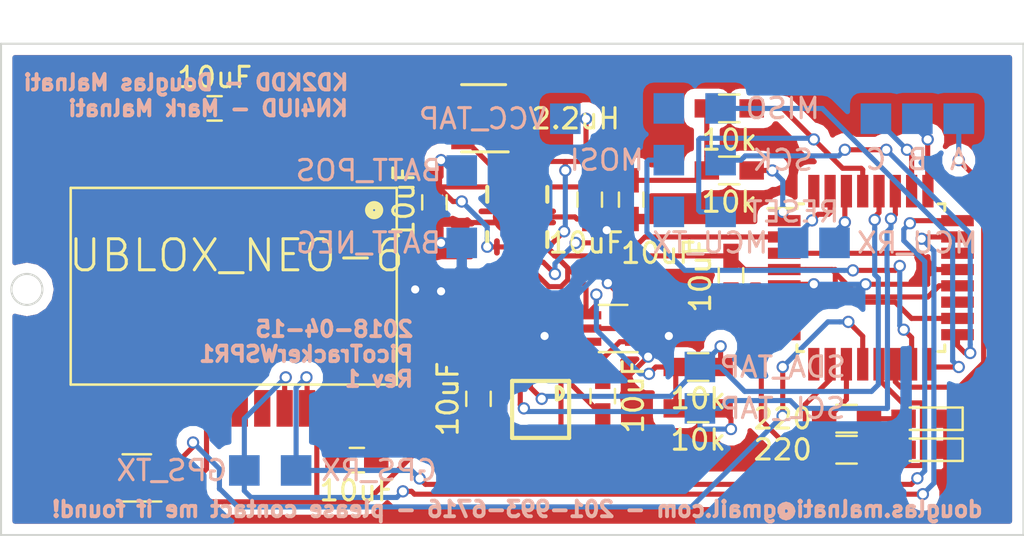
<source format=kicad_pcb>
(kicad_pcb (version 4) (host pcbnew 4.0.7)

  (general
    (links 94)
    (no_connects 0)
    (area 54.559999 93.294999 104.825001 117.525001)
    (thickness 1.6)
    (drawings 9)
    (tracks 494)
    (zones 0)
    (modules 46)
    (nets 33)
  )

  (page A4)
  (layers
    (0 F.Cu signal)
    (31 B.Cu signal)
    (32 B.Adhes user)
    (33 F.Adhes user)
    (34 B.Paste user)
    (35 F.Paste user)
    (36 B.SilkS user)
    (37 F.SilkS user)
    (38 B.Mask user)
    (39 F.Mask user)
    (40 Dwgs.User user)
    (41 Cmts.User user)
    (42 Eco1.User user)
    (43 Eco2.User user)
    (44 Edge.Cuts user)
    (45 Margin user)
    (46 B.CrtYd user)
    (47 F.CrtYd user)
    (48 B.Fab user)
    (49 F.Fab user)
  )

  (setup
    (last_trace_width 0.25)
    (trace_clearance 0.2)
    (zone_clearance 0.508)
    (zone_45_only no)
    (trace_min 0.2)
    (segment_width 0.2)
    (edge_width 0.1)
    (via_size 0.6)
    (via_drill 0.4)
    (via_min_size 0.4)
    (via_min_drill 0.3)
    (uvia_size 0.3)
    (uvia_drill 0.1)
    (uvias_allowed no)
    (uvia_min_size 0.2)
    (uvia_min_drill 0.1)
    (pcb_text_width 0.3)
    (pcb_text_size 1.5 1.5)
    (mod_edge_width 0.15)
    (mod_text_size 1 1)
    (mod_text_width 0.15)
    (pad_size 1.5 1.5)
    (pad_drill 0.6)
    (pad_to_mask_clearance 0)
    (aux_axis_origin 0 0)
    (visible_elements 7FFFFFFF)
    (pcbplotparams
      (layerselection 0x00030_80000001)
      (usegerberextensions false)
      (excludeedgelayer true)
      (linewidth 0.100000)
      (plotframeref false)
      (viasonmask false)
      (mode 1)
      (useauxorigin false)
      (hpglpennumber 1)
      (hpglpenspeed 20)
      (hpglpendiameter 15)
      (hpglpenoverlay 2)
      (psnegative false)
      (psa4output false)
      (plotreference true)
      (plotvalue true)
      (plotinvisibletext false)
      (padsonsilk false)
      (subtractmaskfromsilk false)
      (outputformat 1)
      (mirror false)
      (drillshape 1)
      (scaleselection 1)
      (outputdirectory ""))
  )

  (net 0 "")
  (net 1 VCC)
  (net 2 GND)
  (net 3 VBATT)
  (net 4 "Net-(C3-Pad1)")
  (net 5 GPS_VCC)
  (net 6 WSPR_VCC)
  (net 7 SER_RXD)
  (net 8 SER_TXD)
  (net 9 GPS_RF_IN)
  (net 10 GPS_SER_OUT)
  (net 11 GPS_SER_IN)
  (net 12 WSPR_RF_OUT)
  (net 13 "Net-(D1-Pad2)")
  (net 14 "Net-(D2-Pad2)")
  (net 15 "Net-(L1-Pad2)")
  (net 16 GPS_ENABLE)
  (net 17 WSPR_ENABLE)
  (net 18 "Net-(M4-Pad2)")
  (net 19 "Net-(M4-Pad3)")
  (net 20 SCL)
  (net 21 SDA)
  (net 22 LED_1)
  (net 23 LED_2)
  (net 24 RESET)
  (net 25 SPI_RESET)
  (net 26 SPI_MISO)
  (net 27 SPI_SCK)
  (net 28 SPI_MOSI)
  (net 29 SIG_A)
  (net 30 SIG_B)
  (net 31 SIG_C)
  (net 32 REG_PS_CTL)

  (net_class Default "This is the default net class."
    (clearance 0.2)
    (trace_width 0.25)
    (via_dia 0.6)
    (via_drill 0.4)
    (uvia_dia 0.3)
    (uvia_drill 0.1)
    (add_net GND)
    (add_net GPS_ENABLE)
    (add_net GPS_RF_IN)
    (add_net GPS_SER_IN)
    (add_net GPS_SER_OUT)
    (add_net GPS_VCC)
    (add_net LED_1)
    (add_net LED_2)
    (add_net "Net-(C3-Pad1)")
    (add_net "Net-(D1-Pad2)")
    (add_net "Net-(D2-Pad2)")
    (add_net "Net-(L1-Pad2)")
    (add_net "Net-(M4-Pad2)")
    (add_net "Net-(M4-Pad3)")
    (add_net REG_PS_CTL)
    (add_net RESET)
    (add_net SCL)
    (add_net SDA)
    (add_net SER_RXD)
    (add_net SER_TXD)
    (add_net SIG_A)
    (add_net SIG_B)
    (add_net SIG_C)
    (add_net SPI_MISO)
    (add_net SPI_MOSI)
    (add_net SPI_RESET)
    (add_net SPI_SCK)
    (add_net VBATT)
    (add_net VCC)
    (add_net WSPR_ENABLE)
    (add_net WSPR_RF_OUT)
    (add_net WSPR_VCC)
  )

  (module Capacitors_SMD:C_0603_HandSoldering (layer F.Cu) (tedit 5AD2A97F) (tstamp 5ADF9654)
    (at 90.424 104.714 270)
    (descr "Capacitor SMD 0603, hand soldering")
    (tags "capacitor 0603")
    (path /5A6E095C)
    (attr smd)
    (fp_text reference C1 (at 0 -1.25 270) (layer F.SilkS) hide
      (effects (font (size 1 1) (thickness 0.15)))
    )
    (fp_text value 10uF (at 0 1.5 270) (layer F.SilkS)
      (effects (font (size 1 1) (thickness 0.15)))
    )
    (fp_text user %R (at 0 -1.25 270) (layer F.Fab)
      (effects (font (size 1 1) (thickness 0.15)))
    )
    (fp_line (start -0.8 0.4) (end -0.8 -0.4) (layer F.Fab) (width 0.1))
    (fp_line (start 0.8 0.4) (end -0.8 0.4) (layer F.Fab) (width 0.1))
    (fp_line (start 0.8 -0.4) (end 0.8 0.4) (layer F.Fab) (width 0.1))
    (fp_line (start -0.8 -0.4) (end 0.8 -0.4) (layer F.Fab) (width 0.1))
    (fp_line (start -0.35 -0.6) (end 0.35 -0.6) (layer F.SilkS) (width 0.12))
    (fp_line (start 0.35 0.6) (end -0.35 0.6) (layer F.SilkS) (width 0.12))
    (fp_line (start -1.8 -0.65) (end 1.8 -0.65) (layer F.CrtYd) (width 0.05))
    (fp_line (start -1.8 -0.65) (end -1.8 0.65) (layer F.CrtYd) (width 0.05))
    (fp_line (start 1.8 0.65) (end 1.8 -0.65) (layer F.CrtYd) (width 0.05))
    (fp_line (start 1.8 0.65) (end -1.8 0.65) (layer F.CrtYd) (width 0.05))
    (pad 1 smd rect (at -0.95 0 270) (size 1.2 0.75) (layers F.Cu F.Paste F.Mask)
      (net 1 VCC))
    (pad 2 smd rect (at 0.95 0 270) (size 1.2 0.75) (layers F.Cu F.Paste F.Mask)
      (net 2 GND))
    (model Capacitors_SMD.3dshapes/C_0603.wrl
      (at (xyz 0 0 0))
      (scale (xyz 1 1 1))
      (rotate (xyz 0 0 0))
    )
  )

  (module Capacitors_SMD:C_0603_HandSoldering (layer F.Cu) (tedit 5AD2E53D) (tstamp 5ADF965A)
    (at 75.875463 101.133925 270)
    (descr "Capacitor SMD 0603, hand soldering")
    (tags "capacitor 0603")
    (path /5A6CFD77)
    (attr smd)
    (fp_text reference C2 (at 0 -1.25 270) (layer F.SilkS) hide
      (effects (font (size 1 1) (thickness 0.15)))
    )
    (fp_text value 10uF (at 0 1.5 270) (layer F.SilkS)
      (effects (font (size 1 1) (thickness 0.15)))
    )
    (fp_text user %R (at 0 -1.25 270) (layer F.Fab)
      (effects (font (size 1 1) (thickness 0.15)))
    )
    (fp_line (start -0.8 0.4) (end -0.8 -0.4) (layer F.Fab) (width 0.1))
    (fp_line (start 0.8 0.4) (end -0.8 0.4) (layer F.Fab) (width 0.1))
    (fp_line (start 0.8 -0.4) (end 0.8 0.4) (layer F.Fab) (width 0.1))
    (fp_line (start -0.8 -0.4) (end 0.8 -0.4) (layer F.Fab) (width 0.1))
    (fp_line (start -0.35 -0.6) (end 0.35 -0.6) (layer F.SilkS) (width 0.12))
    (fp_line (start 0.35 0.6) (end -0.35 0.6) (layer F.SilkS) (width 0.12))
    (fp_line (start -1.8 -0.65) (end 1.8 -0.65) (layer F.CrtYd) (width 0.05))
    (fp_line (start -1.8 -0.65) (end -1.8 0.65) (layer F.CrtYd) (width 0.05))
    (fp_line (start 1.8 0.65) (end 1.8 -0.65) (layer F.CrtYd) (width 0.05))
    (fp_line (start 1.8 0.65) (end -1.8 0.65) (layer F.CrtYd) (width 0.05))
    (pad 1 smd rect (at -0.95 0 270) (size 1.2 0.75) (layers F.Cu F.Paste F.Mask)
      (net 3 VBATT))
    (pad 2 smd rect (at 0.95 0 270) (size 1.2 0.75) (layers F.Cu F.Paste F.Mask)
      (net 2 GND))
    (model Capacitors_SMD.3dshapes/C_0603.wrl
      (at (xyz 0 0 0))
      (scale (xyz 1 1 1))
      (rotate (xyz 0 0 0))
    )
  )

  (module Capacitors_SMD:C_0603_HandSoldering (layer F.Cu) (tedit 5AD2B0AC) (tstamp 5ADF9660)
    (at 83.495463 101.001925 270)
    (descr "Capacitor SMD 0603, hand soldering")
    (tags "capacitor 0603")
    (path /5A6D02A3)
    (attr smd)
    (fp_text reference C3 (at 0 -1.25 270) (layer F.SilkS) hide
      (effects (font (size 1 1) (thickness 0.15)))
    )
    (fp_text value 10uF (at 2.122075 0.183463 360) (layer F.SilkS)
      (effects (font (size 1 1) (thickness 0.15)))
    )
    (fp_text user %R (at 0 -1.25 270) (layer F.Fab)
      (effects (font (size 1 1) (thickness 0.15)))
    )
    (fp_line (start -0.8 0.4) (end -0.8 -0.4) (layer F.Fab) (width 0.1))
    (fp_line (start 0.8 0.4) (end -0.8 0.4) (layer F.Fab) (width 0.1))
    (fp_line (start 0.8 -0.4) (end 0.8 0.4) (layer F.Fab) (width 0.1))
    (fp_line (start -0.8 -0.4) (end 0.8 -0.4) (layer F.Fab) (width 0.1))
    (fp_line (start -0.35 -0.6) (end 0.35 -0.6) (layer F.SilkS) (width 0.12))
    (fp_line (start 0.35 0.6) (end -0.35 0.6) (layer F.SilkS) (width 0.12))
    (fp_line (start -1.8 -0.65) (end 1.8 -0.65) (layer F.CrtYd) (width 0.05))
    (fp_line (start -1.8 -0.65) (end -1.8 0.65) (layer F.CrtYd) (width 0.05))
    (fp_line (start 1.8 0.65) (end 1.8 -0.65) (layer F.CrtYd) (width 0.05))
    (fp_line (start 1.8 0.65) (end -1.8 0.65) (layer F.CrtYd) (width 0.05))
    (pad 1 smd rect (at -0.95 0 270) (size 1.2 0.75) (layers F.Cu F.Paste F.Mask)
      (net 4 "Net-(C3-Pad1)"))
    (pad 2 smd rect (at 0.95 0 270) (size 1.2 0.75) (layers F.Cu F.Paste F.Mask)
      (net 2 GND))
    (model Capacitors_SMD.3dshapes/C_0603.wrl
      (at (xyz 0 0 0))
      (scale (xyz 1 1 1))
      (rotate (xyz 0 0 0))
    )
  )

  (module Capacitors_SMD:C_0603_HandSoldering (layer F.Cu) (tedit 5AD2B0B0) (tstamp 5ADF9666)
    (at 85.527463 101.001925 270)
    (descr "Capacitor SMD 0603, hand soldering")
    (tags "capacitor 0603")
    (path /5A6D031D)
    (attr smd)
    (fp_text reference C4 (at 0 -1.25 270) (layer F.SilkS) hide
      (effects (font (size 1 1) (thickness 0.15)))
    )
    (fp_text value 10uF (at 2.630075 -1.340537 360) (layer F.SilkS)
      (effects (font (size 1 1) (thickness 0.15)))
    )
    (fp_text user %R (at 0 -1.25 270) (layer F.Fab)
      (effects (font (size 1 1) (thickness 0.15)))
    )
    (fp_line (start -0.8 0.4) (end -0.8 -0.4) (layer F.Fab) (width 0.1))
    (fp_line (start 0.8 0.4) (end -0.8 0.4) (layer F.Fab) (width 0.1))
    (fp_line (start 0.8 -0.4) (end 0.8 0.4) (layer F.Fab) (width 0.1))
    (fp_line (start -0.8 -0.4) (end 0.8 -0.4) (layer F.Fab) (width 0.1))
    (fp_line (start -0.35 -0.6) (end 0.35 -0.6) (layer F.SilkS) (width 0.12))
    (fp_line (start 0.35 0.6) (end -0.35 0.6) (layer F.SilkS) (width 0.12))
    (fp_line (start -1.8 -0.65) (end 1.8 -0.65) (layer F.CrtYd) (width 0.05))
    (fp_line (start -1.8 -0.65) (end -1.8 0.65) (layer F.CrtYd) (width 0.05))
    (fp_line (start 1.8 0.65) (end 1.8 -0.65) (layer F.CrtYd) (width 0.05))
    (fp_line (start 1.8 0.65) (end -1.8 0.65) (layer F.CrtYd) (width 0.05))
    (pad 1 smd rect (at -0.95 0 270) (size 1.2 0.75) (layers F.Cu F.Paste F.Mask)
      (net 1 VCC))
    (pad 2 smd rect (at 0.95 0 270) (size 1.2 0.75) (layers F.Cu F.Paste F.Mask)
      (net 2 GND))
    (model Capacitors_SMD.3dshapes/C_0603.wrl
      (at (xyz 0 0 0))
      (scale (xyz 1 1 1))
      (rotate (xyz 0 0 0))
    )
  )

  (module Capacitors_SMD:C_0603_HandSoldering (layer F.Cu) (tedit 5AD2E54C) (tstamp 5ADF966C)
    (at 72.07 113.792)
    (descr "Capacitor SMD 0603, hand soldering")
    (tags "capacitor 0603")
    (path /5A6E92CE)
    (attr smd)
    (fp_text reference C5 (at 0 -1.25) (layer F.SilkS) hide
      (effects (font (size 1 1) (thickness 0.15)))
    )
    (fp_text value 10uF (at 0 1.5) (layer F.SilkS)
      (effects (font (size 1 1) (thickness 0.15)))
    )
    (fp_text user %R (at 0 -1.25) (layer F.Fab)
      (effects (font (size 1 1) (thickness 0.15)))
    )
    (fp_line (start -0.8 0.4) (end -0.8 -0.4) (layer F.Fab) (width 0.1))
    (fp_line (start 0.8 0.4) (end -0.8 0.4) (layer F.Fab) (width 0.1))
    (fp_line (start 0.8 -0.4) (end 0.8 0.4) (layer F.Fab) (width 0.1))
    (fp_line (start -0.8 -0.4) (end 0.8 -0.4) (layer F.Fab) (width 0.1))
    (fp_line (start -0.35 -0.6) (end 0.35 -0.6) (layer F.SilkS) (width 0.12))
    (fp_line (start 0.35 0.6) (end -0.35 0.6) (layer F.SilkS) (width 0.12))
    (fp_line (start -1.8 -0.65) (end 1.8 -0.65) (layer F.CrtYd) (width 0.05))
    (fp_line (start -1.8 -0.65) (end -1.8 0.65) (layer F.CrtYd) (width 0.05))
    (fp_line (start 1.8 0.65) (end 1.8 -0.65) (layer F.CrtYd) (width 0.05))
    (fp_line (start 1.8 0.65) (end -1.8 0.65) (layer F.CrtYd) (width 0.05))
    (pad 1 smd rect (at -0.95 0) (size 1.2 0.75) (layers F.Cu F.Paste F.Mask)
      (net 5 GPS_VCC))
    (pad 2 smd rect (at 0.95 0) (size 1.2 0.75) (layers F.Cu F.Paste F.Mask)
      (net 2 GND))
    (model Capacitors_SMD.3dshapes/C_0603.wrl
      (at (xyz 0 0 0))
      (scale (xyz 1 1 1))
      (rotate (xyz 0 0 0))
    )
  )

  (module Capacitors_SMD:C_0603_HandSoldering (layer F.Cu) (tedit 5AD2A1D3) (tstamp 5ADF9672)
    (at 84.132812 110.650728 90)
    (descr "Capacitor SMD 0603, hand soldering")
    (tags "capacitor 0603")
    (path /5AD340A7)
    (attr smd)
    (fp_text reference C6 (at 0 -1.25 90) (layer F.SilkS) hide
      (effects (font (size 1 1) (thickness 0.15)))
    )
    (fp_text value 10uF (at 0 1.5 90) (layer F.SilkS)
      (effects (font (size 1 1) (thickness 0.15)))
    )
    (fp_text user %R (at 0 -1.25 90) (layer F.SilkS) hide
      (effects (font (size 1 1) (thickness 0.15)))
    )
    (fp_line (start -0.8 0.4) (end -0.8 -0.4) (layer F.Fab) (width 0.1))
    (fp_line (start 0.8 0.4) (end -0.8 0.4) (layer F.Fab) (width 0.1))
    (fp_line (start 0.8 -0.4) (end 0.8 0.4) (layer F.Fab) (width 0.1))
    (fp_line (start -0.8 -0.4) (end 0.8 -0.4) (layer F.Fab) (width 0.1))
    (fp_line (start -0.35 -0.6) (end 0.35 -0.6) (layer F.SilkS) (width 0.12))
    (fp_line (start 0.35 0.6) (end -0.35 0.6) (layer F.SilkS) (width 0.12))
    (fp_line (start -1.8 -0.65) (end 1.8 -0.65) (layer F.CrtYd) (width 0.05))
    (fp_line (start -1.8 -0.65) (end -1.8 0.65) (layer F.CrtYd) (width 0.05))
    (fp_line (start 1.8 0.65) (end 1.8 -0.65) (layer F.CrtYd) (width 0.05))
    (fp_line (start 1.8 0.65) (end -1.8 0.65) (layer F.CrtYd) (width 0.05))
    (pad 1 smd rect (at -0.95 0 90) (size 1.2 0.75) (layers F.Cu F.Paste F.Mask)
      (net 6 WSPR_VCC))
    (pad 2 smd rect (at 0.95 0 90) (size 1.2 0.75) (layers F.Cu F.Paste F.Mask)
      (net 2 GND))
    (model Capacitors_SMD.3dshapes/C_0603.wrl
      (at (xyz 0 0 0))
      (scale (xyz 1 1 1))
      (rotate (xyz 0 0 0))
    )
  )

  (module Capacitors_SMD:C_0603_HandSoldering (layer F.Cu) (tedit 5AD2AFE3) (tstamp 5ADF9678)
    (at 65.09 96.52)
    (descr "Capacitor SMD 0603, hand soldering")
    (tags "capacitor 0603")
    (path /5A6EB557)
    (attr smd)
    (fp_text reference C7 (at 0 -1.25) (layer F.SilkS) hide
      (effects (font (size 1 1) (thickness 0.15)))
    )
    (fp_text value 10uF (at 0 -1.524) (layer F.SilkS)
      (effects (font (size 1 1) (thickness 0.15)))
    )
    (fp_text user %R (at 0 -1.25) (layer F.Fab)
      (effects (font (size 1 1) (thickness 0.15)))
    )
    (fp_line (start -0.8 0.4) (end -0.8 -0.4) (layer F.Fab) (width 0.1))
    (fp_line (start 0.8 0.4) (end -0.8 0.4) (layer F.Fab) (width 0.1))
    (fp_line (start 0.8 -0.4) (end 0.8 0.4) (layer F.Fab) (width 0.1))
    (fp_line (start -0.8 -0.4) (end 0.8 -0.4) (layer F.Fab) (width 0.1))
    (fp_line (start -0.35 -0.6) (end 0.35 -0.6) (layer F.SilkS) (width 0.12))
    (fp_line (start 0.35 0.6) (end -0.35 0.6) (layer F.SilkS) (width 0.12))
    (fp_line (start -1.8 -0.65) (end 1.8 -0.65) (layer F.CrtYd) (width 0.05))
    (fp_line (start -1.8 -0.65) (end -1.8 0.65) (layer F.CrtYd) (width 0.05))
    (fp_line (start 1.8 0.65) (end 1.8 -0.65) (layer F.CrtYd) (width 0.05))
    (fp_line (start 1.8 0.65) (end -1.8 0.65) (layer F.CrtYd) (width 0.05))
    (pad 1 smd rect (at -0.95 0) (size 1.2 0.75) (layers F.Cu F.Paste F.Mask)
      (net 2 GND))
    (pad 2 smd rect (at 0.95 0) (size 1.2 0.75) (layers F.Cu F.Paste F.Mask)
      (net 5 GPS_VCC))
    (model Capacitors_SMD.3dshapes/C_0603.wrl
      (at (xyz 0 0 0))
      (scale (xyz 1 1 1))
      (rotate (xyz 0 0 0))
    )
  )

  (module Capacitors_SMD:C_0603_HandSoldering (layer F.Cu) (tedit 5AD2A1EB) (tstamp 5ADF967E)
    (at 78.036812 110.782728 270)
    (descr "Capacitor SMD 0603, hand soldering")
    (tags "capacitor 0603")
    (path /5AD34AAF)
    (attr smd)
    (fp_text reference C8 (at 0 -1.25 270) (layer F.SilkS) hide
      (effects (font (size 1 1) (thickness 0.15)))
    )
    (fp_text value 10uF (at 0 1.5 270) (layer F.SilkS)
      (effects (font (size 1 1) (thickness 0.15)))
    )
    (fp_text user %R (at 0 -1.25 270) (layer F.Fab)
      (effects (font (size 1 1) (thickness 0.15)))
    )
    (fp_line (start -0.8 0.4) (end -0.8 -0.4) (layer F.Fab) (width 0.1))
    (fp_line (start 0.8 0.4) (end -0.8 0.4) (layer F.Fab) (width 0.1))
    (fp_line (start 0.8 -0.4) (end 0.8 0.4) (layer F.Fab) (width 0.1))
    (fp_line (start -0.8 -0.4) (end 0.8 -0.4) (layer F.Fab) (width 0.1))
    (fp_line (start -0.35 -0.6) (end 0.35 -0.6) (layer F.SilkS) (width 0.12))
    (fp_line (start 0.35 0.6) (end -0.35 0.6) (layer F.SilkS) (width 0.12))
    (fp_line (start -1.8 -0.65) (end 1.8 -0.65) (layer F.CrtYd) (width 0.05))
    (fp_line (start -1.8 -0.65) (end -1.8 0.65) (layer F.CrtYd) (width 0.05))
    (fp_line (start 1.8 0.65) (end 1.8 -0.65) (layer F.CrtYd) (width 0.05))
    (fp_line (start 1.8 0.65) (end -1.8 0.65) (layer F.CrtYd) (width 0.05))
    (pad 1 smd rect (at -0.95 0 270) (size 1.2 0.75) (layers F.Cu F.Paste F.Mask)
      (net 2 GND))
    (pad 2 smd rect (at 0.95 0 270) (size 1.2 0.75) (layers F.Cu F.Paste F.Mask)
      (net 6 WSPR_VCC))
    (model Capacitors_SMD.3dshapes/C_0603.wrl
      (at (xyz 0 0 0))
      (scale (xyz 1 1 1))
      (rotate (xyz 0 0 0))
    )
  )

  (module Measurement_Points:Measurement_Point_Square-SMD-Pad_Small (layer B.Cu) (tedit 5AD2D713) (tstamp 5ADF968D)
    (at 95.504 103.124 180)
    (descr "Mesurement Point, Square, SMD Pad,  1.5mm x 1.5mm,")
    (tags "Mesurement Point Square SMD Pad 1.5x1.5mm")
    (path /5AD4A015)
    (attr virtual)
    (fp_text reference CONN3 (at 0 2 180) (layer B.SilkS) hide
      (effects (font (size 1 1) (thickness 0.15)) (justify mirror))
    )
    (fp_text value MCU_RX (at -4.064 0 180) (layer B.SilkS)
      (effects (font (size 1 1) (thickness 0.15)) (justify mirror))
    )
    (fp_line (start -1 1) (end 1 1) (layer B.CrtYd) (width 0.05))
    (fp_line (start 1 1) (end 1 -1) (layer B.CrtYd) (width 0.05))
    (fp_line (start 1 -1) (end -1 -1) (layer B.CrtYd) (width 0.05))
    (fp_line (start -1 -1) (end -1 1) (layer B.CrtYd) (width 0.05))
    (pad 1 smd rect (at 0 0 180) (size 1.5 1.5) (layers B.Cu B.Mask)
      (net 7 SER_RXD))
  )

  (module Measurement_Points:Measurement_Point_Square-SMD-Pad_Small (layer B.Cu) (tedit 5AD2D704) (tstamp 5ADF9692)
    (at 93.472 103.124 180)
    (descr "Mesurement Point, Square, SMD Pad,  1.5mm x 1.5mm,")
    (tags "Mesurement Point Square SMD Pad 1.5x1.5mm")
    (path /5AD4A01B)
    (attr virtual)
    (fp_text reference CONN4 (at 0 2 180) (layer B.SilkS) hide
      (effects (font (size 1 1) (thickness 0.15)) (justify mirror))
    )
    (fp_text value MCU_TX (at 4.064 0 180) (layer B.SilkS)
      (effects (font (size 1 1) (thickness 0.15)) (justify mirror))
    )
    (fp_line (start -1 1) (end 1 1) (layer B.CrtYd) (width 0.05))
    (fp_line (start 1 1) (end 1 -1) (layer B.CrtYd) (width 0.05))
    (fp_line (start 1 -1) (end -1 -1) (layer B.CrtYd) (width 0.05))
    (fp_line (start -1 -1) (end -1 1) (layer B.CrtYd) (width 0.05))
    (pad 1 smd rect (at 0 0 180) (size 1.5 1.5) (layers B.Cu B.Mask)
      (net 8 SER_TXD))
  )

  (module Measurement_Points:Measurement_Point_Square-SMD-Pad_Small (layer F.Cu) (tedit 5AD2A9C2) (tstamp 5ADF9697)
    (at 61.468 96.012 90)
    (descr "Mesurement Point, Square, SMD Pad,  1.5mm x 1.5mm,")
    (tags "Mesurement Point Square SMD Pad 1.5x1.5mm")
    (path /5A700192)
    (attr virtual)
    (fp_text reference CONN5 (at 0 -2 90) (layer F.SilkS) hide
      (effects (font (size 1 1) (thickness 0.15)))
    )
    (fp_text value GPS_RF_GND (at 0 2 90) (layer F.Fab)
      (effects (font (size 1 1) (thickness 0.15)))
    )
    (fp_line (start -1 -1) (end 1 -1) (layer F.CrtYd) (width 0.05))
    (fp_line (start 1 -1) (end 1 1) (layer F.CrtYd) (width 0.05))
    (fp_line (start 1 1) (end -1 1) (layer F.CrtYd) (width 0.05))
    (fp_line (start -1 1) (end -1 -1) (layer F.CrtYd) (width 0.05))
    (pad 1 smd rect (at 0 0 90) (size 1.5 1.5) (layers F.Cu F.Mask)
      (net 2 GND))
  )

  (module Measurement_Points:Measurement_Point_Square-SMD-Pad_Small (layer F.Cu) (tedit 5AD2A9C5) (tstamp 5ADF969C)
    (at 59.436 96.012 90)
    (descr "Mesurement Point, Square, SMD Pad,  1.5mm x 1.5mm,")
    (tags "Mesurement Point Square SMD Pad 1.5x1.5mm")
    (path /5A70037C)
    (attr virtual)
    (fp_text reference CONN6 (at 0 -2 90) (layer F.SilkS) hide
      (effects (font (size 1 1) (thickness 0.15)))
    )
    (fp_text value GPS_RF_IN (at 0 2 90) (layer F.Fab)
      (effects (font (size 1 1) (thickness 0.15)))
    )
    (fp_line (start -1 -1) (end 1 -1) (layer F.CrtYd) (width 0.05))
    (fp_line (start 1 -1) (end 1 1) (layer F.CrtYd) (width 0.05))
    (fp_line (start 1 1) (end -1 1) (layer F.CrtYd) (width 0.05))
    (fp_line (start -1 1) (end -1 -1) (layer F.CrtYd) (width 0.05))
    (pad 1 smd rect (at 0 0 90) (size 1.5 1.5) (layers F.Cu F.Mask)
      (net 9 GPS_RF_IN))
  )

  (module Measurement_Points:Measurement_Point_Square-SMD-Pad_Small (layer B.Cu) (tedit 5AD2D6D5) (tstamp 5ADF96A1)
    (at 66.548 114.3 180)
    (descr "Mesurement Point, Square, SMD Pad,  1.5mm x 1.5mm,")
    (tags "Mesurement Point Square SMD Pad 1.5x1.5mm")
    (path /5AD479CF)
    (attr virtual)
    (fp_text reference CONN7 (at 0 2 180) (layer B.SilkS) hide
      (effects (font (size 1 1) (thickness 0.15)) (justify mirror))
    )
    (fp_text value GPS_TX (at 3.556 0 180) (layer B.SilkS)
      (effects (font (size 1 1) (thickness 0.15)) (justify mirror))
    )
    (fp_line (start -1 1) (end 1 1) (layer B.CrtYd) (width 0.05))
    (fp_line (start 1 1) (end 1 -1) (layer B.CrtYd) (width 0.05))
    (fp_line (start 1 -1) (end -1 -1) (layer B.CrtYd) (width 0.05))
    (fp_line (start -1 -1) (end -1 1) (layer B.CrtYd) (width 0.05))
    (pad 1 smd rect (at 0 0 180) (size 1.5 1.5) (layers B.Cu B.Mask)
      (net 10 GPS_SER_OUT))
  )

  (module Measurement_Points:Measurement_Point_Square-SMD-Pad_Small (layer B.Cu) (tedit 5AD2D6E2) (tstamp 5ADF96A6)
    (at 69.088 114.3 180)
    (descr "Mesurement Point, Square, SMD Pad,  1.5mm x 1.5mm,")
    (tags "Mesurement Point Square SMD Pad 1.5x1.5mm")
    (path /5AD47A54)
    (attr virtual)
    (fp_text reference CONN8 (at 0 2 180) (layer B.SilkS) hide
      (effects (font (size 1 1) (thickness 0.15)) (justify mirror))
    )
    (fp_text value GPS_RX (at -4.064 0 180) (layer B.SilkS)
      (effects (font (size 1 1) (thickness 0.15)) (justify mirror))
    )
    (fp_line (start -1 1) (end 1 1) (layer B.CrtYd) (width 0.05))
    (fp_line (start 1 1) (end 1 -1) (layer B.CrtYd) (width 0.05))
    (fp_line (start 1 -1) (end -1 -1) (layer B.CrtYd) (width 0.05))
    (fp_line (start -1 -1) (end -1 1) (layer B.CrtYd) (width 0.05))
    (pad 1 smd rect (at 0 0 180) (size 1.5 1.5) (layers B.Cu B.Mask)
      (net 11 GPS_SER_IN))
  )

  (module Measurement_Points:Measurement_Point_Square-SMD-Pad_Small (layer F.Cu) (tedit 5AD2A26F) (tstamp 5ADF96AB)
    (at 77.020812 113.764728 180)
    (descr "Mesurement Point, Square, SMD Pad,  1.5mm x 1.5mm,")
    (tags "Mesurement Point Square SMD Pad 1.5x1.5mm")
    (path /5AD3A314)
    (attr virtual)
    (fp_text reference CONN9 (at 0 -2 180) (layer F.SilkS) hide
      (effects (font (size 1 1) (thickness 0.15)))
    )
    (fp_text value WSPR_RF_GND (at 0 2 180) (layer F.SilkS) hide
      (effects (font (size 1 1) (thickness 0.15)))
    )
    (fp_line (start -1 -1) (end 1 -1) (layer F.CrtYd) (width 0.05))
    (fp_line (start 1 -1) (end 1 1) (layer F.CrtYd) (width 0.05))
    (fp_line (start 1 1) (end -1 1) (layer F.CrtYd) (width 0.05))
    (fp_line (start -1 1) (end -1 -1) (layer F.CrtYd) (width 0.05))
    (pad 1 smd rect (at 0 0 180) (size 1.5 1.5) (layers F.Cu F.Mask)
      (net 2 GND))
  )

  (module Measurement_Points:Measurement_Point_Square-SMD-Pad_Small (layer F.Cu) (tedit 5AD2A26C) (tstamp 5ADF96B0)
    (at 85.148812 113.764728 180)
    (descr "Mesurement Point, Square, SMD Pad,  1.5mm x 1.5mm,")
    (tags "Mesurement Point Square SMD Pad 1.5x1.5mm")
    (path /5AD3A31A)
    (attr virtual)
    (fp_text reference CONN10 (at 0 -2 180) (layer F.SilkS) hide
      (effects (font (size 1 1) (thickness 0.15)))
    )
    (fp_text value WSPR_RF_OUT (at 0 2 180) (layer F.SilkS) hide
      (effects (font (size 1 1) (thickness 0.15)))
    )
    (fp_line (start -1 -1) (end 1 -1) (layer F.CrtYd) (width 0.05))
    (fp_line (start 1 -1) (end 1 1) (layer F.CrtYd) (width 0.05))
    (fp_line (start 1 1) (end -1 1) (layer F.CrtYd) (width 0.05))
    (fp_line (start -1 1) (end -1 -1) (layer F.CrtYd) (width 0.05))
    (pad 1 smd rect (at 0 0 180) (size 1.5 1.5) (layers F.Cu F.Mask)
      (net 12 WSPR_RF_OUT))
  )

  (module LEDs:LED_0603_HandSoldering (layer F.Cu) (tedit 5AD2A97B) (tstamp 5ADF96B6)
    (at 99.992 113.284 180)
    (descr "LED SMD 0603, hand soldering")
    (tags "LED 0603")
    (path /5A708B65)
    (attr smd)
    (fp_text reference D1 (at 0 -1.45 180) (layer F.SilkS) hide
      (effects (font (size 1 1) (thickness 0.15)))
    )
    (fp_text value LED_Small (at 0 1.55 180) (layer F.Fab) hide
      (effects (font (size 1 1) (thickness 0.15)))
    )
    (fp_line (start -1.8 -0.55) (end -1.8 0.55) (layer F.SilkS) (width 0.12))
    (fp_line (start -0.2 -0.2) (end -0.2 0.2) (layer F.Fab) (width 0.1))
    (fp_line (start -0.15 0) (end 0.15 -0.2) (layer F.Fab) (width 0.1))
    (fp_line (start 0.15 0.2) (end -0.15 0) (layer F.Fab) (width 0.1))
    (fp_line (start 0.15 -0.2) (end 0.15 0.2) (layer F.Fab) (width 0.1))
    (fp_line (start 0.8 0.4) (end -0.8 0.4) (layer F.Fab) (width 0.1))
    (fp_line (start 0.8 -0.4) (end 0.8 0.4) (layer F.Fab) (width 0.1))
    (fp_line (start -0.8 -0.4) (end 0.8 -0.4) (layer F.Fab) (width 0.1))
    (fp_line (start -1.8 0.55) (end 0.8 0.55) (layer F.SilkS) (width 0.12))
    (fp_line (start -1.8 -0.55) (end 0.8 -0.55) (layer F.SilkS) (width 0.12))
    (fp_line (start -1.96 -0.7) (end 1.95 -0.7) (layer F.CrtYd) (width 0.05))
    (fp_line (start -1.96 -0.7) (end -1.96 0.7) (layer F.CrtYd) (width 0.05))
    (fp_line (start 1.95 0.7) (end 1.95 -0.7) (layer F.CrtYd) (width 0.05))
    (fp_line (start 1.95 0.7) (end -1.96 0.7) (layer F.CrtYd) (width 0.05))
    (fp_line (start -0.8 -0.4) (end -0.8 0.4) (layer F.Fab) (width 0.1))
    (pad 1 smd rect (at -1.1 0 180) (size 1.2 0.9) (layers F.Cu F.Paste F.Mask)
      (net 2 GND))
    (pad 2 smd rect (at 1.1 0 180) (size 1.2 0.9) (layers F.Cu F.Paste F.Mask)
      (net 13 "Net-(D1-Pad2)"))
    (model ${KISYS3DMOD}/LEDs.3dshapes/LED_0603.wrl
      (at (xyz 0 0 0))
      (scale (xyz 1 1 1))
      (rotate (xyz 0 0 180))
    )
  )

  (module LEDs:LED_0603_HandSoldering (layer F.Cu) (tedit 5AD2A982) (tstamp 5ADF96BC)
    (at 99.992 111.76 180)
    (descr "LED SMD 0603, hand soldering")
    (tags "LED 0603")
    (path /5A70896B)
    (attr smd)
    (fp_text reference D2 (at 0 -1.45 180) (layer F.SilkS) hide
      (effects (font (size 1 1) (thickness 0.15)))
    )
    (fp_text value LED_Small (at 0 1.55 180) (layer F.Fab) hide
      (effects (font (size 1 1) (thickness 0.15)))
    )
    (fp_line (start -1.8 -0.55) (end -1.8 0.55) (layer F.SilkS) (width 0.12))
    (fp_line (start -0.2 -0.2) (end -0.2 0.2) (layer F.Fab) (width 0.1))
    (fp_line (start -0.15 0) (end 0.15 -0.2) (layer F.Fab) (width 0.1))
    (fp_line (start 0.15 0.2) (end -0.15 0) (layer F.Fab) (width 0.1))
    (fp_line (start 0.15 -0.2) (end 0.15 0.2) (layer F.Fab) (width 0.1))
    (fp_line (start 0.8 0.4) (end -0.8 0.4) (layer F.Fab) (width 0.1))
    (fp_line (start 0.8 -0.4) (end 0.8 0.4) (layer F.Fab) (width 0.1))
    (fp_line (start -0.8 -0.4) (end 0.8 -0.4) (layer F.Fab) (width 0.1))
    (fp_line (start -1.8 0.55) (end 0.8 0.55) (layer F.SilkS) (width 0.12))
    (fp_line (start -1.8 -0.55) (end 0.8 -0.55) (layer F.SilkS) (width 0.12))
    (fp_line (start -1.96 -0.7) (end 1.95 -0.7) (layer F.CrtYd) (width 0.05))
    (fp_line (start -1.96 -0.7) (end -1.96 0.7) (layer F.CrtYd) (width 0.05))
    (fp_line (start 1.95 0.7) (end 1.95 -0.7) (layer F.CrtYd) (width 0.05))
    (fp_line (start 1.95 0.7) (end -1.96 0.7) (layer F.CrtYd) (width 0.05))
    (fp_line (start -0.8 -0.4) (end -0.8 0.4) (layer F.Fab) (width 0.1))
    (pad 1 smd rect (at -1.1 0 180) (size 1.2 0.9) (layers F.Cu F.Paste F.Mask)
      (net 2 GND))
    (pad 2 smd rect (at 1.1 0 180) (size 1.2 0.9) (layers F.Cu F.Paste F.Mask)
      (net 14 "Net-(D2-Pad2)"))
    (model ${KISYS3DMOD}/LEDs.3dshapes/LED_0603.wrl
      (at (xyz 0 0 0))
      (scale (xyz 1 1 1))
      (rotate (xyz 0 0 180))
    )
  )

  (module TO_SOT_Packages_SMD:SOT-363_SC-70-6_Handsoldering (layer F.Cu) (tedit 5AD2AA23) (tstamp 5ADF96CC)
    (at 61.274 114.666 180)
    (descr "SOT-363, SC-70-6, Handsoldering")
    (tags "SOT-363 SC-70-6 Handsoldering")
    (path /5AD2AC76)
    (attr smd)
    (fp_text reference M1 (at 0 -2 180) (layer F.SilkS) hide
      (effects (font (size 1 1) (thickness 0.15)))
    )
    (fp_text value SIP32431DR3-T1GE3 (at 0 2 180) (layer F.Fab) hide
      (effects (font (size 1 1) (thickness 0.15)))
    )
    (fp_text user %R (at 0 0 270) (layer F.Fab)
      (effects (font (size 0.5 0.5) (thickness 0.075)))
    )
    (fp_line (start -2.4 1.4) (end 2.4 1.4) (layer F.CrtYd) (width 0.05))
    (fp_line (start 0.7 -1.16) (end -1.2 -1.16) (layer F.SilkS) (width 0.12))
    (fp_line (start -0.7 1.16) (end 0.7 1.16) (layer F.SilkS) (width 0.12))
    (fp_line (start 2.4 1.4) (end 2.4 -1.4) (layer F.CrtYd) (width 0.05))
    (fp_line (start -2.4 -1.4) (end -2.4 1.4) (layer F.CrtYd) (width 0.05))
    (fp_line (start -2.4 -1.4) (end 2.4 -1.4) (layer F.CrtYd) (width 0.05))
    (fp_line (start 0.675 -1.1) (end -0.175 -1.1) (layer F.Fab) (width 0.1))
    (fp_line (start -0.675 -0.6) (end -0.675 1.1) (layer F.Fab) (width 0.1))
    (fp_line (start 0.675 -1.1) (end 0.675 1.1) (layer F.Fab) (width 0.1))
    (fp_line (start 0.675 1.1) (end -0.675 1.1) (layer F.Fab) (width 0.1))
    (fp_line (start -0.175 -1.1) (end -0.675 -0.6) (layer F.Fab) (width 0.1))
    (pad 1 smd rect (at -1.33 -0.65 180) (size 1.5 0.4) (layers F.Cu F.Paste F.Mask)
      (net 5 GPS_VCC))
    (pad 2 smd rect (at -1.33 0 180) (size 1.5 0.4) (layers F.Cu F.Paste F.Mask)
      (net 2 GND))
    (pad 3 smd rect (at -1.33 0.65 180) (size 1.5 0.4) (layers F.Cu F.Paste F.Mask)
      (net 16 GPS_ENABLE))
    (pad 4 smd rect (at 1.33 0.65 180) (size 1.5 0.4) (layers F.Cu F.Paste F.Mask)
      (net 1 VCC))
    (pad 5 smd rect (at 1.33 0 180) (size 1.5 0.4) (layers F.Cu F.Paste F.Mask)
      (net 2 GND))
    (pad 6 smd rect (at 1.33 -0.65 180) (size 1.5 0.4) (layers F.Cu F.Paste F.Mask))
    (model ${KISYS3DMOD}/TO_SOT_Packages_SMD.3dshapes/SOT-363_SC-70-6.wrl
      (at (xyz 0 0 0))
      (scale (xyz 1 1 1))
      (rotate (xyz 0 0 0))
    )
  )

  (module TO_SOT_Packages_SMD:SOT-363_SC-70-6_Handsoldering (layer F.Cu) (tedit 5AD2A229) (tstamp 5ADF96D6)
    (at 84.642 107.33 180)
    (descr "SOT-363, SC-70-6, Handsoldering")
    (tags "SOT-363 SC-70-6 Handsoldering")
    (path /5AD2ABE3)
    (attr smd)
    (fp_text reference M2 (at 0 -2 180) (layer F.SilkS) hide
      (effects (font (size 1 1) (thickness 0.15)))
    )
    (fp_text value SIP32431DR3-T1GE3 (at 0 2 360) (layer F.Fab)
      (effects (font (size 1 1) (thickness 0.15)))
    )
    (fp_text user %R (at 0 0 270) (layer F.Fab)
      (effects (font (size 0.5 0.5) (thickness 0.075)))
    )
    (fp_line (start -2.4 1.4) (end 2.4 1.4) (layer F.CrtYd) (width 0.05))
    (fp_line (start 0.7 -1.16) (end -1.2 -1.16) (layer F.SilkS) (width 0.12))
    (fp_line (start -0.7 1.16) (end 0.7 1.16) (layer F.SilkS) (width 0.12))
    (fp_line (start 2.4 1.4) (end 2.4 -1.4) (layer F.CrtYd) (width 0.05))
    (fp_line (start -2.4 -1.4) (end -2.4 1.4) (layer F.CrtYd) (width 0.05))
    (fp_line (start -2.4 -1.4) (end 2.4 -1.4) (layer F.CrtYd) (width 0.05))
    (fp_line (start 0.675 -1.1) (end -0.175 -1.1) (layer F.Fab) (width 0.1))
    (fp_line (start -0.675 -0.6) (end -0.675 1.1) (layer F.Fab) (width 0.1))
    (fp_line (start 0.675 -1.1) (end 0.675 1.1) (layer F.Fab) (width 0.1))
    (fp_line (start 0.675 1.1) (end -0.675 1.1) (layer F.Fab) (width 0.1))
    (fp_line (start -0.175 -1.1) (end -0.675 -0.6) (layer F.Fab) (width 0.1))
    (pad 1 smd rect (at -1.33 -0.65 180) (size 1.5 0.4) (layers F.Cu F.Paste F.Mask)
      (net 6 WSPR_VCC))
    (pad 2 smd rect (at -1.33 0 180) (size 1.5 0.4) (layers F.Cu F.Paste F.Mask)
      (net 2 GND))
    (pad 3 smd rect (at -1.33 0.65 180) (size 1.5 0.4) (layers F.Cu F.Paste F.Mask)
      (net 17 WSPR_ENABLE))
    (pad 4 smd rect (at 1.33 0.65 180) (size 1.5 0.4) (layers F.Cu F.Paste F.Mask)
      (net 1 VCC))
    (pad 5 smd rect (at 1.33 0 180) (size 1.5 0.4) (layers F.Cu F.Paste F.Mask)
      (net 2 GND))
    (pad 6 smd rect (at 1.33 -0.65 180) (size 1.5 0.4) (layers F.Cu F.Paste F.Mask))
    (model ${KISYS3DMOD}/TO_SOT_Packages_SMD.3dshapes/SOT-363_SC-70-6.wrl
      (at (xyz 0 0 0))
      (scale (xyz 1 1 1))
      (rotate (xyz 0 0 0))
    )
  )

  (module CustomFootprintLibrary:UBLOX_NEO-6 (layer F.Cu) (tedit 5AD2AC38) (tstamp 5ADF96F7)
    (at 65.52692 105.65384 90)
    (descr "NEO-6 SERIES - U-BLOX 6 NEO SERIES GALILEO-READY GPS MODULES")
    (tags "NEO-6 SERIES - U-BLOX 6 NEO SERIES GALILEO-READY GPS MODULES")
    (path /5A6CBF4A)
    (attr smd)
    (fp_text reference M3 (at -1.905 0 180) (layer F.SilkS) hide
      (effects (font (thickness 0.15)))
    )
    (fp_text value UBLOX_NEO-6 (at 1.905 0.635 180) (layer F.SilkS)
      (effects (font (thickness 0.15)))
    )
    (fp_line (start -4.42976 -7.49808) (end 5.22986 -7.49808) (layer F.SilkS) (width 0.127))
    (fp_line (start -4.42976 -7.49808) (end -4.42976 8.49884) (layer F.SilkS) (width 0.127))
    (fp_line (start -4.42976 8.49884) (end 5.22986 8.49884) (layer F.SilkS) (width 0.127))
    (fp_line (start 5.22986 8.49884) (end 5.22986 -7.49808) (layer F.SilkS) (width 0.127))
    (fp_circle (center 4.13766 7.38886) (end 4.13766 7.13994) (layer F.SilkS) (width 0.39878))
    (pad 1_RE smd rect (at 6.39826 7.39902 180) (size 0.79756 1.79832) (layers F.Cu F.Paste F.Mask))
    (pad 2_SS smd rect (at 6.39826 6.2992 180) (size 0.79756 1.79832) (layers F.Cu F.Paste F.Mask))
    (pad 3_TI smd rect (at 6.39826 5.19938 180) (size 0.79756 1.79832) (layers F.Cu F.Paste F.Mask))
    (pad 4_EX smd rect (at 6.39826 4.09956 180) (size 0.79756 1.79832) (layers F.Cu F.Paste F.Mask))
    (pad 5_US smd rect (at 6.39826 2.99974 180) (size 0.79756 1.79832) (layers F.Cu F.Paste F.Mask))
    (pad 6_US smd rect (at 6.39826 1.89992 180) (size 0.79756 1.79832) (layers F.Cu F.Paste F.Mask))
    (pad 7_VD smd rect (at 6.39826 0.79756 180) (size 0.79756 1.79832) (layers F.Cu F.Paste F.Mask)
      (net 5 GPS_VCC))
    (pad 8_RE smd rect (at 6.39826 -2.19964 180) (size 0.79756 1.79832) (layers F.Cu F.Paste F.Mask))
    (pad 9_VC smd rect (at 6.39826 -3.29946 180) (size 0.79756 1.79832) (layers F.Cu F.Paste F.Mask)
      (net 5 GPS_VCC))
    (pad 10_G smd rect (at 6.39826 -4.39928 180) (size 0.79756 1.79832) (layers F.Cu F.Paste F.Mask)
      (net 2 GND))
    (pad 11_R smd rect (at 6.39826 -5.4991 180) (size 0.79756 1.79832) (layers F.Cu F.Paste F.Mask)
      (net 9 GPS_RF_IN))
    (pad 12_G smd rect (at 6.39826 -6.59892 180) (size 0.79756 1.79832) (layers F.Cu F.Paste F.Mask)
      (net 2 GND))
    (pad 13_G smd rect (at -5.59816 -6.59892 180) (size 0.79756 1.79832) (layers F.Cu F.Paste F.Mask)
      (net 2 GND))
    (pad 14_M smd rect (at -5.59816 -5.4991 180) (size 0.79756 1.79832) (layers F.Cu F.Paste F.Mask))
    (pad 15_M smd rect (at -5.59816 -4.39928 180) (size 0.79756 1.79832) (layers F.Cu F.Paste F.Mask))
    (pad 16_C smd rect (at -5.59816 -3.29946 180) (size 0.79756 1.79832) (layers F.Cu F.Paste F.Mask))
    (pad 17_R smd rect (at -5.59816 -2.19964 180) (size 0.79756 1.79832) (layers F.Cu F.Paste F.Mask))
    (pad 18_S smd rect (at -5.59816 0.79756 180) (size 0.79756 1.79832) (layers F.Cu F.Paste F.Mask))
    (pad 19_S smd rect (at -5.59816 1.89992 180) (size 0.79756 1.79832) (layers F.Cu F.Paste F.Mask))
    (pad 20_T smd rect (at -5.59816 2.99974 180) (size 0.79756 1.79832) (layers F.Cu F.Paste F.Mask)
      (net 10 GPS_SER_OUT))
    (pad 21_R smd rect (at -5.59816 4.09956 180) (size 0.79756 1.79832) (layers F.Cu F.Paste F.Mask)
      (net 11 GPS_SER_IN))
    (pad 22_V smd rect (at -5.59816 5.19938 180) (size 0.79756 1.79832) (layers F.Cu F.Paste F.Mask)
      (net 1 VCC))
    (pad 23_V smd rect (at -5.59816 6.2992 180) (size 0.79756 1.79832) (layers F.Cu F.Paste F.Mask)
      (net 5 GPS_VCC))
    (pad 24_G smd rect (at -5.59816 7.39902 180) (size 0.79756 1.79832) (layers F.Cu F.Paste F.Mask)
      (net 2 GND))
  )

  (module adafruit:MSOP10 (layer F.Cu) (tedit 5AD2A274) (tstamp 5ADF9733)
    (at 81.084812 111.303468 180)
    (descr "10-LEAD MINI SMALL OUTLINE PACKAGE [MSOP]")
    (tags "10-LEAD MINI SMALL OUTLINE PACKAGE [MSOP]")
    (path /5AD28253)
    (attr smd)
    (fp_text reference M4 (at -2.667 -0.635 270) (layer F.SilkS) hide
      (effects (font (size 1.27 1.27) (thickness 0.127)))
    )
    (fp_text value SI5351A (at 2.667 -1.27 270) (layer F.SilkS) hide
      (effects (font (size 1.27 1.27) (thickness 0.127)))
    )
    (fp_line (start -1.12268 2.49936) (end -0.87376 2.49936) (layer Dwgs.User) (width 0.06604))
    (fp_line (start -0.87376 2.49936) (end -0.87376 1.4986) (layer Dwgs.User) (width 0.06604))
    (fp_line (start -1.12268 1.4986) (end -0.87376 1.4986) (layer Dwgs.User) (width 0.06604))
    (fp_line (start -1.12268 2.49936) (end -1.12268 1.4986) (layer Dwgs.User) (width 0.06604))
    (fp_line (start -0.6223 2.49936) (end -0.37338 2.49936) (layer Dwgs.User) (width 0.06604))
    (fp_line (start -0.37338 2.49936) (end -0.37338 1.4986) (layer Dwgs.User) (width 0.06604))
    (fp_line (start -0.6223 1.4986) (end -0.37338 1.4986) (layer Dwgs.User) (width 0.06604))
    (fp_line (start -0.6223 2.49936) (end -0.6223 1.4986) (layer Dwgs.User) (width 0.06604))
    (fp_line (start -0.12192 2.49936) (end 0.12446 2.49936) (layer Dwgs.User) (width 0.06604))
    (fp_line (start 0.12446 2.49936) (end 0.12446 1.4986) (layer Dwgs.User) (width 0.06604))
    (fp_line (start -0.12192 1.4986) (end 0.12446 1.4986) (layer Dwgs.User) (width 0.06604))
    (fp_line (start -0.12192 2.49936) (end -0.12192 1.4986) (layer Dwgs.User) (width 0.06604))
    (fp_line (start 0.37338 2.49936) (end 0.62484 2.49936) (layer Dwgs.User) (width 0.06604))
    (fp_line (start 0.62484 2.49936) (end 0.62484 1.4986) (layer Dwgs.User) (width 0.06604))
    (fp_line (start 0.37338 1.4986) (end 0.62484 1.4986) (layer Dwgs.User) (width 0.06604))
    (fp_line (start 0.37338 2.49936) (end 0.37338 1.4986) (layer Dwgs.User) (width 0.06604))
    (fp_line (start 0.87376 2.49936) (end 1.12522 2.49936) (layer Dwgs.User) (width 0.06604))
    (fp_line (start 1.12522 2.49936) (end 1.12522 1.4986) (layer Dwgs.User) (width 0.06604))
    (fp_line (start 0.87376 1.4986) (end 1.12522 1.4986) (layer Dwgs.User) (width 0.06604))
    (fp_line (start 0.87376 2.49936) (end 0.87376 1.4986) (layer Dwgs.User) (width 0.06604))
    (fp_line (start 0.87376 -1.4986) (end 1.12268 -1.4986) (layer Dwgs.User) (width 0.06604))
    (fp_line (start 1.12268 -1.4986) (end 1.12268 -2.49936) (layer Dwgs.User) (width 0.06604))
    (fp_line (start 0.87376 -2.49936) (end 1.12268 -2.49936) (layer Dwgs.User) (width 0.06604))
    (fp_line (start 0.87376 -1.4986) (end 0.87376 -2.49936) (layer Dwgs.User) (width 0.06604))
    (fp_line (start 0.37338 -1.4986) (end 0.6223 -1.4986) (layer Dwgs.User) (width 0.06604))
    (fp_line (start 0.6223 -1.4986) (end 0.6223 -2.49936) (layer Dwgs.User) (width 0.06604))
    (fp_line (start 0.37338 -2.49936) (end 0.6223 -2.49936) (layer Dwgs.User) (width 0.06604))
    (fp_line (start 0.37338 -1.4986) (end 0.37338 -2.49936) (layer Dwgs.User) (width 0.06604))
    (fp_line (start -0.12446 -1.4986) (end 0.12192 -1.4986) (layer Dwgs.User) (width 0.06604))
    (fp_line (start 0.12192 -1.4986) (end 0.12192 -2.49936) (layer Dwgs.User) (width 0.06604))
    (fp_line (start -0.12446 -2.49936) (end 0.12192 -2.49936) (layer Dwgs.User) (width 0.06604))
    (fp_line (start -0.12446 -1.4986) (end -0.12446 -2.49936) (layer Dwgs.User) (width 0.06604))
    (fp_line (start -0.62484 -1.4986) (end -0.37338 -1.4986) (layer Dwgs.User) (width 0.06604))
    (fp_line (start -0.37338 -1.4986) (end -0.37338 -2.49936) (layer Dwgs.User) (width 0.06604))
    (fp_line (start -0.62484 -2.49936) (end -0.37338 -2.49936) (layer Dwgs.User) (width 0.06604))
    (fp_line (start -0.62484 -1.4986) (end -0.62484 -2.49936) (layer Dwgs.User) (width 0.06604))
    (fp_line (start -1.12522 -1.4986) (end -0.87376 -1.4986) (layer Dwgs.User) (width 0.06604))
    (fp_line (start -0.87376 -1.4986) (end -0.87376 -2.49936) (layer Dwgs.User) (width 0.06604))
    (fp_line (start -1.12522 -2.49936) (end -0.87376 -2.49936) (layer Dwgs.User) (width 0.06604))
    (fp_line (start -1.12522 -1.4986) (end -1.12522 -2.49936) (layer Dwgs.User) (width 0.06604))
    (fp_line (start -1.39954 -1.39954) (end 1.39954 -1.39954) (layer F.SilkS) (width 0.2032))
    (fp_line (start 1.39954 -1.39954) (end 1.39954 1.39954) (layer F.SilkS) (width 0.2032))
    (fp_line (start 1.39954 1.39954) (end -1.39954 1.39954) (layer F.SilkS) (width 0.2032))
    (fp_line (start -1.39954 1.39954) (end -1.39954 -1.39954) (layer F.SilkS) (width 0.2032))
    (fp_line (start -0.79756 0.49784) (end -0.79756 1.09982) (layer F.SilkS) (width 0.2032))
    (fp_arc (start -0.79756 0.79756) (end -0.79756 1.09982) (angle 180) (layer F.SilkS) (width 0.2032))
    (pad 1 smd rect (at -0.99822 2.11074 180) (size 0.24892 0.99822) (layers F.Cu F.Paste F.Mask)
      (net 6 WSPR_VCC))
    (pad 2 smd rect (at -0.49784 2.11074 180) (size 0.24892 0.99822) (layers F.Cu F.Paste F.Mask)
      (net 18 "Net-(M4-Pad2)"))
    (pad 3 smd rect (at 0 2.11074 180) (size 0.24892 0.99822) (layers F.Cu F.Paste F.Mask)
      (net 19 "Net-(M4-Pad3)"))
    (pad 4 smd rect (at 0.49784 2.11074 180) (size 0.24892 0.99822) (layers F.Cu F.Paste F.Mask)
      (net 20 SCL))
    (pad 5 smd rect (at 0.99822 2.11074 180) (size 0.24892 0.99822) (layers F.Cu F.Paste F.Mask)
      (net 21 SDA))
    (pad 6 smd rect (at 0.99822 -2.11074) (size 0.24892 0.99822) (layers F.Cu F.Paste F.Mask))
    (pad 7 smd rect (at 0.49784 -2.11074) (size 0.24892 0.99822) (layers F.Cu F.Paste F.Mask)
      (net 6 WSPR_VCC))
    (pad 8 smd rect (at 0 -2.11074) (size 0.24892 0.99822) (layers F.Cu F.Paste F.Mask)
      (net 2 GND))
    (pad 9 smd rect (at -0.49784 -2.11074) (size 0.24892 0.99822) (layers F.Cu F.Paste F.Mask))
    (pad 10 smd rect (at -0.99822 -2.11074) (size 0.24892 0.99822) (layers F.Cu F.Paste F.Mask)
      (net 12 WSPR_RF_OUT))
  )

  (module Resistors_SMD:R_0603_HandSoldering (layer F.Cu) (tedit 5AD2A8AB) (tstamp 5ADF9739)
    (at 96.096 113.284 180)
    (descr "Resistor SMD 0603, hand soldering")
    (tags "resistor 0603")
    (path /5A70888C)
    (attr smd)
    (fp_text reference R1 (at 0 -1.45 180) (layer F.SilkS) hide
      (effects (font (size 1 1) (thickness 0.15)))
    )
    (fp_text value 220 (at 3.132 0 180) (layer F.SilkS)
      (effects (font (size 1 1) (thickness 0.15)))
    )
    (fp_text user %R (at 0 0 180) (layer F.Fab)
      (effects (font (size 0.4 0.4) (thickness 0.075)))
    )
    (fp_line (start -0.8 0.4) (end -0.8 -0.4) (layer F.Fab) (width 0.1))
    (fp_line (start 0.8 0.4) (end -0.8 0.4) (layer F.Fab) (width 0.1))
    (fp_line (start 0.8 -0.4) (end 0.8 0.4) (layer F.Fab) (width 0.1))
    (fp_line (start -0.8 -0.4) (end 0.8 -0.4) (layer F.Fab) (width 0.1))
    (fp_line (start 0.5 0.68) (end -0.5 0.68) (layer F.SilkS) (width 0.12))
    (fp_line (start -0.5 -0.68) (end 0.5 -0.68) (layer F.SilkS) (width 0.12))
    (fp_line (start -1.96 -0.7) (end 1.95 -0.7) (layer F.CrtYd) (width 0.05))
    (fp_line (start -1.96 -0.7) (end -1.96 0.7) (layer F.CrtYd) (width 0.05))
    (fp_line (start 1.95 0.7) (end 1.95 -0.7) (layer F.CrtYd) (width 0.05))
    (fp_line (start 1.95 0.7) (end -1.96 0.7) (layer F.CrtYd) (width 0.05))
    (pad 1 smd rect (at -1.1 0 180) (size 1.2 0.9) (layers F.Cu F.Paste F.Mask)
      (net 13 "Net-(D1-Pad2)"))
    (pad 2 smd rect (at 1.1 0 180) (size 1.2 0.9) (layers F.Cu F.Paste F.Mask)
      (net 22 LED_1))
    (model ${KISYS3DMOD}/Resistors_SMD.3dshapes/R_0603.wrl
      (at (xyz 0 0 0))
      (scale (xyz 1 1 1))
      (rotate (xyz 0 0 0))
    )
  )

  (module Resistors_SMD:R_0603_HandSoldering (layer F.Cu) (tedit 5AD2A8B4) (tstamp 5ADF973F)
    (at 96.096 111.76 180)
    (descr "Resistor SMD 0603, hand soldering")
    (tags "resistor 0603")
    (path /5A708620)
    (attr smd)
    (fp_text reference R2 (at 0 -1.45 180) (layer F.SilkS) hide
      (effects (font (size 1 1) (thickness 0.15)))
    )
    (fp_text value 220 (at 3.132 0 180) (layer F.SilkS)
      (effects (font (size 1 1) (thickness 0.15)))
    )
    (fp_text user %R (at 0 0 180) (layer F.Fab)
      (effects (font (size 0.4 0.4) (thickness 0.075)))
    )
    (fp_line (start -0.8 0.4) (end -0.8 -0.4) (layer F.Fab) (width 0.1))
    (fp_line (start 0.8 0.4) (end -0.8 0.4) (layer F.Fab) (width 0.1))
    (fp_line (start 0.8 -0.4) (end 0.8 0.4) (layer F.Fab) (width 0.1))
    (fp_line (start -0.8 -0.4) (end 0.8 -0.4) (layer F.Fab) (width 0.1))
    (fp_line (start 0.5 0.68) (end -0.5 0.68) (layer F.SilkS) (width 0.12))
    (fp_line (start -0.5 -0.68) (end 0.5 -0.68) (layer F.SilkS) (width 0.12))
    (fp_line (start -1.96 -0.7) (end 1.95 -0.7) (layer F.CrtYd) (width 0.05))
    (fp_line (start -1.96 -0.7) (end -1.96 0.7) (layer F.CrtYd) (width 0.05))
    (fp_line (start 1.95 0.7) (end 1.95 -0.7) (layer F.CrtYd) (width 0.05))
    (fp_line (start 1.95 0.7) (end -1.96 0.7) (layer F.CrtYd) (width 0.05))
    (pad 1 smd rect (at -1.1 0 180) (size 1.2 0.9) (layers F.Cu F.Paste F.Mask)
      (net 14 "Net-(D2-Pad2)"))
    (pad 2 smd rect (at 1.1 0 180) (size 1.2 0.9) (layers F.Cu F.Paste F.Mask)
      (net 23 LED_2))
    (model ${KISYS3DMOD}/Resistors_SMD.3dshapes/R_0603.wrl
      (at (xyz 0 0 0))
      (scale (xyz 1 1 1))
      (rotate (xyz 0 0 0))
    )
  )

  (module Resistors_SMD:R_0603_HandSoldering (layer F.Cu) (tedit 5AD2A7E2) (tstamp 5ADF9745)
    (at 90.34 99.568)
    (descr "Resistor SMD 0603, hand soldering")
    (tags "resistor 0603")
    (path /5AD44AC4)
    (attr smd)
    (fp_text reference R3 (at 0 -1.45) (layer F.SilkS) hide
      (effects (font (size 1 1) (thickness 0.15)))
    )
    (fp_text value 10k (at 0 1.55) (layer F.SilkS)
      (effects (font (size 1 1) (thickness 0.15)))
    )
    (fp_text user %R (at 0 0) (layer F.Fab)
      (effects (font (size 0.4 0.4) (thickness 0.075)))
    )
    (fp_line (start -0.8 0.4) (end -0.8 -0.4) (layer F.Fab) (width 0.1))
    (fp_line (start 0.8 0.4) (end -0.8 0.4) (layer F.Fab) (width 0.1))
    (fp_line (start 0.8 -0.4) (end 0.8 0.4) (layer F.Fab) (width 0.1))
    (fp_line (start -0.8 -0.4) (end 0.8 -0.4) (layer F.Fab) (width 0.1))
    (fp_line (start 0.5 0.68) (end -0.5 0.68) (layer F.SilkS) (width 0.12))
    (fp_line (start -0.5 -0.68) (end 0.5 -0.68) (layer F.SilkS) (width 0.12))
    (fp_line (start -1.96 -0.7) (end 1.95 -0.7) (layer F.CrtYd) (width 0.05))
    (fp_line (start -1.96 -0.7) (end -1.96 0.7) (layer F.CrtYd) (width 0.05))
    (fp_line (start 1.95 0.7) (end 1.95 -0.7) (layer F.CrtYd) (width 0.05))
    (fp_line (start 1.95 0.7) (end -1.96 0.7) (layer F.CrtYd) (width 0.05))
    (pad 1 smd rect (at -1.1 0) (size 1.2 0.9) (layers F.Cu F.Paste F.Mask)
      (net 1 VCC))
    (pad 2 smd rect (at 1.1 0) (size 1.2 0.9) (layers F.Cu F.Paste F.Mask)
      (net 24 RESET))
    (model ${KISYS3DMOD}/Resistors_SMD.3dshapes/R_0603.wrl
      (at (xyz 0 0 0))
      (scale (xyz 1 1 1))
      (rotate (xyz 0 0 0))
    )
  )

  (module Resistors_SMD:R_0603_HandSoldering (layer F.Cu) (tedit 5AD2A805) (tstamp 5ADF974B)
    (at 88.816 111.252)
    (descr "Resistor SMD 0603, hand soldering")
    (tags "resistor 0603")
    (path /5AD37BE1)
    (attr smd)
    (fp_text reference R4 (at 0 -1.45) (layer F.SilkS) hide
      (effects (font (size 1 1) (thickness 0.15)))
    )
    (fp_text value 10k (at 0 1.55) (layer F.SilkS)
      (effects (font (size 1 1) (thickness 0.15)))
    )
    (fp_text user %R (at 0 0) (layer F.Fab)
      (effects (font (size 0.4 0.4) (thickness 0.075)))
    )
    (fp_line (start -0.8 0.4) (end -0.8 -0.4) (layer F.Fab) (width 0.1))
    (fp_line (start 0.8 0.4) (end -0.8 0.4) (layer F.Fab) (width 0.1))
    (fp_line (start 0.8 -0.4) (end 0.8 0.4) (layer F.Fab) (width 0.1))
    (fp_line (start -0.8 -0.4) (end 0.8 -0.4) (layer F.Fab) (width 0.1))
    (fp_line (start 0.5 0.68) (end -0.5 0.68) (layer F.SilkS) (width 0.12))
    (fp_line (start -0.5 -0.68) (end 0.5 -0.68) (layer F.SilkS) (width 0.12))
    (fp_line (start -1.96 -0.7) (end 1.95 -0.7) (layer F.CrtYd) (width 0.05))
    (fp_line (start -1.96 -0.7) (end -1.96 0.7) (layer F.CrtYd) (width 0.05))
    (fp_line (start 1.95 0.7) (end 1.95 -0.7) (layer F.CrtYd) (width 0.05))
    (fp_line (start 1.95 0.7) (end -1.96 0.7) (layer F.CrtYd) (width 0.05))
    (pad 1 smd rect (at -1.1 0) (size 1.2 0.9) (layers F.Cu F.Paste F.Mask)
      (net 1 VCC))
    (pad 2 smd rect (at 1.1 0) (size 1.2 0.9) (layers F.Cu F.Paste F.Mask)
      (net 21 SDA))
    (model ${KISYS3DMOD}/Resistors_SMD.3dshapes/R_0603.wrl
      (at (xyz 0 0 0))
      (scale (xyz 1 1 1))
      (rotate (xyz 0 0 0))
    )
  )

  (module Resistors_SMD:R_0603_HandSoldering (layer F.Cu) (tedit 5AD2A7FF) (tstamp 5ADF9751)
    (at 88.816 109.22)
    (descr "Resistor SMD 0603, hand soldering")
    (tags "resistor 0603")
    (path /5AD37C67)
    (attr smd)
    (fp_text reference R5 (at 0 -1.45) (layer F.SilkS) hide
      (effects (font (size 1 1) (thickness 0.15)))
    )
    (fp_text value 10k (at 0 1.55) (layer F.SilkS)
      (effects (font (size 1 1) (thickness 0.15)))
    )
    (fp_text user %R (at 0 0) (layer F.Fab)
      (effects (font (size 0.4 0.4) (thickness 0.075)))
    )
    (fp_line (start -0.8 0.4) (end -0.8 -0.4) (layer F.Fab) (width 0.1))
    (fp_line (start 0.8 0.4) (end -0.8 0.4) (layer F.Fab) (width 0.1))
    (fp_line (start 0.8 -0.4) (end 0.8 0.4) (layer F.Fab) (width 0.1))
    (fp_line (start -0.8 -0.4) (end 0.8 -0.4) (layer F.Fab) (width 0.1))
    (fp_line (start 0.5 0.68) (end -0.5 0.68) (layer F.SilkS) (width 0.12))
    (fp_line (start -0.5 -0.68) (end 0.5 -0.68) (layer F.SilkS) (width 0.12))
    (fp_line (start -1.96 -0.7) (end 1.95 -0.7) (layer F.CrtYd) (width 0.05))
    (fp_line (start -1.96 -0.7) (end -1.96 0.7) (layer F.CrtYd) (width 0.05))
    (fp_line (start 1.95 0.7) (end 1.95 -0.7) (layer F.CrtYd) (width 0.05))
    (fp_line (start 1.95 0.7) (end -1.96 0.7) (layer F.CrtYd) (width 0.05))
    (pad 1 smd rect (at -1.1 0) (size 1.2 0.9) (layers F.Cu F.Paste F.Mask)
      (net 1 VCC))
    (pad 2 smd rect (at 1.1 0) (size 1.2 0.9) (layers F.Cu F.Paste F.Mask)
      (net 20 SCL))
    (model ${KISYS3DMOD}/Resistors_SMD.3dshapes/R_0603.wrl
      (at (xyz 0 0 0))
      (scale (xyz 1 1 1))
      (rotate (xyz 0 0 0))
    )
  )

  (module Resistors_SMD:R_0603_HandSoldering (layer F.Cu) (tedit 5AD2A7E9) (tstamp 5ADF9757)
    (at 90.34 96.52)
    (descr "Resistor SMD 0603, hand soldering")
    (tags "resistor 0603")
    (path /5AD390EE)
    (attr smd)
    (fp_text reference R6 (at 0 -1.45) (layer F.SilkS) hide
      (effects (font (size 1 1) (thickness 0.15)))
    )
    (fp_text value 10k (at 0 1.55) (layer F.SilkS)
      (effects (font (size 1 1) (thickness 0.15)))
    )
    (fp_text user %R (at 0 0) (layer F.Fab)
      (effects (font (size 0.4 0.4) (thickness 0.075)))
    )
    (fp_line (start -0.8 0.4) (end -0.8 -0.4) (layer F.Fab) (width 0.1))
    (fp_line (start 0.8 0.4) (end -0.8 0.4) (layer F.Fab) (width 0.1))
    (fp_line (start 0.8 -0.4) (end 0.8 0.4) (layer F.Fab) (width 0.1))
    (fp_line (start -0.8 -0.4) (end 0.8 -0.4) (layer F.Fab) (width 0.1))
    (fp_line (start 0.5 0.68) (end -0.5 0.68) (layer F.SilkS) (width 0.12))
    (fp_line (start -0.5 -0.68) (end 0.5 -0.68) (layer F.SilkS) (width 0.12))
    (fp_line (start -1.96 -0.7) (end 1.95 -0.7) (layer F.CrtYd) (width 0.05))
    (fp_line (start -1.96 -0.7) (end -1.96 0.7) (layer F.CrtYd) (width 0.05))
    (fp_line (start 1.95 0.7) (end 1.95 -0.7) (layer F.CrtYd) (width 0.05))
    (fp_line (start 1.95 0.7) (end -1.96 0.7) (layer F.CrtYd) (width 0.05))
    (pad 1 smd rect (at -1.1 0) (size 1.2 0.9) (layers F.Cu F.Paste F.Mask)
      (net 1 VCC))
    (pad 2 smd rect (at 1.1 0) (size 1.2 0.9) (layers F.Cu F.Paste F.Mask)
      (net 25 SPI_RESET))
    (model ${KISYS3DMOD}/Resistors_SMD.3dshapes/R_0603.wrl
      (at (xyz 0 0 0))
      (scale (xyz 1 1 1))
      (rotate (xyz 0 0 0))
    )
  )

  (module CustomFootprintLibrary:texas-S-PDSO-N10 (layer F.Cu) (tedit 5AD2B0FB) (tstamp 5ADF980C)
    (at 79.939463 101.850245 180)
    (descr "QFN 10 3 X 3 MM")
    (tags "QFN 10 3 X 3 MM")
    (path /5A6CCC7B)
    (attr smd)
    (fp_text reference REG_3V3_BOARD1 (at 0.6731 -2.63398 180) (layer F.SilkS) hide
      (effects (font (size 1.27 1.27) (thickness 0.1016)))
    )
    (fp_text value TPS61201 (at 0.508 -2.77368 180) (layer F.SilkS) hide
      (effects (font (size 1.27 1.27) (thickness 0.1016)))
    )
    (fp_line (start -1.92278 -0.12446) (end -1.32334 -0.12446) (layer F.Mask) (width 0.06604))
    (fp_line (start -1.32334 -0.12446) (end -1.32334 -0.42418) (layer F.Mask) (width 0.06604))
    (fp_line (start -1.92278 -0.42418) (end -1.32334 -0.42418) (layer F.Mask) (width 0.06604))
    (fp_line (start -1.92278 -0.12446) (end -1.92278 -0.42418) (layer F.Mask) (width 0.06604))
    (fp_line (start -1.92278 0.42418) (end -1.32334 0.42418) (layer F.Mask) (width 0.06604))
    (fp_line (start -1.32334 0.42418) (end -1.32334 0.12446) (layer F.Mask) (width 0.06604))
    (fp_line (start -1.92278 0.12446) (end -1.32334 0.12446) (layer F.Mask) (width 0.06604))
    (fp_line (start -1.92278 0.42418) (end -1.92278 0.12446) (layer F.Mask) (width 0.06604))
    (fp_line (start -1.22428 0.84836) (end 1.22428 0.84836) (layer F.Mask) (width 0.06604))
    (fp_line (start 1.22428 0.84836) (end 1.22428 -0.84836) (layer F.Mask) (width 0.06604))
    (fp_line (start -1.22428 -0.84836) (end 1.22428 -0.84836) (layer F.Mask) (width 0.06604))
    (fp_line (start -1.22428 0.84836) (end -1.22428 -0.84836) (layer F.Mask) (width 0.06604))
    (fp_line (start -1.89992 -0.14986) (end -1.32334 -0.14986) (layer F.Paste) (width 0.06604))
    (fp_line (start -1.32334 -0.14986) (end -1.32334 -0.39878) (layer F.Paste) (width 0.06604))
    (fp_line (start -1.89992 -0.39878) (end -1.32334 -0.39878) (layer F.Paste) (width 0.06604))
    (fp_line (start -1.89992 -0.14986) (end -1.89992 -0.39878) (layer F.Paste) (width 0.06604))
    (fp_line (start -1.89992 0.39878) (end -1.32334 0.39878) (layer F.Paste) (width 0.06604))
    (fp_line (start -1.32334 0.39878) (end -1.32334 0.14986) (layer F.Paste) (width 0.06604))
    (fp_line (start -1.89992 0.14986) (end -1.32334 0.14986) (layer F.Paste) (width 0.06604))
    (fp_line (start -1.89992 0.39878) (end -1.89992 0.14986) (layer F.Paste) (width 0.06604))
    (fp_line (start -1.17348 -0.14986) (end -0.14986 -0.14986) (layer F.Paste) (width 0.06604))
    (fp_line (start -0.14986 -0.14986) (end -0.14986 -0.79756) (layer F.Paste) (width 0.06604))
    (fp_line (start -1.17348 -0.79756) (end -0.14986 -0.79756) (layer F.Paste) (width 0.06604))
    (fp_line (start -1.17348 -0.14986) (end -1.17348 -0.79756) (layer F.Paste) (width 0.06604))
    (fp_line (start -1.17348 0.79756) (end -0.14986 0.79756) (layer F.Paste) (width 0.06604))
    (fp_line (start -0.14986 0.79756) (end -0.14986 0.14986) (layer F.Paste) (width 0.06604))
    (fp_line (start -1.17348 0.14986) (end -0.14986 0.14986) (layer F.Paste) (width 0.06604))
    (fp_line (start -1.17348 0.79756) (end -1.17348 0.14986) (layer F.Paste) (width 0.06604))
    (fp_line (start 0.14986 0.79756) (end 1.17348 0.79756) (layer F.Paste) (width 0.06604))
    (fp_line (start 1.17348 0.79756) (end 1.17348 0.14986) (layer F.Paste) (width 0.06604))
    (fp_line (start 0.14986 0.14986) (end 1.17348 0.14986) (layer F.Paste) (width 0.06604))
    (fp_line (start 0.14986 0.79756) (end 0.14986 0.14986) (layer F.Paste) (width 0.06604))
    (fp_line (start 0.14986 -0.14986) (end 1.17348 -0.14986) (layer F.Paste) (width 0.06604))
    (fp_line (start 1.17348 -0.14986) (end 1.17348 -0.79756) (layer F.Paste) (width 0.06604))
    (fp_line (start 0.14986 -0.79756) (end 1.17348 -0.79756) (layer F.Paste) (width 0.06604))
    (fp_line (start 0.14986 -0.14986) (end 0.14986 -0.79756) (layer F.Paste) (width 0.06604))
    (fp_line (start -1.5748 1.5748) (end 0 1.5748) (layer Dwgs.User) (width 0.06604))
    (fp_line (start 0 1.5748) (end 0 0) (layer Dwgs.User) (width 0.06604))
    (fp_line (start -1.5748 0) (end 0 0) (layer Dwgs.User) (width 0.06604))
    (fp_line (start -1.5748 1.5748) (end -1.5748 0) (layer Dwgs.User) (width 0.06604))
    (fp_line (start -1.17348 1.92278) (end -0.82296 1.92278) (layer F.Mask) (width 0.06604))
    (fp_line (start -0.82296 1.92278) (end -0.82296 1.16332) (layer F.Mask) (width 0.06604))
    (fp_line (start -1.17348 1.16332) (end -0.82296 1.16332) (layer F.Mask) (width 0.06604))
    (fp_line (start -1.17348 1.92278) (end -1.17348 1.16332) (layer F.Mask) (width 0.06604))
    (fp_line (start -1.34112 1.62052) (end -0.65532 1.62052) (layer F.Paste) (width 0.06604))
    (fp_line (start -0.65532 1.62052) (end -0.65532 1.39192) (layer F.Paste) (width 0.06604))
    (fp_line (start -1.34112 1.39192) (end -0.65532 1.39192) (layer F.Paste) (width 0.06604))
    (fp_line (start -1.34112 1.62052) (end -1.34112 1.39192) (layer F.Paste) (width 0.06604))
    (fp_line (start -0.84074 1.62052) (end -0.15748 1.62052) (layer F.Paste) (width 0.06604))
    (fp_line (start -0.15748 1.62052) (end -0.15748 1.39192) (layer F.Paste) (width 0.06604))
    (fp_line (start -0.84074 1.39192) (end -0.15748 1.39192) (layer F.Paste) (width 0.06604))
    (fp_line (start -0.84074 1.62052) (end -0.84074 1.39192) (layer F.Paste) (width 0.06604))
    (fp_line (start -0.34036 1.62052) (end 0.34036 1.62052) (layer F.Paste) (width 0.06604))
    (fp_line (start 0.34036 1.62052) (end 0.34036 1.39192) (layer F.Paste) (width 0.06604))
    (fp_line (start -0.34036 1.39192) (end 0.34036 1.39192) (layer F.Paste) (width 0.06604))
    (fp_line (start -0.34036 1.62052) (end -0.34036 1.39192) (layer F.Paste) (width 0.06604))
    (fp_line (start 0.15748 1.62052) (end 0.84074 1.62052) (layer F.Paste) (width 0.06604))
    (fp_line (start 0.84074 1.62052) (end 0.84074 1.39192) (layer F.Paste) (width 0.06604))
    (fp_line (start 0.15748 1.39192) (end 0.84074 1.39192) (layer F.Paste) (width 0.06604))
    (fp_line (start 0.15748 1.62052) (end 0.15748 1.39192) (layer F.Paste) (width 0.06604))
    (fp_line (start 0.65532 1.62052) (end 1.34112 1.62052) (layer F.Paste) (width 0.06604))
    (fp_line (start 1.34112 1.62052) (end 1.34112 1.39192) (layer F.Paste) (width 0.06604))
    (fp_line (start 0.65532 1.39192) (end 1.34112 1.39192) (layer F.Paste) (width 0.06604))
    (fp_line (start 0.65532 1.62052) (end 0.65532 1.39192) (layer F.Paste) (width 0.06604))
    (fp_line (start 0.65532 -1.39192) (end 1.34112 -1.39192) (layer F.Paste) (width 0.06604))
    (fp_line (start 1.34112 -1.39192) (end 1.34112 -1.62052) (layer F.Paste) (width 0.06604))
    (fp_line (start 0.65532 -1.62052) (end 1.34112 -1.62052) (layer F.Paste) (width 0.06604))
    (fp_line (start 0.65532 -1.39192) (end 0.65532 -1.62052) (layer F.Paste) (width 0.06604))
    (fp_line (start 0.15748 -1.39192) (end 0.84074 -1.39192) (layer F.Paste) (width 0.06604))
    (fp_line (start 0.84074 -1.39192) (end 0.84074 -1.62052) (layer F.Paste) (width 0.06604))
    (fp_line (start 0.15748 -1.62052) (end 0.84074 -1.62052) (layer F.Paste) (width 0.06604))
    (fp_line (start 0.15748 -1.39192) (end 0.15748 -1.62052) (layer F.Paste) (width 0.06604))
    (fp_line (start -0.34036 -1.39192) (end 0.34036 -1.39192) (layer F.Paste) (width 0.06604))
    (fp_line (start 0.34036 -1.39192) (end 0.34036 -1.62052) (layer F.Paste) (width 0.06604))
    (fp_line (start -0.34036 -1.62052) (end 0.34036 -1.62052) (layer F.Paste) (width 0.06604))
    (fp_line (start -0.34036 -1.39192) (end -0.34036 -1.62052) (layer F.Paste) (width 0.06604))
    (fp_line (start -0.84074 -1.39192) (end -0.15748 -1.39192) (layer F.Paste) (width 0.06604))
    (fp_line (start -0.15748 -1.39192) (end -0.15748 -1.62052) (layer F.Paste) (width 0.06604))
    (fp_line (start -0.84074 -1.62052) (end -0.15748 -1.62052) (layer F.Paste) (width 0.06604))
    (fp_line (start -0.84074 -1.39192) (end -0.84074 -1.62052) (layer F.Paste) (width 0.06604))
    (fp_line (start -1.34112 -1.39192) (end -0.65532 -1.39192) (layer F.Paste) (width 0.06604))
    (fp_line (start -0.65532 -1.39192) (end -0.65532 -1.62052) (layer F.Paste) (width 0.06604))
    (fp_line (start -1.34112 -1.62052) (end -0.65532 -1.62052) (layer F.Paste) (width 0.06604))
    (fp_line (start -1.34112 -1.39192) (end -1.34112 -1.62052) (layer F.Paste) (width 0.06604))
    (fp_line (start -0.6731 1.92278) (end -0.32258 1.92278) (layer F.Mask) (width 0.06604))
    (fp_line (start -0.32258 1.92278) (end -0.32258 1.16332) (layer F.Mask) (width 0.06604))
    (fp_line (start -0.6731 1.16332) (end -0.32258 1.16332) (layer F.Mask) (width 0.06604))
    (fp_line (start -0.6731 1.92278) (end -0.6731 1.16332) (layer F.Mask) (width 0.06604))
    (fp_line (start -0.17272 1.92278) (end 0.17272 1.92278) (layer F.Mask) (width 0.06604))
    (fp_line (start 0.17272 1.92278) (end 0.17272 1.16332) (layer F.Mask) (width 0.06604))
    (fp_line (start -0.17272 1.16332) (end 0.17272 1.16332) (layer F.Mask) (width 0.06604))
    (fp_line (start -0.17272 1.92278) (end -0.17272 1.16332) (layer F.Mask) (width 0.06604))
    (fp_line (start 0.32258 1.92278) (end 0.6731 1.92278) (layer F.Mask) (width 0.06604))
    (fp_line (start 0.6731 1.92278) (end 0.6731 1.16332) (layer F.Mask) (width 0.06604))
    (fp_line (start 0.32258 1.16332) (end 0.6731 1.16332) (layer F.Mask) (width 0.06604))
    (fp_line (start 0.32258 1.92278) (end 0.32258 1.16332) (layer F.Mask) (width 0.06604))
    (fp_line (start 0.82296 1.92278) (end 1.17348 1.92278) (layer F.Mask) (width 0.06604))
    (fp_line (start 1.17348 1.92278) (end 1.17348 1.16332) (layer F.Mask) (width 0.06604))
    (fp_line (start 0.82296 1.16332) (end 1.17348 1.16332) (layer F.Mask) (width 0.06604))
    (fp_line (start 0.82296 1.92278) (end 0.82296 1.16332) (layer F.Mask) (width 0.06604))
    (fp_line (start 0.82296 -1.16332) (end 1.17348 -1.16332) (layer F.Mask) (width 0.06604))
    (fp_line (start 1.17348 -1.16332) (end 1.17348 -1.92278) (layer F.Mask) (width 0.06604))
    (fp_line (start 0.82296 -1.92278) (end 1.17348 -1.92278) (layer F.Mask) (width 0.06604))
    (fp_line (start 0.82296 -1.16332) (end 0.82296 -1.92278) (layer F.Mask) (width 0.06604))
    (fp_line (start 0.32258 -1.16332) (end 0.6731 -1.16332) (layer F.Mask) (width 0.06604))
    (fp_line (start 0.6731 -1.16332) (end 0.6731 -1.92278) (layer F.Mask) (width 0.06604))
    (fp_line (start 0.32258 -1.92278) (end 0.6731 -1.92278) (layer F.Mask) (width 0.06604))
    (fp_line (start 0.32258 -1.16332) (end 0.32258 -1.92278) (layer F.Mask) (width 0.06604))
    (fp_line (start -0.17272 -1.16332) (end 0.17272 -1.16332) (layer F.Mask) (width 0.06604))
    (fp_line (start 0.17272 -1.16332) (end 0.17272 -1.92278) (layer F.Mask) (width 0.06604))
    (fp_line (start -0.17272 -1.92278) (end 0.17272 -1.92278) (layer F.Mask) (width 0.06604))
    (fp_line (start -0.17272 -1.16332) (end -0.17272 -1.92278) (layer F.Mask) (width 0.06604))
    (fp_line (start -0.6731 -1.16332) (end -0.32258 -1.16332) (layer F.Mask) (width 0.06604))
    (fp_line (start -0.32258 -1.16332) (end -0.32258 -1.92278) (layer F.Mask) (width 0.06604))
    (fp_line (start -0.6731 -1.92278) (end -0.32258 -1.92278) (layer F.Mask) (width 0.06604))
    (fp_line (start -0.6731 -1.16332) (end -0.6731 -1.92278) (layer F.Mask) (width 0.06604))
    (fp_line (start -1.17348 -1.16332) (end -0.82296 -1.16332) (layer F.Mask) (width 0.06604))
    (fp_line (start -0.82296 -1.16332) (end -0.82296 -1.92278) (layer F.Mask) (width 0.06604))
    (fp_line (start -1.17348 -1.92278) (end -0.82296 -1.92278) (layer F.Mask) (width 0.06604))
    (fp_line (start -1.17348 -1.16332) (end -1.17348 -1.92278) (layer F.Mask) (width 0.06604))
    (fp_line (start 1.32334 0.42418) (end 1.92278 0.42418) (layer F.Mask) (width 0.06604))
    (fp_line (start 1.92278 0.42418) (end 1.92278 0.12446) (layer F.Mask) (width 0.06604))
    (fp_line (start 1.32334 0.12446) (end 1.92278 0.12446) (layer F.Mask) (width 0.06604))
    (fp_line (start 1.32334 0.42418) (end 1.32334 0.12446) (layer F.Mask) (width 0.06604))
    (fp_line (start 1.32334 -0.12446) (end 1.92278 -0.12446) (layer F.Mask) (width 0.06604))
    (fp_line (start 1.92278 -0.12446) (end 1.92278 -0.42418) (layer F.Mask) (width 0.06604))
    (fp_line (start 1.32334 -0.42418) (end 1.92278 -0.42418) (layer F.Mask) (width 0.06604))
    (fp_line (start 1.32334 -0.12446) (end 1.32334 -0.42418) (layer F.Mask) (width 0.06604))
    (fp_line (start 1.32334 0.39878) (end 1.89992 0.39878) (layer F.Paste) (width 0.06604))
    (fp_line (start 1.89992 0.39878) (end 1.89992 0.14986) (layer F.Paste) (width 0.06604))
    (fp_line (start 1.32334 0.14986) (end 1.89992 0.14986) (layer F.Paste) (width 0.06604))
    (fp_line (start 1.32334 0.39878) (end 1.32334 0.14986) (layer F.Paste) (width 0.06604))
    (fp_line (start 1.32334 -0.14986) (end 1.89992 -0.14986) (layer F.Paste) (width 0.06604))
    (fp_line (start 1.89992 -0.14986) (end 1.89992 -0.39878) (layer F.Paste) (width 0.06604))
    (fp_line (start 1.32334 -0.39878) (end 1.89992 -0.39878) (layer F.Paste) (width 0.06604))
    (fp_line (start 1.32334 -0.14986) (end 1.32334 -0.39878) (layer F.Paste) (width 0.06604))
    (fp_line (start -1.4732 -1.4732) (end 1.4732 -1.4732) (layer Dwgs.User) (width 0.2032))
    (fp_line (start 1.4732 -1.4732) (end 1.4732 1.4732) (layer Dwgs.User) (width 0.2032))
    (fp_line (start 1.4732 1.4732) (end -1.4732 1.4732) (layer Dwgs.User) (width 0.2032))
    (fp_line (start -1.4732 1.4732) (end -1.4732 -1.4732) (layer Dwgs.User) (width 0.2032))
    (fp_line (start -1.4732 -0.74676) (end -1.4732 -1.4732) (layer F.SilkS) (width 0.2032))
    (fp_line (start 1.4732 0.74676) (end 1.4732 1.4732) (layer F.SilkS) (width 0.2032))
    (fp_line (start -1.4732 1.4732) (end -1.4732 0.74676) (layer F.SilkS) (width 0.2032))
    (fp_line (start 1.4732 -1.4732) (end 1.4732 -0.74676) (layer F.SilkS) (width 0.2032))
    (fp_circle (center -0.99822 1.16332) (end -0.99822 0.9906) (layer F.Mask) (width 0))
    (fp_circle (center -0.99822 1.16332) (end -0.99822 1.04902) (layer F.Paste) (width 0))
    (fp_circle (center -0.49784 1.16332) (end -0.49784 1.04902) (layer F.Paste) (width 0))
    (fp_circle (center 0 1.16332) (end 0 1.04902) (layer F.Paste) (width 0))
    (fp_circle (center 0.49784 1.16332) (end 0.49784 1.04902) (layer F.Paste) (width 0))
    (fp_circle (center 0.99822 1.16332) (end 0.99822 1.04902) (layer F.Paste) (width 0))
    (fp_circle (center 0.99822 -1.16332) (end 0.99822 -1.27762) (layer F.Paste) (width 0))
    (fp_circle (center 0.49784 -1.16332) (end 0.49784 -1.27762) (layer F.Paste) (width 0))
    (fp_circle (center 0 -1.16332) (end 0 -1.27762) (layer F.Paste) (width 0))
    (fp_circle (center -0.49784 -1.16332) (end -0.49784 -1.27762) (layer F.Paste) (width 0))
    (fp_circle (center -0.99822 -1.16332) (end -0.99822 -1.27762) (layer F.Paste) (width 0))
    (fp_circle (center -0.49784 1.16332) (end -0.49784 0.9906) (layer F.Mask) (width 0))
    (fp_circle (center 0 1.16332) (end 0 0.9906) (layer F.Mask) (width 0))
    (fp_circle (center 0.49784 1.16332) (end 0.49784 0.9906) (layer F.Mask) (width 0))
    (fp_circle (center 0.99822 1.16332) (end 0.99822 0.9906) (layer F.Mask) (width 0))
    (fp_circle (center 0.99822 -1.16332) (end 0.99822 -1.33604) (layer F.Mask) (width 0))
    (fp_circle (center 0.49784 -1.16332) (end 0.49784 -1.33604) (layer F.Mask) (width 0))
    (fp_circle (center 0 -1.16332) (end 0 -1.33604) (layer F.Mask) (width 0))
    (fp_circle (center -0.49784 -1.16332) (end -0.49784 -1.33604) (layer F.Mask) (width 0))
    (fp_circle (center -0.99822 -1.16332) (end -0.99822 -1.33604) (layer F.Mask) (width 0))
    (pad 1 smd oval (at -0.99822 1.4732 270) (size 0.84836 0.2794) (layers F.Cu F.Paste F.Mask)
      (net 4 "Net-(C3-Pad1)"))
    (pad 2 smd oval (at -0.49784 1.4732 270) (size 0.84836 0.2794) (layers F.Cu F.Paste F.Mask)
      (net 1 VCC))
    (pad 3 smd oval (at 0 1.4732 270) (size 0.84836 0.2794) (layers F.Cu F.Paste F.Mask)
      (net 15 "Net-(L1-Pad2)"))
    (pad 4 smd oval (at 0.49784 1.4732 270) (size 0.84836 0.2794) (layers F.Cu F.Paste F.Mask)
      (net 2 GND))
    (pad 5 smd oval (at 0.99822 1.4732 270) (size 0.84836 0.2794) (layers F.Cu F.Paste F.Mask)
      (net 3 VBATT))
    (pad 6 smd oval (at 0.99822 -1.4732 90) (size 0.84836 0.2794) (layers F.Cu F.Paste F.Mask)
      (net 3 VBATT))
    (pad 7 smd oval (at 0.49784 -1.4732 90) (size 0.84836 0.2794) (layers F.Cu F.Paste F.Mask)
      (net 3 VBATT))
    (pad 8 smd oval (at 0 -1.4732 90) (size 0.84836 0.2794) (layers F.Cu F.Paste F.Mask)
      (net 32 REG_PS_CTL))
    (pad 9 smd oval (at -0.49784 -1.4732 90) (size 0.84836 0.2794) (layers F.Cu F.Paste F.Mask)
      (net 2 GND))
    (pad 10 smd oval (at -0.99822 -1.4732 90) (size 0.84836 0.2794) (layers F.Cu F.Paste F.Mask)
      (net 1 VCC))
    (pad PP smd oval (at 0 0 180) (size 2.39776 1.64846) (layers F.Cu F.Paste F.Mask)
      (net 2 GND))
    (pad PP@1 smd oval (at 0 -0.27432 180) (size 3.79984 0.2794) (layers F.Cu F.Paste F.Mask)
      (net 2 GND))
    (pad PP@2 smd oval (at 0 0.27432 180) (size 3.79984 0.2794) (layers F.Cu F.Paste F.Mask)
      (net 2 GND))
  )

  (module Housings_QFP:TQFP-32_7x7mm_Pitch0.8mm (layer F.Cu) (tedit 5AD2A976) (tstamp 5ADF983A)
    (at 97.288 104.834)
    (descr "32-Lead Plastic Thin Quad Flatpack (PT) - 7x7x1.0 mm Body, 2.00 mm [TQFP] (see Microchip Packaging Specification 00000049BS.pdf)")
    (tags "QFP 0.8")
    (path /5A6ABE8A)
    (attr smd)
    (fp_text reference U1 (at 0 -6.05) (layer F.SilkS) hide
      (effects (font (size 1 1) (thickness 0.15)))
    )
    (fp_text value ATMEGA328-AU (at 0 6.05) (layer F.Fab) hide
      (effects (font (size 1 1) (thickness 0.15)))
    )
    (fp_text user %R (at 0 0) (layer F.Fab)
      (effects (font (size 1 1) (thickness 0.15)))
    )
    (fp_line (start -2.5 -3.5) (end 3.5 -3.5) (layer F.Fab) (width 0.15))
    (fp_line (start 3.5 -3.5) (end 3.5 3.5) (layer F.Fab) (width 0.15))
    (fp_line (start 3.5 3.5) (end -3.5 3.5) (layer F.Fab) (width 0.15))
    (fp_line (start -3.5 3.5) (end -3.5 -2.5) (layer F.Fab) (width 0.15))
    (fp_line (start -3.5 -2.5) (end -2.5 -3.5) (layer F.Fab) (width 0.15))
    (fp_line (start -5.3 -5.3) (end -5.3 5.3) (layer F.CrtYd) (width 0.05))
    (fp_line (start 5.3 -5.3) (end 5.3 5.3) (layer F.CrtYd) (width 0.05))
    (fp_line (start -5.3 -5.3) (end 5.3 -5.3) (layer F.CrtYd) (width 0.05))
    (fp_line (start -5.3 5.3) (end 5.3 5.3) (layer F.CrtYd) (width 0.05))
    (fp_line (start -3.625 -3.625) (end -3.625 -3.4) (layer F.SilkS) (width 0.15))
    (fp_line (start 3.625 -3.625) (end 3.625 -3.3) (layer F.SilkS) (width 0.15))
    (fp_line (start 3.625 3.625) (end 3.625 3.3) (layer F.SilkS) (width 0.15))
    (fp_line (start -3.625 3.625) (end -3.625 3.3) (layer F.SilkS) (width 0.15))
    (fp_line (start -3.625 -3.625) (end -3.3 -3.625) (layer F.SilkS) (width 0.15))
    (fp_line (start -3.625 3.625) (end -3.3 3.625) (layer F.SilkS) (width 0.15))
    (fp_line (start 3.625 3.625) (end 3.3 3.625) (layer F.SilkS) (width 0.15))
    (fp_line (start 3.625 -3.625) (end 3.3 -3.625) (layer F.SilkS) (width 0.15))
    (fp_line (start -3.625 -3.4) (end -5.05 -3.4) (layer F.SilkS) (width 0.15))
    (pad 1 smd rect (at -4.25 -2.8) (size 1.6 0.55) (layers F.Cu F.Paste F.Mask)
      (net 24 RESET))
    (pad 2 smd rect (at -4.25 -2) (size 1.6 0.55) (layers F.Cu F.Paste F.Mask)
      (net 32 REG_PS_CTL))
    (pad 3 smd rect (at -4.25 -1.2) (size 1.6 0.55) (layers F.Cu F.Paste F.Mask)
      (net 2 GND))
    (pad 4 smd rect (at -4.25 -0.4) (size 1.6 0.55) (layers F.Cu F.Paste F.Mask)
      (net 1 VCC))
    (pad 5 smd rect (at -4.25 0.4) (size 1.6 0.55) (layers F.Cu F.Paste F.Mask)
      (net 2 GND))
    (pad 6 smd rect (at -4.25 1.2) (size 1.6 0.55) (layers F.Cu F.Paste F.Mask)
      (net 1 VCC))
    (pad 7 smd rect (at -4.25 2) (size 1.6 0.55) (layers F.Cu F.Paste F.Mask))
    (pad 8 smd rect (at -4.25 2.8) (size 1.6 0.55) (layers F.Cu F.Paste F.Mask))
    (pad 9 smd rect (at -2.8 4.25 90) (size 1.6 0.55) (layers F.Cu F.Paste F.Mask))
    (pad 10 smd rect (at -2 4.25 90) (size 1.6 0.55) (layers F.Cu F.Paste F.Mask)
      (net 22 LED_1))
    (pad 11 smd rect (at -1.2 4.25 90) (size 1.6 0.55) (layers F.Cu F.Paste F.Mask)
      (net 23 LED_2))
    (pad 12 smd rect (at -0.4 4.25 90) (size 1.6 0.55) (layers F.Cu F.Paste F.Mask)
      (net 16 GPS_ENABLE))
    (pad 13 smd rect (at 0.4 4.25 90) (size 1.6 0.55) (layers F.Cu F.Paste F.Mask)
      (net 17 WSPR_ENABLE))
    (pad 14 smd rect (at 1.2 4.25 90) (size 1.6 0.55) (layers F.Cu F.Paste F.Mask)
      (net 29 SIG_A))
    (pad 15 smd rect (at 2 4.25 90) (size 1.6 0.55) (layers F.Cu F.Paste F.Mask)
      (net 28 SPI_MOSI))
    (pad 16 smd rect (at 2.8 4.25 90) (size 1.6 0.55) (layers F.Cu F.Paste F.Mask)
      (net 26 SPI_MISO))
    (pad 17 smd rect (at 4.25 2.8) (size 1.6 0.55) (layers F.Cu F.Paste F.Mask)
      (net 27 SPI_SCK))
    (pad 18 smd rect (at 4.25 2) (size 1.6 0.55) (layers F.Cu F.Paste F.Mask)
      (net 1 VCC))
    (pad 19 smd rect (at 4.25 1.2) (size 1.6 0.55) (layers F.Cu F.Paste F.Mask))
    (pad 20 smd rect (at 4.25 0.4) (size 1.6 0.55) (layers F.Cu F.Paste F.Mask)
      (net 1 VCC))
    (pad 21 smd rect (at 4.25 -0.4) (size 1.6 0.55) (layers F.Cu F.Paste F.Mask)
      (net 2 GND))
    (pad 22 smd rect (at 4.25 -1.2) (size 1.6 0.55) (layers F.Cu F.Paste F.Mask))
    (pad 23 smd rect (at 4.25 -2) (size 1.6 0.55) (layers F.Cu F.Paste F.Mask)
      (net 10 GPS_SER_OUT))
    (pad 24 smd rect (at 4.25 -2.8) (size 1.6 0.55) (layers F.Cu F.Paste F.Mask)
      (net 11 GPS_SER_IN))
    (pad 25 smd rect (at 2.8 -4.25 90) (size 1.6 0.55) (layers F.Cu F.Paste F.Mask)
      (net 30 SIG_B))
    (pad 26 smd rect (at 2 -4.25 90) (size 1.6 0.55) (layers F.Cu F.Paste F.Mask)
      (net 31 SIG_C))
    (pad 27 smd rect (at 1.2 -4.25 90) (size 1.6 0.55) (layers F.Cu F.Paste F.Mask)
      (net 21 SDA))
    (pad 28 smd rect (at 0.4 -4.25 90) (size 1.6 0.55) (layers F.Cu F.Paste F.Mask)
      (net 20 SCL))
    (pad 29 smd rect (at -0.4 -4.25 90) (size 1.6 0.55) (layers F.Cu F.Paste F.Mask)
      (net 25 SPI_RESET))
    (pad 30 smd rect (at -1.2 -4.25 90) (size 1.6 0.55) (layers F.Cu F.Paste F.Mask)
      (net 7 SER_RXD))
    (pad 31 smd rect (at -2 -4.25 90) (size 1.6 0.55) (layers F.Cu F.Paste F.Mask)
      (net 8 SER_TXD))
    (pad 32 smd rect (at -2.8 -4.25 90) (size 1.6 0.55) (layers F.Cu F.Paste F.Mask))
    (model ${KISYS3DMOD}/Housings_QFP.3dshapes/TQFP-32_7x7mm_Pitch0.8mm.wrl
      (at (xyz 0 0 0))
      (scale (xyz 1 1 1))
      (rotate (xyz 0 0 0))
    )
  )

  (module CustomFootprintLibrary:ABM8G-25.000MHZ-B4Y-T (layer F.Cu) (tedit 5AD2A190) (tstamp 5ADF9848)
    (at 78.6511 106.3371 270)
    (path /5AD2B501)
    (fp_text reference Y1 (at 0 -2.794 270) (layer F.SilkS) hide
      (effects (font (size 1 1) (thickness 0.15)))
    )
    (fp_text value CRYSTAL_ABM8G (at 0 3.302 270) (layer F.SilkS) hide
      (effects (font (size 1 1) (thickness 0.15)))
    )
    (fp_text user "Copyright 2016 Accelerated Designs. All rights reserved." (at 0 0 270) (layer Cmts.User)
      (effects (font (size 0.127 0.127) (thickness 0.002)))
    )
    (fp_line (start -1.2954 1.651) (end 1.2954 1.651) (layer Dwgs.User) (width 0.1524))
    (fp_line (start 1.2954 1.651) (end 1.2954 -1.651) (layer Dwgs.User) (width 0.1524))
    (fp_line (start 1.2954 -1.651) (end -1.2954 -1.651) (layer Dwgs.User) (width 0.1524))
    (fp_line (start -1.2954 -1.651) (end -1.2954 1.651) (layer Dwgs.User) (width 0.1524))
    (fp_arc (start 0 -1.651) (end 0.3048 -1.651) (angle 180) (layer Dwgs.User) (width 0.1524))
    (pad 1 smd rect (at -0.8509 -1.1049 270) (size 1.1938 1.397) (layers F.Cu F.Paste F.Mask)
      (net 18 "Net-(M4-Pad2)"))
    (pad 2 smd rect (at -0.8509 1.1049 270) (size 1.1938 1.397) (layers F.Cu F.Paste F.Mask)
      (net 2 GND))
    (pad 3 smd rect (at 0.8509 1.1049 270) (size 1.1938 1.397) (layers F.Cu F.Paste F.Mask)
      (net 19 "Net-(M4-Pad3)"))
    (pad 4 smd rect (at 0.8509 -1.1049 270) (size 1.1938 1.397) (layers F.Cu F.Paste F.Mask)
      (net 2 GND))
  )

  (module CustomFootprintLibrary:coilcraft-LPS3015-222 (layer F.Cu) (tedit 5AD2B09A) (tstamp 5AE2EEC8)
    (at 78.351963 97.003925)
    (path /5A6CFED1)
    (fp_text reference L1 (at -1.27 2.921) (layer F.SilkS) hide
      (effects (font (size 1 1) (thickness 0.15)))
    )
    (fp_text value 2.2uH (at 4.452037 0.024075) (layer F.SilkS)
      (effects (font (size 1 1) (thickness 0.15)))
    )
    (fp_line (start -1.143 1.651) (end 1.143 1.651) (layer F.SilkS) (width 0.15))
    (fp_line (start -1.143 -1.651) (end 1.016 -1.651) (layer F.SilkS) (width 0.15))
    (pad 2 smd rect (at 1.0795 0) (size 1.143 3.048) (layers F.Cu F.Paste F.Mask)
      (net 15 "Net-(L1-Pad2)"))
    (pad 1 smd rect (at -1.0795 0) (size 1.143 3.048) (layers F.Cu F.Paste F.Mask)
      (net 3 VBATT))
  )

  (module Measurement_Points:Measurement_Point_Square-SMD-Pad_Small (layer B.Cu) (tedit 5AD2D5FB) (tstamp 5AE540B8)
    (at 101.6 97.028 180)
    (descr "Mesurement Point, Square, SMD Pad,  1.5mm x 1.5mm,")
    (tags "Mesurement Point Square SMD Pad 1.5x1.5mm")
    (path /5AD59912)
    (attr virtual)
    (fp_text reference CONN11 (at 0 2 180) (layer B.SilkS) hide
      (effects (font (size 1 1) (thickness 0.15)) (justify mirror))
    )
    (fp_text value A (at 0 -2 180) (layer B.SilkS)
      (effects (font (size 1 1) (thickness 0.15)) (justify mirror))
    )
    (fp_line (start -1 1) (end 1 1) (layer B.CrtYd) (width 0.05))
    (fp_line (start 1 1) (end 1 -1) (layer B.CrtYd) (width 0.05))
    (fp_line (start 1 -1) (end -1 -1) (layer B.CrtYd) (width 0.05))
    (fp_line (start -1 -1) (end -1 1) (layer B.CrtYd) (width 0.05))
    (pad 1 smd rect (at 0 0 180) (size 1.5 1.5) (layers B.Cu B.Mask)
      (net 29 SIG_A))
  )

  (module Measurement_Points:Measurement_Point_Square-SMD-Pad_Small (layer B.Cu) (tedit 5AD2D617) (tstamp 5AE540BD)
    (at 99.568 97.028 180)
    (descr "Mesurement Point, Square, SMD Pad,  1.5mm x 1.5mm,")
    (tags "Mesurement Point Square SMD Pad 1.5x1.5mm")
    (path /5AD59627)
    (attr virtual)
    (fp_text reference CONN12 (at 0 2 180) (layer B.SilkS) hide
      (effects (font (size 1 1) (thickness 0.15)) (justify mirror))
    )
    (fp_text value B (at 0 -2 180) (layer B.SilkS)
      (effects (font (size 1 1) (thickness 0.15)) (justify mirror))
    )
    (fp_line (start -1 1) (end 1 1) (layer B.CrtYd) (width 0.05))
    (fp_line (start 1 1) (end 1 -1) (layer B.CrtYd) (width 0.05))
    (fp_line (start 1 -1) (end -1 -1) (layer B.CrtYd) (width 0.05))
    (fp_line (start -1 -1) (end -1 1) (layer B.CrtYd) (width 0.05))
    (pad 1 smd rect (at 0 0 180) (size 1.5 1.5) (layers B.Cu B.Mask)
      (net 30 SIG_B))
  )

  (module Measurement_Points:Measurement_Point_Square-SMD-Pad_Small (layer B.Cu) (tedit 5AD2D61E) (tstamp 5AE540C2)
    (at 97.536 97.028 180)
    (descr "Mesurement Point, Square, SMD Pad,  1.5mm x 1.5mm,")
    (tags "Mesurement Point Square SMD Pad 1.5x1.5mm")
    (path /5AD59B19)
    (attr virtual)
    (fp_text reference CONN13 (at 0 2 180) (layer B.SilkS) hide
      (effects (font (size 1 1) (thickness 0.15)) (justify mirror))
    )
    (fp_text value C (at 0 -2 180) (layer B.SilkS)
      (effects (font (size 1 1) (thickness 0.15)) (justify mirror))
    )
    (fp_line (start -1 1) (end 1 1) (layer B.CrtYd) (width 0.05))
    (fp_line (start 1 1) (end 1 -1) (layer B.CrtYd) (width 0.05))
    (fp_line (start 1 -1) (end -1 -1) (layer B.CrtYd) (width 0.05))
    (fp_line (start -1 -1) (end -1 1) (layer B.CrtYd) (width 0.05))
    (pad 1 smd rect (at 0 0 180) (size 1.5 1.5) (layers B.Cu B.Mask)
      (net 31 SIG_C))
  )

  (module Measurement_Points:Measurement_Point_Square-SMD-Pad_Small (layer B.Cu) (tedit 5AD2BB29) (tstamp 5AE540C7)
    (at 88.9 111.252 180)
    (descr "Mesurement Point, Square, SMD Pad,  1.5mm x 1.5mm,")
    (tags "Mesurement Point Square SMD Pad 1.5x1.5mm")
    (path /5AD561A2)
    (attr virtual)
    (fp_text reference CONN14 (at 0 2 180) (layer B.SilkS) hide
      (effects (font (size 1 1) (thickness 0.15)) (justify mirror))
    )
    (fp_text value SCL_TAP (at -4.064 0 180) (layer B.SilkS)
      (effects (font (size 1 1) (thickness 0.15)) (justify mirror))
    )
    (fp_line (start -1 1) (end 1 1) (layer B.CrtYd) (width 0.05))
    (fp_line (start 1 1) (end 1 -1) (layer B.CrtYd) (width 0.05))
    (fp_line (start 1 -1) (end -1 -1) (layer B.CrtYd) (width 0.05))
    (fp_line (start -1 -1) (end -1 1) (layer B.CrtYd) (width 0.05))
    (pad 1 smd rect (at 0 0 180) (size 1.5 1.5) (layers B.Cu B.Mask)
      (net 21 SDA))
  )

  (module Measurement_Points:Measurement_Point_Square-SMD-Pad_Small (layer B.Cu) (tedit 5AD2BB2C) (tstamp 5AE540CC)
    (at 88.9 109.22 180)
    (descr "Mesurement Point, Square, SMD Pad,  1.5mm x 1.5mm,")
    (tags "Mesurement Point Square SMD Pad 1.5x1.5mm")
    (path /5AD56ACA)
    (attr virtual)
    (fp_text reference CONN15 (at 0 2 180) (layer B.SilkS) hide
      (effects (font (size 1 1) (thickness 0.15)) (justify mirror))
    )
    (fp_text value SDA_TAP (at -4.064 0 180) (layer B.SilkS)
      (effects (font (size 1 1) (thickness 0.15)) (justify mirror))
    )
    (fp_line (start -1 1) (end 1 1) (layer B.CrtYd) (width 0.05))
    (fp_line (start 1 1) (end 1 -1) (layer B.CrtYd) (width 0.05))
    (fp_line (start 1 -1) (end -1 -1) (layer B.CrtYd) (width 0.05))
    (fp_line (start -1 -1) (end -1 1) (layer B.CrtYd) (width 0.05))
    (pad 1 smd rect (at 0 0 180) (size 1.5 1.5) (layers B.Cu B.Mask)
      (net 20 SCL))
  )

  (module Measurement_Points:Measurement_Point_Square-SMD-Pad_Small (layer B.Cu) (tedit 5AD2D630) (tstamp 5AE540D1)
    (at 89.916 96.521076 180)
    (descr "Mesurement Point, Square, SMD Pad,  1.5mm x 1.5mm,")
    (tags "Mesurement Point Square SMD Pad 1.5x1.5mm")
    (path /5AD578AB)
    (attr virtual)
    (fp_text reference CONN16 (at 0 2 180) (layer B.SilkS) hide
      (effects (font (size 1 1) (thickness 0.15)) (justify mirror))
    )
    (fp_text value MISO (at -3.048 0.001076 180) (layer B.SilkS)
      (effects (font (size 1 1) (thickness 0.15)) (justify mirror))
    )
    (fp_line (start -1 1) (end 1 1) (layer B.CrtYd) (width 0.05))
    (fp_line (start 1 1) (end 1 -1) (layer B.CrtYd) (width 0.05))
    (fp_line (start 1 -1) (end -1 -1) (layer B.CrtYd) (width 0.05))
    (fp_line (start -1 -1) (end -1 1) (layer B.CrtYd) (width 0.05))
    (pad 1 smd rect (at 0 0 180) (size 1.5 1.5) (layers B.Cu B.Mask)
      (net 26 SPI_MISO))
  )

  (module Measurement_Points:Measurement_Point_Square-SMD-Pad_Small (layer B.Cu) (tedit 5AD2D63E) (tstamp 5AE540D6)
    (at 89.916 99.061076 180)
    (descr "Mesurement Point, Square, SMD Pad,  1.5mm x 1.5mm,")
    (tags "Mesurement Point Square SMD Pad 1.5x1.5mm")
    (path /5AD578B1)
    (attr virtual)
    (fp_text reference CONN17 (at 0 2 180) (layer B.SilkS) hide
      (effects (font (size 1 1) (thickness 0.15)) (justify mirror))
    )
    (fp_text value SCK (at -3.048 0.001076 180) (layer B.SilkS)
      (effects (font (size 1 1) (thickness 0.15)) (justify mirror))
    )
    (fp_line (start -1 1) (end 1 1) (layer B.CrtYd) (width 0.05))
    (fp_line (start 1 1) (end 1 -1) (layer B.CrtYd) (width 0.05))
    (fp_line (start 1 -1) (end -1 -1) (layer B.CrtYd) (width 0.05))
    (fp_line (start -1 -1) (end -1 1) (layer B.CrtYd) (width 0.05))
    (pad 1 smd rect (at 0 0 180) (size 1.5 1.5) (layers B.Cu B.Mask)
      (net 27 SPI_SCK))
  )

  (module Measurement_Points:Measurement_Point_Square-SMD-Pad_Small (layer B.Cu) (tedit 5AD2D649) (tstamp 5AE540DB)
    (at 89.916 101.601076 180)
    (descr "Mesurement Point, Square, SMD Pad,  1.5mm x 1.5mm,")
    (tags "Mesurement Point Square SMD Pad 1.5x1.5mm")
    (path /5AD5797A)
    (attr virtual)
    (fp_text reference CONN18 (at 0 2 180) (layer B.SilkS) hide
      (effects (font (size 1 1) (thickness 0.15)) (justify mirror))
    )
    (fp_text value RESET (at -3.556 0.001076 180) (layer B.SilkS)
      (effects (font (size 1 1) (thickness 0.15)) (justify mirror))
    )
    (fp_line (start -1 1) (end 1 1) (layer B.CrtYd) (width 0.05))
    (fp_line (start 1 1) (end 1 -1) (layer B.CrtYd) (width 0.05))
    (fp_line (start 1 -1) (end -1 -1) (layer B.CrtYd) (width 0.05))
    (fp_line (start -1 -1) (end -1 1) (layer B.CrtYd) (width 0.05))
    (pad 1 smd rect (at 0 0 180) (size 1.5 1.5) (layers B.Cu B.Mask)
      (net 25 SPI_RESET))
  )

  (module Measurement_Points:Measurement_Point_Square-SMD-Pad_Small (layer B.Cu) (tedit 5AD2D663) (tstamp 5AE540E0)
    (at 87.376 96.521076 180)
    (descr "Mesurement Point, Square, SMD Pad,  1.5mm x 1.5mm,")
    (tags "Mesurement Point Square SMD Pad 1.5x1.5mm")
    (path /5AD57AF2)
    (attr virtual)
    (fp_text reference CONN19 (at 0 2 180) (layer B.SilkS) hide
      (effects (font (size 1 1) (thickness 0.15)) (justify mirror))
    )
    (fp_text value VBATT (at 5.08 0 180) (layer B.SilkS) hide
      (effects (font (size 1 1) (thickness 0.15)) (justify mirror))
    )
    (fp_line (start -1 1) (end 1 1) (layer B.CrtYd) (width 0.05))
    (fp_line (start 1 1) (end 1 -1) (layer B.CrtYd) (width 0.05))
    (fp_line (start 1 -1) (end -1 -1) (layer B.CrtYd) (width 0.05))
    (fp_line (start -1 -1) (end -1 1) (layer B.CrtYd) (width 0.05))
    (pad 1 smd rect (at 0 0 180) (size 1.5 1.5) (layers B.Cu B.Mask))
  )

  (module Measurement_Points:Measurement_Point_Square-SMD-Pad_Small (layer B.Cu) (tedit 5AD2D672) (tstamp 5AE540E5)
    (at 87.376 99.061076 180)
    (descr "Mesurement Point, Square, SMD Pad,  1.5mm x 1.5mm,")
    (tags "Mesurement Point Square SMD Pad 1.5x1.5mm")
    (path /5AD57AEC)
    (attr virtual)
    (fp_text reference CONN20 (at 0 2 180) (layer B.SilkS) hide
      (effects (font (size 1 1) (thickness 0.15)) (justify mirror))
    )
    (fp_text value MOSI (at 3.048 0.001076 180) (layer B.SilkS)
      (effects (font (size 1 1) (thickness 0.15)) (justify mirror))
    )
    (fp_line (start -1 1) (end 1 1) (layer B.CrtYd) (width 0.05))
    (fp_line (start 1 1) (end 1 -1) (layer B.CrtYd) (width 0.05))
    (fp_line (start 1 -1) (end -1 -1) (layer B.CrtYd) (width 0.05))
    (fp_line (start -1 -1) (end -1 1) (layer B.CrtYd) (width 0.05))
    (pad 1 smd rect (at 0 0 180) (size 1.5 1.5) (layers B.Cu B.Mask)
      (net 28 SPI_MOSI))
  )

  (module Measurement_Points:Measurement_Point_Square-SMD-Pad_Small (layer B.Cu) (tedit 5AD2D669) (tstamp 5AE540EA)
    (at 87.376 101.601076 180)
    (descr "Mesurement Point, Square, SMD Pad,  1.5mm x 1.5mm,")
    (tags "Mesurement Point Square SMD Pad 1.5x1.5mm")
    (path /5AD57AE6)
    (attr virtual)
    (fp_text reference CONN21 (at 0 2 180) (layer B.SilkS) hide
      (effects (font (size 1 1) (thickness 0.15)) (justify mirror))
    )
    (fp_text value GND (at 5.08 0 180) (layer B.SilkS) hide
      (effects (font (size 1 1) (thickness 0.15)) (justify mirror))
    )
    (fp_line (start -1 1) (end 1 1) (layer B.CrtYd) (width 0.05))
    (fp_line (start 1 1) (end 1 -1) (layer B.CrtYd) (width 0.05))
    (fp_line (start 1 -1) (end -1 -1) (layer B.CrtYd) (width 0.05))
    (fp_line (start -1 -1) (end -1 1) (layer B.CrtYd) (width 0.05))
    (pad 1 smd rect (at 0 0 180) (size 1.5 1.5) (layers B.Cu B.Mask))
  )

  (module Measurement_Points:Measurement_Point_Square-SMD-Pad_Small (layer B.Cu) (tedit 5AD2BB30) (tstamp 5AE540EF)
    (at 82.296 97.028 180)
    (descr "Mesurement Point, Square, SMD Pad,  1.5mm x 1.5mm,")
    (tags "Mesurement Point Square SMD Pad 1.5x1.5mm")
    (path /5AD5DC66)
    (attr virtual)
    (fp_text reference CONN22 (at 0 2 180) (layer B.SilkS) hide
      (effects (font (size 1 1) (thickness 0.15)) (justify mirror))
    )
    (fp_text value VCC_TAP (at 4.064 0 180) (layer B.SilkS)
      (effects (font (size 1 1) (thickness 0.15)) (justify mirror))
    )
    (fp_line (start -1 1) (end 1 1) (layer B.CrtYd) (width 0.05))
    (fp_line (start 1 1) (end 1 -1) (layer B.CrtYd) (width 0.05))
    (fp_line (start 1 -1) (end -1 -1) (layer B.CrtYd) (width 0.05))
    (fp_line (start -1 -1) (end -1 1) (layer B.CrtYd) (width 0.05))
    (pad 1 smd rect (at 0 0 180) (size 1.5 1.5) (layers B.Cu B.Mask)
      (net 1 VCC))
  )

  (module Measurement_Points:Measurement_Point_Square-SMD-Pad_Small (layer B.Cu) (tedit 5AD2C5B1) (tstamp 5AE669A4)
    (at 77.216 99.568 180)
    (descr "Mesurement Point, Square, SMD Pad,  1.5mm x 1.5mm,")
    (tags "Mesurement Point Square SMD Pad 1.5x1.5mm")
    (path /5AD416B9)
    (attr virtual)
    (fp_text reference CONN1 (at 0 2 180) (layer B.SilkS) hide
      (effects (font (size 1 1) (thickness 0.15)) (justify mirror))
    )
    (fp_text value BATT_POS (at 4.572 0 180) (layer B.SilkS)
      (effects (font (size 1 1) (thickness 0.15)) (justify mirror))
    )
    (fp_line (start -1 1) (end 1 1) (layer B.CrtYd) (width 0.05))
    (fp_line (start 1 1) (end 1 -1) (layer B.CrtYd) (width 0.05))
    (fp_line (start 1 -1) (end -1 -1) (layer B.CrtYd) (width 0.05))
    (fp_line (start -1 -1) (end -1 1) (layer B.CrtYd) (width 0.05))
    (pad 1 smd rect (at 0 0 180) (size 1.5 1.5) (layers B.Cu B.Mask)
      (net 3 VBATT))
  )

  (module Measurement_Points:Measurement_Point_Square-SMD-Pad_Small (layer B.Cu) (tedit 5AD2C5C4) (tstamp 5AE669A8)
    (at 77.216 103.124 180)
    (descr "Mesurement Point, Square, SMD Pad,  1.5mm x 1.5mm,")
    (tags "Mesurement Point Square SMD Pad 1.5x1.5mm")
    (path /5AD41BB5)
    (attr virtual)
    (fp_text reference CONN2 (at 0 2 180) (layer B.SilkS) hide
      (effects (font (size 1 1) (thickness 0.15)) (justify mirror))
    )
    (fp_text value BATT_NEG (at 4.572 0 180) (layer B.SilkS)
      (effects (font (size 1 1) (thickness 0.15)) (justify mirror))
    )
    (fp_line (start -1 1) (end 1 1) (layer B.CrtYd) (width 0.05))
    (fp_line (start 1 1) (end 1 -1) (layer B.CrtYd) (width 0.05))
    (fp_line (start 1 -1) (end -1 -1) (layer B.CrtYd) (width 0.05))
    (fp_line (start -1 -1) (end -1 1) (layer B.CrtYd) (width 0.05))
    (pad 1 smd rect (at 0 0 180) (size 1.5 1.5) (layers B.Cu B.Mask)
      (net 2 GND))
  )

  (gr_text "KN4IUD - Mark Malnati" (at 64.77 96.52) (layer B.SilkS)
    (effects (font (size 0.762 0.762) (thickness 0.1905)) (justify mirror))
  )
  (gr_text "KD2KDD - Douglas Malnati" (at 71.755 95.25) (layer B.SilkS)
    (effects (font (size 0.762 0.762) (thickness 0.1905)) (justify left mirror))
  )
  (gr_text "douglas.malnati@gmail.com - 201-993-6716 - please contact me if found!" (at 102.87 116.205) (layer B.SilkS)
    (effects (font (size 0.762 0.762) (thickness 0.1905)) (justify left mirror))
  )
  (gr_text "2018-04-15\nPicoTrackerWSPR1\nRev 1" (at 74.93 108.585) (layer B.SilkS)
    (effects (font (size 0.762 0.762) (thickness 0.1905)) (justify left mirror))
  )
  (gr_line (start 104.775 93.345) (end 54.61 93.345) (layer Edge.Cuts) (width 0.1))
  (gr_line (start 104.775 117.475) (end 104.775 93.345) (layer Edge.Cuts) (width 0.1))
  (gr_line (start 54.61 117.475) (end 104.775 117.475) (layer Edge.Cuts) (width 0.1))
  (gr_line (start 54.61 93.345) (end 54.61 117.475) (layer Edge.Cuts) (width 0.1))
  (gr_circle (center 55.88 105.41) (end 56.642 105.41) (layer Edge.Cuts) (width 0.1))

  (segment (start 94.088 106.034) (end 93.038 106.034) (width 0.25) (layer F.Cu) (net 1))
  (segment (start 98.48241 106.034) (end 94.088 106.034) (width 0.25) (layer F.Cu) (net 1))
  (segment (start 101.538 106.834) (end 99.28241 106.834) (width 0.25) (layer F.Cu) (net 1))
  (segment (start 99.28241 106.834) (end 98.48241 106.034) (width 0.25) (layer F.Cu) (net 1))
  (segment (start 83.312 106.68) (end 83.312 105.246996) (width 0.25) (layer F.Cu) (net 1))
  (segment (start 72.531001 115.841001) (end 75.574998 112.797004) (width 0.25) (layer F.Cu) (net 1))
  (segment (start 81.327383 103.323445) (end 80.937683 103.323445) (width 0.25) (layer F.Cu) (net 1))
  (segment (start 82.413002 104.347998) (end 81.388449 103.323445) (width 0.25) (layer F.Cu) (net 1))
  (segment (start 75.574998 112.797004) (end 75.574998 105.202485) (width 0.25) (layer F.Cu) (net 1))
  (segment (start 75.574998 105.202485) (end 76.213184 104.564299) (width 0.25) (layer F.Cu) (net 1))
  (segment (start 82.413002 104.948002) (end 82.413002 104.347998) (width 0.25) (layer F.Cu) (net 1))
  (segment (start 83.312 105.246996) (end 81.388449 103.323445) (width 0.25) (layer F.Cu) (net 1))
  (segment (start 82.088002 105.273002) (end 82.413002 104.948002) (width 0.25) (layer F.Cu) (net 1))
  (segment (start 81.487998 105.273002) (end 82.088002 105.273002) (width 0.25) (layer F.Cu) (net 1))
  (segment (start 76.213184 104.564299) (end 80.779295 104.564299) (width 0.25) (layer F.Cu) (net 1))
  (segment (start 81.388449 103.323445) (end 81.327383 103.323445) (width 0.25) (layer F.Cu) (net 1))
  (segment (start 70.104 115.841001) (end 72.531001 115.841001) (width 0.25) (layer F.Cu) (net 1))
  (segment (start 80.779295 104.564299) (end 81.487998 105.273002) (width 0.25) (layer F.Cu) (net 1))
  (segment (start 81.938307 102.858305) (end 82.238306 102.558306) (width 0.25) (layer F.Cu) (net 1))
  (segment (start 81.473167 103.323445) (end 81.938307 102.858305) (width 0.25) (layer F.Cu) (net 1))
  (segment (start 82.296 99.568) (end 82.296 102.500612) (width 0.25) (layer B.Cu) (net 1))
  (via (at 82.238306 102.558306) (size 0.6) (drill 0.4) (layers F.Cu B.Cu) (net 1))
  (segment (start 82.296 102.500612) (end 82.238306 102.558306) (width 0.25) (layer B.Cu) (net 1))
  (segment (start 80.937683 103.323445) (end 81.473167 103.323445) (width 0.25) (layer F.Cu) (net 1))
  (segment (start 81.327383 103.323445) (end 81.767938 103.764) (width 0.25) (layer F.Cu) (net 1))
  (segment (start 81.767938 103.764) (end 90.424 103.764) (width 0.25) (layer F.Cu) (net 1))
  (segment (start 85.977679 109.553956) (end 86.401943 109.553956) (width 0.25) (layer B.Cu) (net 1))
  (segment (start 83.82 107.396277) (end 85.977679 109.553956) (width 0.25) (layer B.Cu) (net 1))
  (segment (start 83.82 105.664) (end 83.82 107.396277) (width 0.25) (layer B.Cu) (net 1))
  (segment (start 86.735899 109.22) (end 86.701942 109.253957) (width 0.25) (layer F.Cu) (net 1))
  (segment (start 87.716 109.22) (end 86.735899 109.22) (width 0.25) (layer F.Cu) (net 1))
  (segment (start 86.701942 109.253957) (end 86.401943 109.553956) (width 0.25) (layer F.Cu) (net 1))
  (via (at 86.401943 109.553956) (size 0.6) (drill 0.4) (layers F.Cu B.Cu) (net 1))
  (segment (start 101.538 105.234) (end 100.634411 105.234) (width 0.25) (layer F.Cu) (net 1))
  (segment (start 100.634411 105.234) (end 100.087409 105.781002) (width 0.25) (layer F.Cu) (net 1))
  (segment (start 95.375082 104.434) (end 94.088 104.434) (width 0.25) (layer F.Cu) (net 1))
  (segment (start 100.087409 105.781002) (end 96.722084 105.781002) (width 0.25) (layer F.Cu) (net 1))
  (segment (start 96.722084 105.781002) (end 95.375082 104.434) (width 0.25) (layer F.Cu) (net 1))
  (segment (start 94.088 104.434) (end 93.038 104.434) (width 0.25) (layer F.Cu) (net 1))
  (segment (start 93.038 106.034) (end 95.54332 106.034) (width 0.25) (layer F.Cu) (net 1))
  (segment (start 95.54332 106.034) (end 95.54332 104.434) (width 0.25) (layer F.Cu) (net 1))
  (segment (start 95.54332 104.434) (end 93.038 104.434) (width 0.25) (layer F.Cu) (net 1))
  (segment (start 83.312 99.126924) (end 82.296 99.126924) (width 0.25) (layer F.Cu) (net 1))
  (segment (start 82.296 99.126924) (end 81.013244 99.126924) (width 0.25) (layer F.Cu) (net 1))
  (segment (start 82.296 99.568) (end 82.296 99.126924) (width 0.25) (layer F.Cu) (net 1))
  (via (at 82.296 99.568) (size 0.6) (drill 0.4) (layers F.Cu B.Cu) (net 1))
  (segment (start 83.82 105.664) (end 83.82 106.172) (width 0.25) (layer F.Cu) (net 1))
  (segment (start 83.82 106.172) (end 83.312 106.68) (width 0.25) (layer F.Cu) (net 1))
  (via (at 83.82 105.664) (size 0.6) (drill 0.4) (layers F.Cu B.Cu) (net 1))
  (segment (start 59.944 114.016) (end 60.829002 114.016) (width 0.25) (layer F.Cu) (net 1))
  (segment (start 60.829002 114.016) (end 61.019001 114.205999) (width 0.25) (layer F.Cu) (net 1))
  (segment (start 61.019001 114.205999) (end 61.019001 115.266003) (width 0.25) (layer F.Cu) (net 1))
  (segment (start 59.944 114.016) (end 60.395645 114.016) (width 0.25) (layer F.Cu) (net 1))
  (segment (start 61.593999 115.841001) (end 70.104 115.841001) (width 0.25) (layer F.Cu) (net 1))
  (segment (start 61.019001 115.266003) (end 61.593999 115.841001) (width 0.25) (layer F.Cu) (net 1))
  (segment (start 84.827462 99.126924) (end 83.312 99.126924) (width 0.25) (layer F.Cu) (net 1))
  (segment (start 83.312 97.028) (end 83.312 99.126924) (width 0.25) (layer F.Cu) (net 1))
  (segment (start 82.296 97.028) (end 83.312 97.028) (width 0.25) (layer B.Cu) (net 1))
  (via (at 83.312 97.028) (size 0.6) (drill 0.4) (layers F.Cu B.Cu) (net 1))
  (segment (start 89.24 99.568) (end 89.24 98.868) (width 0.25) (layer F.Cu) (net 1))
  (segment (start 89.24 98.868) (end 89.24 96.52) (width 0.25) (layer F.Cu) (net 1))
  (segment (start 85.527463 100.051925) (end 88.756075 100.051925) (width 0.25) (layer F.Cu) (net 1))
  (segment (start 88.756075 100.051925) (end 89.24 99.568) (width 0.25) (layer F.Cu) (net 1))
  (segment (start 87.716 111.252) (end 87.716 109.22) (width 0.25) (layer F.Cu) (net 1))
  (segment (start 70.7263 111.252) (end 70.7263 112.40116) (width 0.25) (layer F.Cu) (net 1))
  (segment (start 70.7263 112.40116) (end 70.104 113.02346) (width 0.25) (layer F.Cu) (net 1))
  (segment (start 70.104 113.02346) (end 70.104 115.841001) (width 0.25) (layer F.Cu) (net 1))
  (segment (start 93.038 104.434) (end 91.094 104.434) (width 0.25) (layer F.Cu) (net 1))
  (segment (start 91.094 104.434) (end 90.424 103.764) (width 0.25) (layer F.Cu) (net 1))
  (segment (start 85.527463 100.051925) (end 85.527463 99.826925) (width 0.25) (layer F.Cu) (net 1) (status 30))
  (segment (start 85.527463 99.826925) (end 84.827462 99.126924) (width 0.25) (layer F.Cu) (net 1) (status 10))
  (segment (start 81.013244 99.126924) (end 80.437303 99.702865) (width 0.25) (layer F.Cu) (net 1))
  (segment (start 80.437303 99.702865) (end 80.437303 100.377045) (width 0.25) (layer F.Cu) (net 1) (status 20))
  (segment (start 75.316688 104.007312) (end 75.316688 104.617853) (width 0.25) (layer B.Cu) (net 2))
  (via (at 76.20066 105.501825) (size 0.6) (drill 0.4) (layers F.Cu B.Cu) (net 2))
  (segment (start 77.5462 105.4862) (end 76.216285 105.4862) (width 0.25) (layer F.Cu) (net 2))
  (segment (start 75.316688 104.007312) (end 75.316688 103.583048) (width 0.25) (layer B.Cu) (net 2))
  (segment (start 75.316688 104.617853) (end 75.900661 105.201826) (width 0.25) (layer B.Cu) (net 2))
  (segment (start 75.775736 103.124) (end 76.2 103.124) (width 0.25) (layer B.Cu) (net 2))
  (segment (start 75.900661 105.201826) (end 76.20066 105.501825) (width 0.25) (layer B.Cu) (net 2))
  (segment (start 76.216285 105.4862) (end 76.20066 105.501825) (width 0.25) (layer F.Cu) (net 2))
  (segment (start 75.316688 103.583048) (end 75.775736 103.124) (width 0.25) (layer B.Cu) (net 2))
  (segment (start 82.870463 101.951925) (end 82.768783 101.850245) (width 0.25) (layer F.Cu) (net 2))
  (segment (start 83.495463 101.951925) (end 82.870463 101.951925) (width 0.25) (layer F.Cu) (net 2))
  (segment (start 82.768783 101.850245) (end 79.939463 101.850245) (width 0.25) (layer F.Cu) (net 2))
  (segment (start 84.328 102.159462) (end 84.328 102.49899) (width 0.25) (layer F.Cu) (net 2))
  (segment (start 84.385694 105.098306) (end 84.385694 102.556684) (width 0.25) (layer B.Cu) (net 2))
  (segment (start 84.120463 101.951925) (end 84.328 102.159462) (width 0.25) (layer F.Cu) (net 2))
  (segment (start 83.495463 101.951925) (end 84.120463 101.951925) (width 0.25) (layer F.Cu) (net 2))
  (via (at 84.328 102.49899) (size 0.6) (drill 0.4) (layers F.Cu B.Cu) (net 2))
  (segment (start 84.385694 102.556684) (end 84.328 102.49899) (width 0.25) (layer B.Cu) (net 2))
  (segment (start 87.376 107.696) (end 87.01 107.33) (width 0.25) (layer F.Cu) (net 2))
  (segment (start 87.01 107.33) (end 85.972 107.33) (width 0.25) (layer F.Cu) (net 2))
  (segment (start 86.36 108.712) (end 87.376 107.696) (width 0.25) (layer B.Cu) (net 2))
  (via (at 87.376 107.696) (size 0.6) (drill 0.4) (layers F.Cu B.Cu) (net 2))
  (segment (start 84.132812 109.700728) (end 85.371272 109.700728) (width 0.25) (layer F.Cu) (net 2))
  (segment (start 85.371272 109.700728) (end 86.36 108.712) (width 0.25) (layer F.Cu) (net 2))
  (via (at 86.36 108.712) (size 0.6) (drill 0.4) (layers F.Cu B.Cu) (net 2))
  (segment (start 94.488 105.156) (end 93.116 105.156) (width 0.25) (layer F.Cu) (net 2))
  (segment (start 93.116 105.156) (end 93.038 105.234) (width 0.25) (layer F.Cu) (net 2))
  (segment (start 97.028 105.156) (end 94.488 105.156) (width 0.25) (layer B.Cu) (net 2))
  (via (at 94.488 105.156) (size 0.6) (drill 0.4) (layers F.Cu B.Cu) (net 2))
  (segment (start 100.076 105.156) (end 97.028 105.156) (width 0.25) (layer F.Cu) (net 2))
  (via (at 97.028 105.156) (size 0.6) (drill 0.4) (layers F.Cu B.Cu) (net 2))
  (segment (start 100.488 104.434) (end 100.076 104.022) (width 0.25) (layer F.Cu) (net 2))
  (segment (start 100.076 104.022) (end 99.688 103.634) (width 0.25) (layer F.Cu) (net 2))
  (segment (start 100.076 104.022) (end 100.076 105.156) (width 0.25) (layer F.Cu) (net 2))
  (segment (start 101.538 104.434) (end 100.488 104.434) (width 0.25) (layer F.Cu) (net 2))
  (segment (start 99.688 103.634) (end 94.088 103.634) (width 0.25) (layer F.Cu) (net 2))
  (segment (start 94.088 103.634) (end 93.038 103.634) (width 0.25) (layer F.Cu) (net 2))
  (segment (start 90.424 105.664) (end 91.049 105.664) (width 0.25) (layer F.Cu) (net 2))
  (segment (start 91.049 105.664) (end 91.479 105.234) (width 0.25) (layer F.Cu) (net 2))
  (segment (start 91.479 105.234) (end 91.988 105.234) (width 0.25) (layer F.Cu) (net 2))
  (segment (start 91.988 105.234) (end 93.038 105.234) (width 0.25) (layer F.Cu) (net 2))
  (segment (start 84.085695 104.798307) (end 84.385694 105.098306) (width 0.25) (layer B.Cu) (net 2))
  (segment (start 81.28 107.696) (end 81.28 107.271736) (width 0.25) (layer B.Cu) (net 2))
  (segment (start 84.685693 105.398305) (end 84.385694 105.098306) (width 0.25) (layer F.Cu) (net 2))
  (segment (start 84.896999 105.609611) (end 84.685693 105.398305) (width 0.25) (layer F.Cu) (net 2))
  (segment (start 84.896999 107.136999) (end 84.896999 105.609611) (width 0.25) (layer F.Cu) (net 2))
  (segment (start 81.28 107.271736) (end 83.753429 104.798307) (width 0.25) (layer B.Cu) (net 2))
  (segment (start 83.753429 104.798307) (end 84.085695 104.798307) (width 0.25) (layer B.Cu) (net 2))
  (via (at 84.385694 105.098306) (size 0.6) (drill 0.4) (layers F.Cu B.Cu) (net 2))
  (segment (start 81.28 107.696) (end 80.264 107.696) (width 0.25) (layer F.Cu) (net 2))
  (segment (start 80.264 107.696) (end 79.756 107.188) (width 0.25) (layer F.Cu) (net 2))
  (via (at 81.28 107.696) (size 0.6) (drill 0.4) (layers F.Cu B.Cu) (net 2))
  (segment (start 85.09 107.33) (end 83.312 107.33) (width 0.25) (layer F.Cu) (net 2))
  (segment (start 85.972 107.33) (end 85.09 107.33) (width 0.25) (layer F.Cu) (net 2))
  (segment (start 85.09 107.33) (end 84.896999 107.136999) (width 0.25) (layer F.Cu) (net 2))
  (segment (start 84.896999 107.136999) (end 84.896999 106.219999) (width 0.25) (layer F.Cu) (net 2))
  (segment (start 84.896999 106.219999) (end 85.452998 105.664) (width 0.25) (layer F.Cu) (net 2))
  (segment (start 85.452998 105.664) (end 89.799 105.664) (width 0.25) (layer F.Cu) (net 2))
  (segment (start 89.799 105.664) (end 90.424 105.664) (width 0.25) (layer F.Cu) (net 2))
  (segment (start 74.93 105.41) (end 74.93 104.394) (width 0.25) (layer B.Cu) (net 2))
  (segment (start 74.93 104.394) (end 75.316688 104.007312) (width 0.25) (layer B.Cu) (net 2))
  (segment (start 74.93 106.68) (end 74.93 105.41) (width 0.25) (layer F.Cu) (net 2))
  (via (at 74.93 105.41) (size 0.6) (drill 0.4) (layers F.Cu B.Cu) (net 2))
  (segment (start 58.27922 114.00122) (end 58.27922 113.03) (width 0.25) (layer F.Cu) (net 2))
  (segment (start 58.27922 113.03) (end 58.27922 112.40116) (width 0.25) (layer F.Cu) (net 2))
  (segment (start 62.604 114.666) (end 61.718998 114.666) (width 0.25) (layer F.Cu) (net 2))
  (segment (start 61.718998 114.666) (end 61.528999 114.476001) (width 0.25) (layer F.Cu) (net 2))
  (segment (start 61.528999 114.476001) (end 61.528999 114.065997) (width 0.25) (layer F.Cu) (net 2))
  (segment (start 61.528999 114.065997) (end 60.493002 113.03) (width 0.25) (layer F.Cu) (net 2))
  (segment (start 60.493002 113.03) (end 58.27922 113.03) (width 0.25) (layer F.Cu) (net 2))
  (segment (start 59.944 114.666) (end 58.944 114.666) (width 0.25) (layer F.Cu) (net 2))
  (segment (start 58.944 114.666) (end 58.27922 114.00122) (width 0.25) (layer F.Cu) (net 2))
  (segment (start 58.27922 112.40116) (end 58.928 111.75238) (width 0.25) (layer F.Cu) (net 2))
  (segment (start 58.928 111.75238) (end 58.928 111.252) (width 0.25) (layer F.Cu) (net 2))
  (segment (start 72.92594 111.252) (end 72.92594 108.68406) (width 0.25) (layer F.Cu) (net 2))
  (segment (start 72.92594 108.68406) (end 74.93 106.68) (width 0.25) (layer F.Cu) (net 2))
  (segment (start 72.92594 111.252) (end 72.92594 113.69794) (width 0.25) (layer F.Cu) (net 2))
  (segment (start 72.92594 113.69794) (end 73.02 113.792) (width 0.25) (layer F.Cu) (net 2))
  (segment (start 78.036812 109.832728) (end 78.036812 110.057728) (width 0.25) (layer F.Cu) (net 2))
  (segment (start 78.036812 110.057728) (end 77.020812 111.073728) (width 0.25) (layer F.Cu) (net 2))
  (segment (start 77.020812 111.073728) (end 77.020812 112.764728) (width 0.25) (layer F.Cu) (net 2))
  (segment (start 77.020812 112.764728) (end 77.020812 113.764728) (width 0.25) (layer F.Cu) (net 2))
  (segment (start 77.4446 105.4862) (end 76.522699 106.408101) (width 0.25) (layer F.Cu) (net 2))
  (segment (start 76.522699 106.408101) (end 76.522699 108.093615) (width 0.25) (layer F.Cu) (net 2))
  (segment (start 77.5462 105.4862) (end 77.4446 105.4862) (width 0.25) (layer F.Cu) (net 2))
  (segment (start 76.522699 108.093615) (end 78.036812 109.607728) (width 0.25) (layer F.Cu) (net 2))
  (segment (start 78.036812 109.607728) (end 78.036812 109.832728) (width 0.25) (layer F.Cu) (net 2))
  (segment (start 79.756 107.188) (end 79.3496 107.188) (width 0.25) (layer F.Cu) (net 2))
  (segment (start 79.3496 107.188) (end 77.6478 105.4862) (width 0.25) (layer F.Cu) (net 2))
  (segment (start 77.6478 105.4862) (end 77.5462 105.4862) (width 0.25) (layer F.Cu) (net 2))
  (segment (start 76.2 103.124) (end 76.2 102.408462) (width 0.25) (layer F.Cu) (net 2))
  (segment (start 76.2 102.408462) (end 75.875463 102.083925) (width 0.25) (layer F.Cu) (net 2))
  (segment (start 77.216 103.124) (end 76.2 103.124) (width 0.25) (layer B.Cu) (net 2))
  (via (at 76.2 103.124) (size 0.6) (drill 0.4) (layers F.Cu B.Cu) (net 2))
  (segment (start 81.084812 113.414208) (end 81.084812 114.163318) (width 0.25) (layer F.Cu) (net 2))
  (segment (start 78.653585 114.397501) (end 78.020812 113.764728) (width 0.25) (layer F.Cu) (net 2))
  (segment (start 80.850629 114.397501) (end 78.653585 114.397501) (width 0.25) (layer F.Cu) (net 2))
  (segment (start 81.084812 114.163318) (end 80.850629 114.397501) (width 0.25) (layer F.Cu) (net 2))
  (segment (start 78.020812 113.764728) (end 77.020812 113.764728) (width 0.25) (layer F.Cu) (net 2))
  (segment (start 85.527463 101.951925) (end 83.495463 101.951925) (width 0.25) (layer F.Cu) (net 2) (status 30))
  (segment (start 80.437303 103.323445) (end 80.437303 102.348085) (width 0.25) (layer F.Cu) (net 2) (status 30))
  (segment (start 80.437303 102.348085) (end 79.939463 101.850245) (width 0.25) (layer F.Cu) (net 2) (status 30))
  (segment (start 80.549143 102.459925) (end 79.939463 101.850245) (width 0.25) (layer F.Cu) (net 2) (status 30))
  (segment (start 79.939463 102.124565) (end 75.916103 102.124565) (width 0.25) (layer F.Cu) (net 2) (status 30))
  (segment (start 75.916103 102.124565) (end 75.875463 102.083925) (width 0.25) (layer F.Cu) (net 2) (status 30))
  (segment (start 79.441623 100.377045) (end 79.441623 101.352405) (width 0.25) (layer F.Cu) (net 2) (status 30))
  (segment (start 79.441623 101.352405) (end 79.939463 101.850245) (width 0.25) (layer F.Cu) (net 2) (status 30))
  (segment (start 78.941243 103.323445) (end 78.475713 103.323445) (width 0.25) (layer F.Cu) (net 3))
  (segment (start 77.216 101.092) (end 78.466012 102.342012) (width 0.25) (layer B.Cu) (net 3))
  (segment (start 78.466012 102.88948) (end 78.466012 103.313744) (width 0.25) (layer B.Cu) (net 3))
  (via (at 78.466012 103.313744) (size 0.6) (drill 0.4) (layers F.Cu B.Cu) (net 3))
  (segment (start 78.475713 103.323445) (end 78.466012 103.313744) (width 0.25) (layer F.Cu) (net 3))
  (segment (start 78.466012 102.342012) (end 78.466012 102.88948) (width 0.25) (layer B.Cu) (net 3))
  (segment (start 77.216 101.092) (end 76.783538 101.092) (width 0.25) (layer F.Cu) (net 3))
  (segment (start 76.783538 101.092) (end 75.875463 100.183925) (width 0.25) (layer F.Cu) (net 3))
  (via (at 77.216 101.092) (size 0.6) (drill 0.4) (layers F.Cu B.Cu) (net 3))
  (segment (start 79.441623 103.323445) (end 78.941243 103.323445) (width 0.25) (layer F.Cu) (net 3))
  (segment (start 76.2 99.06) (end 76.2 99.859388) (width 0.25) (layer F.Cu) (net 3))
  (segment (start 76.2 99.859388) (end 75.875463 100.183925) (width 0.25) (layer F.Cu) (net 3))
  (segment (start 77.216 99.568) (end 76.708 99.568) (width 0.25) (layer B.Cu) (net 3))
  (segment (start 76.708 99.568) (end 76.2 99.06) (width 0.25) (layer B.Cu) (net 3))
  (via (at 76.2 99.06) (size 0.6) (drill 0.4) (layers F.Cu B.Cu) (net 3))
  (segment (start 75.875463 100.183925) (end 75.875463 99.958925) (width 0.25) (layer F.Cu) (net 3) (status 30))
  (segment (start 78.941243 100.377045) (end 78.941243 99.625205) (width 0.25) (layer F.Cu) (net 3) (status 10))
  (segment (start 78.941243 99.625205) (end 77.272463 97.956425) (width 0.25) (layer F.Cu) (net 3) (status 20))
  (segment (start 77.272463 97.956425) (end 77.272463 97.003925) (width 0.25) (layer F.Cu) (net 3) (status 30))
  (segment (start 78.941243 100.377045) (end 76.068583 100.377045) (width 0.25) (layer F.Cu) (net 3) (status 30))
  (segment (start 76.068583 100.377045) (end 75.875463 100.183925) (width 0.25) (layer F.Cu) (net 3) (status 30))
  (segment (start 80.937683 100.377045) (end 83.170343 100.377045) (width 0.25) (layer F.Cu) (net 4) (status 30))
  (segment (start 83.170343 100.377045) (end 83.495463 100.051925) (width 0.25) (layer F.Cu) (net 4) (status 30))
  (segment (start 64.691932 102.869212) (end 62.22746 100.40474) (width 0.25) (layer F.Cu) (net 5))
  (segment (start 62.604 115.316) (end 63.604 115.316) (width 0.25) (layer F.Cu) (net 5))
  (segment (start 63.604 115.316) (end 64.691932 114.228068) (width 0.25) (layer F.Cu) (net 5))
  (segment (start 64.691932 114.228068) (end 64.691932 102.869212) (width 0.25) (layer F.Cu) (net 5))
  (segment (start 62.22746 100.40474) (end 62.22746 99.25558) (width 0.25) (layer F.Cu) (net 5))
  (segment (start 66.32448 99.25558) (end 66.32448 98.10642) (width 0.25) (layer F.Cu) (net 5))
  (segment (start 66.32448 98.10642) (end 66.249479 98.031419) (width 0.25) (layer F.Cu) (net 5))
  (segment (start 66.249479 98.031419) (end 62.302461 98.031419) (width 0.25) (layer F.Cu) (net 5))
  (segment (start 62.302461 98.031419) (end 62.22746 98.10642) (width 0.25) (layer F.Cu) (net 5))
  (segment (start 62.22746 98.10642) (end 62.22746 99.25558) (width 0.25) (layer F.Cu) (net 5))
  (segment (start 66.32448 99.25558) (end 66.32448 104.967238) (width 0.25) (layer F.Cu) (net 5) (status 10))
  (segment (start 66.32448 104.967238) (end 71.82612 110.468878) (width 0.25) (layer F.Cu) (net 5) (status 20))
  (segment (start 71.82612 110.468878) (end 71.82612 111.252) (width 0.25) (layer F.Cu) (net 5) (status 30))
  (segment (start 71.12 113.792) (end 71.12 113.167) (width 0.25) (layer F.Cu) (net 5) (status 10))
  (segment (start 66.32448 99.25558) (end 66.32448 96.80448) (width 0.25) (layer F.Cu) (net 5) (status 30))
  (segment (start 71.12 113.167) (end 71.82612 112.46088) (width 0.25) (layer F.Cu) (net 5))
  (segment (start 71.82612 112.46088) (end 71.82612 111.252) (width 0.25) (layer F.Cu) (net 5) (status 20))
  (segment (start 66.32448 96.80448) (end 66.04 96.52) (width 0.25) (layer F.Cu) (net 5) (status 30))
  (segment (start 82.083032 109.192728) (end 82.083032 111.407175) (width 0.25) (layer F.Cu) (net 6))
  (segment (start 81.75785 112.590097) (end 79.519181 112.590097) (width 0.25) (layer F.Cu) (net 6))
  (segment (start 82.083032 111.570555) (end 82.083032 111.948369) (width 0.25) (layer F.Cu) (net 6))
  (segment (start 79.519181 112.590097) (end 78.661812 111.732728) (width 0.25) (layer F.Cu) (net 6))
  (segment (start 82.083032 111.948369) (end 82.083032 112.193438) (width 0.25) (layer F.Cu) (net 6))
  (segment (start 82.083032 112.193438) (end 81.686373 112.590097) (width 0.25) (layer F.Cu) (net 6))
  (segment (start 81.686373 112.590097) (end 80.661973 112.590097) (width 0.25) (layer F.Cu) (net 6))
  (segment (start 82.083032 111.948369) (end 82.083032 112.264916) (width 0.25) (layer F.Cu) (net 6))
  (segment (start 82.083032 112.264916) (end 81.75785 112.590097) (width 0.25) (layer F.Cu) (net 6))
  (segment (start 82.083032 111.488865) (end 82.083032 111.570555) (width 0.25) (layer F.Cu) (net 6))
  (segment (start 78.661812 111.732728) (end 78.036812 111.732728) (width 0.25) (layer F.Cu) (net 6))
  (segment (start 80.586972 112.665098) (end 80.586972 113.414208) (width 0.25) (layer F.Cu) (net 6))
  (segment (start 80.661973 112.590097) (end 80.586972 112.665098) (width 0.25) (layer F.Cu) (net 6))
  (segment (start 82.083032 111.407175) (end 82.083032 111.488865) (width 0.25) (layer F.Cu) (net 6))
  (segment (start 85.972 107.98) (end 84.972 107.98) (width 0.25) (layer F.Cu) (net 6))
  (segment (start 84.972 107.98) (end 84.24 108.712) (width 0.25) (layer F.Cu) (net 6))
  (segment (start 84.24 108.712) (end 82.93822 108.712) (width 0.25) (layer F.Cu) (net 6))
  (segment (start 82.93822 108.712) (end 82.457492 109.192728) (width 0.25) (layer F.Cu) (net 6))
  (segment (start 82.457492 109.192728) (end 82.083032 109.192728) (width 0.25) (layer F.Cu) (net 6))
  (segment (start 82.083032 109.192728) (end 82.083032 109.567378) (width 0.25) (layer F.Cu) (net 6) (status 30))
  (segment (start 82.083032 109.567378) (end 84.116382 111.600728) (width 0.25) (layer F.Cu) (net 6) (status 30))
  (segment (start 84.116382 111.600728) (end 84.132812 111.600728) (width 0.25) (layer F.Cu) (net 6) (status 30))
  (segment (start 96.012 102.108) (end 96.012 100.66) (width 0.25) (layer F.Cu) (net 7))
  (segment (start 96.012 100.66) (end 96.088 100.584) (width 0.25) (layer F.Cu) (net 7))
  (segment (start 95.504 103.124) (end 95.504 102.616) (width 0.25) (layer B.Cu) (net 7))
  (segment (start 95.504 102.616) (end 96.012 102.108) (width 0.25) (layer B.Cu) (net 7))
  (via (at 96.012 102.108) (size 0.6) (drill 0.4) (layers F.Cu B.Cu) (net 7))
  (segment (start 94.400445 102.020445) (end 94.700444 101.720446) (width 0.25) (layer F.Cu) (net 8))
  (segment (start 94.700444 101.720446) (end 95.201554 101.720446) (width 0.25) (layer F.Cu) (net 8))
  (segment (start 95.201554 101.720446) (end 95.288 101.634) (width 0.25) (layer F.Cu) (net 8))
  (segment (start 95.288 101.634) (end 95.288 100.584) (width 0.25) (layer F.Cu) (net 8))
  (segment (start 93.472 103.124) (end 93.472 102.94889) (width 0.25) (layer B.Cu) (net 8))
  (segment (start 93.472 102.94889) (end 94.400445 102.020445) (width 0.25) (layer B.Cu) (net 8))
  (via (at 94.400445 102.020445) (size 0.6) (drill 0.4) (layers F.Cu B.Cu) (net 8))
  (segment (start 60.02782 99.25558) (end 60.02782 96.60382) (width 0.25) (layer F.Cu) (net 9) (status 30))
  (segment (start 60.02782 96.60382) (end 59.436 96.012) (width 0.25) (layer F.Cu) (net 9) (status 30))
  (segment (start 100.080664 103.221184) (end 99.780665 102.921185) (width 0.25) (layer B.Cu) (net 10))
  (segment (start 100.379734 103.520254) (end 100.080664 103.221184) (width 0.25) (layer B.Cu) (net 10))
  (segment (start 99.840086 115.46536) (end 100.379734 114.925712) (width 0.25) (layer B.Cu) (net 10))
  (segment (start 100.379734 114.925712) (end 100.379734 103.520254) (width 0.25) (layer B.Cu) (net 10))
  (segment (start 101.538 102.834) (end 99.86785 102.834) (width 0.25) (layer F.Cu) (net 10))
  (segment (start 99.86785 102.834) (end 99.780665 102.921185) (width 0.25) (layer F.Cu) (net 10))
  (via (at 99.780665 102.921185) (size 0.6) (drill 0.4) (layers F.Cu B.Cu) (net 10))
  (segment (start 74.893048 115.46536) (end 99.840086 115.46536) (width 0.25) (layer F.Cu) (net 10))
  (segment (start 74.753184 115.325496) (end 74.893048 115.46536) (width 0.25) (layer F.Cu) (net 10))
  (segment (start 74.32892 115.325496) (end 74.753184 115.325496) (width 0.25) (layer F.Cu) (net 10))
  (via (at 99.840086 115.46536) (size 0.6) (drill 0.4) (layers F.Cu B.Cu) (net 10))
  (segment (start 74.028921 115.625495) (end 74.32892 115.325496) (width 0.25) (layer B.Cu) (net 10))
  (segment (start 66.873495 115.625495) (end 74.028921 115.625495) (width 0.25) (layer B.Cu) (net 10))
  (segment (start 66.548 115.3) (end 66.873495 115.625495) (width 0.25) (layer B.Cu) (net 10))
  (segment (start 66.548 114.3) (end 66.548 115.3) (width 0.25) (layer B.Cu) (net 10))
  (via (at 74.32892 115.325496) (size 0.6) (drill 0.4) (layers F.Cu B.Cu) (net 10))
  (segment (start 68.58 109.728) (end 66.548 111.76) (width 0.25) (layer B.Cu) (net 10))
  (segment (start 66.548 111.76) (end 66.548 114.3) (width 0.25) (layer B.Cu) (net 10))
  (segment (start 68.52666 111.252) (end 68.52666 109.78134) (width 0.25) (layer F.Cu) (net 10))
  (segment (start 68.52666 109.78134) (end 68.58 109.728) (width 0.25) (layer F.Cu) (net 10))
  (via (at 68.58 109.728) (size 0.6) (drill 0.4) (layers F.Cu B.Cu) (net 10))
  (segment (start 99.568856 114.684011) (end 99.929723 114.323144) (width 0.25) (layer B.Cu) (net 11))
  (segment (start 99.929723 114.323144) (end 99.929723 104.041011) (width 0.25) (layer B.Cu) (net 11))
  (segment (start 98.904041 102.461504) (end 99.20404 102.161505) (width 0.25) (layer B.Cu) (net 11))
  (segment (start 99.929723 104.041011) (end 98.904041 103.015329) (width 0.25) (layer B.Cu) (net 11))
  (segment (start 98.904041 103.015329) (end 98.904041 102.461504) (width 0.25) (layer B.Cu) (net 11))
  (segment (start 99.331545 102.034) (end 99.20404 102.161505) (width 0.25) (layer F.Cu) (net 11))
  (segment (start 101.538 102.034) (end 99.331545 102.034) (width 0.25) (layer F.Cu) (net 11))
  (via (at 99.20404 102.161505) (size 0.6) (drill 0.4) (layers F.Cu B.Cu) (net 11))
  (segment (start 74.849425 114.396735) (end 75.149424 114.696734) (width 0.25) (layer B.Cu) (net 11))
  (segment (start 74.75269 114.3) (end 74.849425 114.396735) (width 0.25) (layer B.Cu) (net 11))
  (segment (start 69.088 114.3) (end 74.75269 114.3) (width 0.25) (layer B.Cu) (net 11))
  (segment (start 75.4367 114.98401) (end 75.149424 114.696734) (width 0.25) (layer F.Cu) (net 11))
  (segment (start 99.268857 114.98401) (end 75.4367 114.98401) (width 0.25) (layer F.Cu) (net 11))
  (segment (start 99.568856 114.684011) (end 99.268857 114.98401) (width 0.25) (layer F.Cu) (net 11))
  (via (at 75.149424 114.696734) (size 0.6) (drill 0.4) (layers F.Cu B.Cu) (net 11))
  (via (at 99.568856 114.684011) (size 0.6) (drill 0.4) (layers F.Cu B.Cu) (net 11))
  (segment (start 69.596 109.728) (end 69.088 110.236) (width 0.25) (layer B.Cu) (net 11))
  (segment (start 69.088 110.236) (end 69.088 114.3) (width 0.25) (layer B.Cu) (net 11))
  (segment (start 69.62648 111.252) (end 69.62648 109.75848) (width 0.25) (layer F.Cu) (net 11))
  (segment (start 69.62648 109.75848) (end 69.596 109.728) (width 0.25) (layer F.Cu) (net 11))
  (via (at 69.596 109.728) (size 0.6) (drill 0.4) (layers F.Cu B.Cu) (net 11))
  (segment (start 82.083032 113.414208) (end 82.083032 113.788858) (width 0.25) (layer F.Cu) (net 12) (status 30))
  (segment (start 84.640812 114.272728) (end 85.148812 113.764728) (width 0.25) (layer F.Cu) (net 12) (status 30))
  (segment (start 82.083032 113.788858) (end 82.566902 114.272728) (width 0.25) (layer F.Cu) (net 12) (status 10))
  (segment (start 82.566902 114.272728) (end 84.640812 114.272728) (width 0.25) (layer F.Cu) (net 12) (status 20))
  (segment (start 84.798292 113.414208) (end 85.148812 113.764728) (width 0.25) (layer F.Cu) (net 12) (status 30))
  (segment (start 97.196 113.284) (end 98.892 113.284) (width 0.25) (layer F.Cu) (net 13))
  (segment (start 97.196 111.76) (end 98.892 111.76) (width 0.25) (layer F.Cu) (net 14))
  (segment (start 79.939463 100.377045) (end 79.939463 97.511925) (width 0.25) (layer F.Cu) (net 15) (status 30))
  (segment (start 79.939463 97.511925) (end 79.431463 97.003925) (width 0.25) (layer F.Cu) (net 15) (status 30))
  (segment (start 64.03232 113.13768) (end 64.03232 112.927152) (width 0.25) (layer F.Cu) (net 16))
  (segment (start 63.154 114.016) (end 64.03232 113.13768) (width 0.25) (layer F.Cu) (net 16))
  (segment (start 64.332319 113.227151) (end 64.03232 112.927152) (width 0.25) (layer B.Cu) (net 16))
  (segment (start 65.326359 114.221191) (end 64.332319 113.227151) (width 0.25) (layer B.Cu) (net 16))
  (segment (start 62.604 114.016) (end 63.154 114.016) (width 0.25) (layer F.Cu) (net 16))
  (via (at 64.03232 112.927152) (size 0.6) (drill 0.4) (layers F.Cu B.Cu) (net 16))
  (segment (start 65.326359 115.184298) (end 65.326359 114.221191) (width 0.25) (layer B.Cu) (net 16))
  (segment (start 88.483911 116.09036) (end 92.654441 111.91983) (width 0.25) (layer B.Cu) (net 16))
  (segment (start 65.326359 115.184298) (end 66.232421 116.09036) (width 0.25) (layer B.Cu) (net 16))
  (segment (start 92.964 111.610271) (end 92.95444 111.619831) (width 0.25) (layer F.Cu) (net 16))
  (segment (start 92.654441 111.91983) (end 92.95444 111.619831) (width 0.25) (layer B.Cu) (net 16))
  (segment (start 66.232421 116.09036) (end 88.483911 116.09036) (width 0.25) (layer B.Cu) (net 16))
  (segment (start 92.964 109.22) (end 92.964 111.610271) (width 0.25) (layer F.Cu) (net 16))
  (via (at 92.95444 111.619831) (size 0.6) (drill 0.4) (layers F.Cu B.Cu) (net 16))
  (segment (start 95.180674 107.003326) (end 95.759358 107.003326) (width 0.25) (layer B.Cu) (net 16))
  (segment (start 92.964 109.22) (end 95.180674 107.003326) (width 0.25) (layer B.Cu) (net 16))
  (segment (start 95.759358 107.003326) (end 96.183622 107.003326) (width 0.25) (layer B.Cu) (net 16))
  (segment (start 96.483621 107.303325) (end 96.183622 107.003326) (width 0.25) (layer F.Cu) (net 16))
  (segment (start 96.888 107.707704) (end 96.483621 107.303325) (width 0.25) (layer F.Cu) (net 16))
  (segment (start 96.888 109.084) (end 96.888 107.707704) (width 0.25) (layer F.Cu) (net 16))
  (via (at 96.183622 107.003326) (size 0.6) (drill 0.4) (layers F.Cu B.Cu) (net 16))
  (via (at 92.964 109.22) (size 0.6) (drill 0.4) (layers F.Cu B.Cu) (net 16))
  (segment (start 65.326359 115.184298) (end 65.326359 115.216001) (width 0.25) (layer B.Cu) (net 16))
  (segment (start 94.135999 114.059001) (end 91.912999 111.836001) (width 0.25) (layer F.Cu) (net 17))
  (segment (start 99.752001 114.059001) (end 94.135999 114.059001) (width 0.25) (layer F.Cu) (net 17))
  (segment (start 99.817001 113.994001) (end 99.752001 114.059001) (width 0.25) (layer F.Cu) (net 17))
  (segment (start 99.817001 111.049999) (end 99.817001 113.994001) (width 0.25) (layer F.Cu) (net 17))
  (segment (start 91.912999 111.836001) (end 91.912999 106.68) (width 0.25) (layer F.Cu) (net 17))
  (segment (start 97.688 109.084) (end 97.688 109.835009) (width 0.25) (layer F.Cu) (net 17))
  (segment (start 98.83799 110.984999) (end 99.752001 110.984999) (width 0.25) (layer F.Cu) (net 17))
  (segment (start 91.912999 106.68) (end 85.972 106.68) (width 0.25) (layer F.Cu) (net 17))
  (segment (start 99.752001 110.984999) (end 99.817001 111.049999) (width 0.25) (layer F.Cu) (net 17))
  (segment (start 97.688 109.835009) (end 98.83799 110.984999) (width 0.25) (layer F.Cu) (net 17))
  (segment (start 80.7045 105.4862) (end 81.905001 106.686701) (width 0.25) (layer F.Cu) (net 18))
  (segment (start 79.756 105.4862) (end 80.7045 105.4862) (width 0.25) (layer F.Cu) (net 18))
  (segment (start 81.582652 108.443618) (end 81.582652 109.192728) (width 0.25) (layer F.Cu) (net 18))
  (segment (start 81.582652 108.31835) (end 81.582652 108.443618) (width 0.25) (layer F.Cu) (net 18))
  (segment (start 81.905001 107.996001) (end 81.582652 108.31835) (width 0.25) (layer F.Cu) (net 18))
  (segment (start 81.905001 106.686701) (end 81.905001 107.996001) (width 0.25) (layer F.Cu) (net 18))
  (segment (start 77.5462 107.188) (end 77.5462 108.0349) (width 0.25) (layer F.Cu) (net 19))
  (segment (start 77.5462 108.0349) (end 77.879917 108.368617) (width 0.25) (layer F.Cu) (net 19))
  (segment (start 77.879917 108.368617) (end 81.009811 108.368617) (width 0.25) (layer F.Cu) (net 19))
  (segment (start 81.009811 108.368617) (end 81.084812 108.443618) (width 0.25) (layer F.Cu) (net 19))
  (segment (start 81.084812 108.443618) (end 81.084812 109.192728) (width 0.25) (layer F.Cu) (net 19))
  (segment (start 97.653001 110.08607) (end 97.653001 104.855999) (width 0.25) (layer B.Cu) (net 20))
  (segment (start 97.320636 110.418435) (end 97.653001 110.08607) (width 0.25) (layer B.Cu) (net 20))
  (segment (start 97.476351 102.418132) (end 97.476351 101.993868) (width 0.25) (layer B.Cu) (net 20))
  (segment (start 91.098435 110.418435) (end 97.320636 110.418435) (width 0.25) (layer B.Cu) (net 20))
  (segment (start 97.476351 104.679349) (end 97.476351 102.418132) (width 0.25) (layer B.Cu) (net 20))
  (segment (start 97.653001 104.855999) (end 97.476351 104.679349) (width 0.25) (layer B.Cu) (net 20))
  (segment (start 88.9 109.22) (end 89.9 109.22) (width 0.25) (layer B.Cu) (net 20))
  (segment (start 89.9 109.22) (end 91.098435 110.418435) (width 0.25) (layer B.Cu) (net 20))
  (via (at 97.476351 101.993868) (size 0.6) (drill 0.4) (layers F.Cu B.Cu) (net 20))
  (segment (start 97.688 101.634) (end 97.476351 101.845649) (width 0.25) (layer F.Cu) (net 20))
  (segment (start 97.688 100.584) (end 97.688 101.634) (width 0.25) (layer F.Cu) (net 20))
  (segment (start 97.476351 101.845649) (end 97.476351 101.993868) (width 0.25) (layer F.Cu) (net 20))
  (segment (start 88.9 109.22) (end 87.459951 110.660049) (width 0.25) (layer B.Cu) (net 20))
  (segment (start 87.459951 110.660049) (end 81.261851 110.660049) (width 0.25) (layer B.Cu) (net 20))
  (segment (start 81.261851 110.660049) (end 81.139602 110.782298) (width 0.25) (layer B.Cu) (net 20))
  (segment (start 89.916 108.204) (end 89.916 109.22) (width 0.25) (layer F.Cu) (net 20))
  (segment (start 88.9 109.22) (end 89.916 108.204) (width 0.25) (layer B.Cu) (net 20))
  (via (at 89.916 108.204) (size 0.6) (drill 0.4) (layers F.Cu B.Cu) (net 20))
  (segment (start 81.139602 110.782298) (end 80.586972 110.229668) (width 0.25) (layer F.Cu) (net 20))
  (segment (start 80.586972 110.229668) (end 80.586972 109.192728) (width 0.25) (layer F.Cu) (net 20))
  (via (at 81.139602 110.782298) (size 0.6) (drill 0.4) (layers F.Cu B.Cu) (net 20))
  (segment (start 98.274572 102.386262) (end 98.274572 102.364626) (width 0.25) (layer B.Cu) (net 21))
  (segment (start 98.080764 102.58007) (end 98.274572 102.386262) (width 0.25) (layer B.Cu) (net 21))
  (segment (start 98.085536 111.252) (end 98.103012 111.234524) (width 0.25) (layer B.Cu) (net 21))
  (segment (start 90.283554 110.868446) (end 93.331371 110.868446) (width 0.25) (layer B.Cu) (net 21))
  (segment (start 93.714925 111.252) (end 98.085536 111.252) (width 0.25) (layer B.Cu) (net 21))
  (segment (start 98.080764 104.557012) (end 98.080764 102.58007) (width 0.25) (layer B.Cu) (net 21))
  (segment (start 89.9 111.252) (end 90.283554 110.868446) (width 0.25) (layer B.Cu) (net 21))
  (segment (start 98.103012 104.57926) (end 98.080764 104.557012) (width 0.25) (layer B.Cu) (net 21))
  (segment (start 88.9 111.252) (end 89.9 111.252) (width 0.25) (layer B.Cu) (net 21))
  (segment (start 93.331371 110.868446) (end 93.714925 111.252) (width 0.25) (layer B.Cu) (net 21))
  (segment (start 98.103012 111.234524) (end 98.103012 104.57926) (width 0.25) (layer B.Cu) (net 21))
  (segment (start 98.274572 102.364626) (end 98.274572 101.940362) (width 0.25) (layer B.Cu) (net 21))
  (segment (start 98.488 101.726934) (end 98.274572 101.940362) (width 0.25) (layer F.Cu) (net 21))
  (segment (start 98.488 100.584) (end 98.488 101.726934) (width 0.25) (layer F.Cu) (net 21))
  (via (at 98.274572 101.940362) (size 0.6) (drill 0.4) (layers F.Cu B.Cu) (net 21))
  (segment (start 90.424 112.268) (end 90.424 111.76) (width 0.25) (layer F.Cu) (net 21))
  (segment (start 90.424 111.76) (end 89.916 111.252) (width 0.25) (layer F.Cu) (net 21))
  (segment (start 88.9 111.252) (end 88.9 112.252) (width 0.25) (layer B.Cu) (net 21))
  (segment (start 88.9 112.252) (end 88.916 112.268) (width 0.25) (layer B.Cu) (net 21))
  (segment (start 88.916 112.268) (end 90.424 112.268) (width 0.25) (layer B.Cu) (net 21))
  (via (at 90.424 112.268) (size 0.6) (drill 0.4) (layers F.Cu B.Cu) (net 21))
  (segment (start 80.264 111.252) (end 80.086592 111.074592) (width 0.25) (layer F.Cu) (net 21))
  (segment (start 80.086592 111.074592) (end 80.086592 109.192728) (width 0.25) (layer F.Cu) (net 21))
  (segment (start 88.9 111.252) (end 87.9 111.252) (width 0.25) (layer B.Cu) (net 21))
  (segment (start 87.9 111.252) (end 87.744701 111.407299) (width 0.25) (layer B.Cu) (net 21))
  (segment (start 87.744701 111.407299) (end 80.419299 111.407299) (width 0.25) (layer B.Cu) (net 21))
  (via (at 80.264 111.252) (size 0.6) (drill 0.4) (layers F.Cu B.Cu) (net 21))
  (segment (start 80.419299 111.407299) (end 80.264 111.252) (width 0.25) (layer B.Cu) (net 21))
  (segment (start 95.288 109.084) (end 95.288 109.832998) (width 0.25) (layer F.Cu) (net 22))
  (segment (start 95.288 109.832998) (end 94.070999 111.049999) (width 0.25) (layer F.Cu) (net 22))
  (segment (start 94.070999 111.049999) (end 94.070999 112.508999) (width 0.25) (layer F.Cu) (net 22))
  (segment (start 94.070999 112.508999) (end 94.846 113.284) (width 0.25) (layer F.Cu) (net 22))
  (segment (start 94.846 113.284) (end 94.996 113.284) (width 0.25) (layer F.Cu) (net 22))
  (segment (start 96.088 109.084) (end 96.088 110.818) (width 0.25) (layer F.Cu) (net 23))
  (segment (start 96.088 110.818) (end 95.146 111.76) (width 0.25) (layer F.Cu) (net 23))
  (segment (start 95.146 111.76) (end 94.996 111.76) (width 0.25) (layer F.Cu) (net 23))
  (segment (start 92.456 99.568) (end 91.44 99.568) (width 0.25) (layer F.Cu) (net 24))
  (segment (start 92.964 101.6) (end 92.964 100.076) (width 0.25) (layer B.Cu) (net 24))
  (segment (start 92.964 100.076) (end 92.456 99.568) (width 0.25) (layer B.Cu) (net 24))
  (via (at 92.456 99.568) (size 0.6) (drill 0.4) (layers F.Cu B.Cu) (net 24))
  (segment (start 93.038 102.034) (end 93.038 101.674) (width 0.25) (layer F.Cu) (net 24))
  (via (at 92.964 101.6) (size 0.6) (drill 0.4) (layers F.Cu B.Cu) (net 24))
  (segment (start 93.038 101.674) (end 92.964 101.6) (width 0.25) (layer F.Cu) (net 24))
  (segment (start 91.44 96.52) (end 92.964 96.52) (width 0.25) (layer F.Cu) (net 25))
  (segment (start 92.964 96.52) (end 94.488 98.044) (width 0.25) (layer F.Cu) (net 25))
  (segment (start 94.488 98.044) (end 95.902999 99.458999) (width 0.25) (layer F.Cu) (net 25))
  (segment (start 95.902999 99.458999) (end 96.812999 99.458999) (width 0.25) (layer F.Cu) (net 25))
  (segment (start 96.812999 99.458999) (end 96.888 99.534) (width 0.25) (layer F.Cu) (net 25))
  (segment (start 96.888 99.534) (end 96.888 100.584) (width 0.25) (layer F.Cu) (net 25))
  (segment (start 89.916 101.601076) (end 88.916 101.601076) (width 0.25) (layer B.Cu) (net 25))
  (segment (start 88.916 101.601076) (end 88.840999 101.526075) (width 0.25) (layer B.Cu) (net 25))
  (segment (start 88.840999 101.526075) (end 88.840999 98.051075) (width 0.25) (layer B.Cu) (net 25))
  (segment (start 88.840999 98.051075) (end 88.905999 97.986075) (width 0.25) (layer B.Cu) (net 25))
  (segment (start 88.905999 97.986075) (end 94.430075 97.986075) (width 0.25) (layer B.Cu) (net 25))
  (segment (start 94.430075 97.986075) (end 94.488 98.044) (width 0.25) (layer B.Cu) (net 25))
  (via (at 94.488 98.044) (size 0.6) (drill 0.4) (layers F.Cu B.Cu) (net 25))
  (segment (start 89.916 96.521076) (end 94.906078 96.521076) (width 0.25) (layer B.Cu) (net 26))
  (segment (start 94.906078 96.521076) (end 101.300001 102.914999) (width 0.25) (layer B.Cu) (net 26))
  (segment (start 101.300001 102.914999) (end 101.300001 108.920001) (width 0.25) (layer B.Cu) (net 26))
  (segment (start 101.300001 108.920001) (end 101.6 109.22) (width 0.25) (layer B.Cu) (net 26))
  (segment (start 101.6 109.22) (end 100.224 109.22) (width 0.25) (layer F.Cu) (net 26))
  (segment (start 100.224 109.22) (end 100.088 109.084) (width 0.25) (layer F.Cu) (net 26))
  (via (at 101.6 109.22) (size 0.6) (drill 0.4) (layers F.Cu B.Cu) (net 26))
  (segment (start 95.712001 98.851999) (end 96.012 98.552) (width 0.25) (layer B.Cu) (net 27))
  (segment (start 91.125077 98.851999) (end 95.712001 98.851999) (width 0.25) (layer B.Cu) (net 27))
  (segment (start 90.916 99.061076) (end 91.125077 98.851999) (width 0.25) (layer B.Cu) (net 27))
  (segment (start 89.916 99.061076) (end 90.916 99.061076) (width 0.25) (layer B.Cu) (net 27))
  (segment (start 102.162991 102.670991) (end 102.162991 108.107634) (width 0.25) (layer B.Cu) (net 27))
  (segment (start 98.044 98.552) (end 102.162991 102.670991) (width 0.25) (layer B.Cu) (net 27))
  (segment (start 101.910898 108.531898) (end 102.162991 108.531898) (width 0.25) (layer F.Cu) (net 27))
  (segment (start 101.538 107.634) (end 101.538 108.159) (width 0.25) (layer F.Cu) (net 27))
  (segment (start 101.538 108.159) (end 101.910898 108.531898) (width 0.25) (layer F.Cu) (net 27))
  (via (at 102.162991 108.531898) (size 0.6) (drill 0.4) (layers F.Cu B.Cu) (net 27))
  (segment (start 102.162991 108.107634) (end 102.162991 108.531898) (width 0.25) (layer B.Cu) (net 27))
  (segment (start 96.012 98.552) (end 98.044 98.552) (width 0.25) (layer F.Cu) (net 27))
  (via (at 98.044 98.552) (size 0.6) (drill 0.4) (layers F.Cu B.Cu) (net 27))
  (via (at 96.012 98.552) (size 0.6) (drill 0.4) (layers F.Cu B.Cu) (net 27))
  (segment (start 99.201997 107.687742) (end 98.901998 107.387743) (width 0.25) (layer F.Cu) (net 28))
  (segment (start 99.288 109.084) (end 99.288 107.773745) (width 0.25) (layer F.Cu) (net 28))
  (segment (start 98.705766 107.191511) (end 98.901998 107.387743) (width 0.25) (layer B.Cu) (net 28))
  (segment (start 99.288 107.773745) (end 99.201997 107.687742) (width 0.25) (layer F.Cu) (net 28))
  (segment (start 98.705766 104.25901) (end 98.705766 107.191511) (width 0.25) (layer B.Cu) (net 28))
  (via (at 98.901998 107.387743) (size 0.6) (drill 0.4) (layers F.Cu B.Cu) (net 28))
  (segment (start 98.490283 104.474493) (end 98.705766 104.25901) (width 0.25) (layer F.Cu) (net 28))
  (via (at 98.705766 104.25901) (size 0.6) (drill 0.4) (layers F.Cu B.Cu) (net 28))
  (segment (start 96.406856 104.474493) (end 98.490283 104.474493) (width 0.25) (layer F.Cu) (net 28))
  (segment (start 86.300999 99.136077) (end 86.300999 102.611077) (width 0.25) (layer B.Cu) (net 28))
  (segment (start 95.982592 104.474493) (end 96.406856 104.474493) (width 0.25) (layer B.Cu) (net 28))
  (segment (start 88.164415 104.474493) (end 95.982592 104.474493) (width 0.25) (layer B.Cu) (net 28))
  (segment (start 86.376 99.061076) (end 86.300999 99.136077) (width 0.25) (layer B.Cu) (net 28))
  (segment (start 87.376 99.061076) (end 86.376 99.061076) (width 0.25) (layer B.Cu) (net 28))
  (segment (start 86.300999 102.611077) (end 88.164415 104.474493) (width 0.25) (layer B.Cu) (net 28))
  (via (at 96.406856 104.474493) (size 0.6) (drill 0.4) (layers F.Cu B.Cu) (net 28))
  (segment (start 101.6 99.06) (end 102.820475 100.280475) (width 0.25) (layer F.Cu) (net 29))
  (segment (start 102.820475 109.001721) (end 101.613195 110.209001) (width 0.25) (layer F.Cu) (net 29))
  (segment (start 102.820475 100.280475) (end 102.820475 109.001721) (width 0.25) (layer F.Cu) (net 29))
  (segment (start 101.613195 110.209001) (end 98.752999 110.209001) (width 0.25) (layer F.Cu) (net 29))
  (segment (start 98.752999 110.209001) (end 98.488 109.944002) (width 0.25) (layer F.Cu) (net 29))
  (segment (start 98.488 109.944002) (end 98.488 109.084) (width 0.25) (layer F.Cu) (net 29))
  (segment (start 101.6 97.028) (end 101.6 99.06) (width 0.25) (layer B.Cu) (net 29))
  (via (at 101.6 99.06) (size 0.6) (drill 0.4) (layers F.Cu B.Cu) (net 29))
  (segment (start 100.076 98.044) (end 100.076 100.572) (width 0.25) (layer F.Cu) (net 30))
  (segment (start 100.076 100.572) (end 100.088 100.584) (width 0.25) (layer F.Cu) (net 30))
  (segment (start 99.568 97.028) (end 99.568 97.536) (width 0.25) (layer B.Cu) (net 30))
  (segment (start 99.568 97.536) (end 100.076 98.044) (width 0.25) (layer B.Cu) (net 30))
  (via (at 100.076 98.044) (size 0.6) (drill 0.4) (layers F.Cu B.Cu) (net 30))
  (segment (start 99.06 98.552) (end 99.288 98.78) (width 0.25) (layer F.Cu) (net 31))
  (segment (start 99.288 98.78) (end 99.288 100.584) (width 0.25) (layer F.Cu) (net 31))
  (segment (start 97.536 97.028) (end 99.06 98.552) (width 0.25) (layer B.Cu) (net 31))
  (via (at 99.06 98.552) (size 0.6) (drill 0.4) (layers F.Cu B.Cu) (net 31))
  (segment (start 81.788 104.648) (end 81.788 104.14) (width 0.25) (layer B.Cu) (net 32))
  (segment (start 81.788 104.14) (end 82.804 103.124) (width 0.25) (layer B.Cu) (net 32))
  (segment (start 79.939463 103.997625) (end 80.014473 104.072635) (width 0.25) (layer F.Cu) (net 32))
  (segment (start 79.939463 103.323445) (end 79.939463 103.997625) (width 0.25) (layer F.Cu) (net 32))
  (segment (start 80.014473 104.072635) (end 81.212635 104.072635) (width 0.25) (layer F.Cu) (net 32))
  (segment (start 81.212635 104.072635) (end 81.788 104.648) (width 0.25) (layer F.Cu) (net 32))
  (via (at 81.788 104.648) (size 0.6) (drill 0.4) (layers F.Cu B.Cu) (net 32))
  (via (at 82.804 103.124) (size 0.6) (drill 0.4) (layers F.Cu B.Cu) (net 32))
  (segment (start 93.038 102.834) (end 86.20539 102.834) (width 0.25) (layer F.Cu) (net 32))
  (segment (start 86.20539 102.834) (end 85.91539 103.124) (width 0.25) (layer F.Cu) (net 32))
  (segment (start 85.91539 103.124) (end 82.804 103.124) (width 0.25) (layer F.Cu) (net 32))

  (zone (net 2) (net_name GND) (layer F.Cu) (tstamp 0) (hatch edge 0.508)
    (connect_pads (clearance 0.508))
    (min_thickness 0.254)
    (fill yes (arc_segments 16) (thermal_gap 0.508) (thermal_bridge_width 0.508))
    (polygon
      (pts
        (xy 54.61 93.345) (xy 104.775 93.345) (xy 104.775 117.475) (xy 54.61 117.475)
      )
    )
    (filled_polygon
      (pts
        (xy 104.09 116.79) (xy 55.295 116.79) (xy 55.295 113.816) (xy 58.54656 113.816) (xy 58.54656 114.216)
        (xy 58.56645 114.321705) (xy 58.559 114.33969) (xy 58.559 114.40725) (xy 58.588004 114.436254) (xy 58.590838 114.451317)
        (xy 58.72991 114.667441) (xy 58.731299 114.66839) (xy 58.597569 114.86411) (xy 58.591965 114.891785) (xy 58.559 114.92475)
        (xy 58.559 114.99231) (xy 58.567468 115.012753) (xy 58.54656 115.116) (xy 58.54656 115.516) (xy 58.590838 115.751317)
        (xy 58.72991 115.967441) (xy 58.94211 116.112431) (xy 59.194 116.16344) (xy 60.694 116.16344) (xy 60.818256 116.14006)
        (xy 61.056598 116.378402) (xy 61.30316 116.543149) (xy 61.593999 116.601001) (xy 72.531001 116.601001) (xy 72.82184 116.543149)
        (xy 73.068402 116.378402) (xy 73.564059 115.882745) (xy 73.798593 116.117688) (xy 74.142121 116.260334) (xy 74.514087 116.260658)
        (xy 74.694904 116.185946) (xy 74.893048 116.22536) (xy 99.277623 116.22536) (xy 99.309759 116.257552) (xy 99.653287 116.400198)
        (xy 100.025253 116.400522) (xy 100.369029 116.258477) (xy 100.632278 115.995687) (xy 100.774924 115.652159) (xy 100.775248 115.280193)
        (xy 100.633203 114.936417) (xy 100.50375 114.806738) (xy 100.504018 114.498844) (xy 100.455162 114.380603) (xy 100.462915 114.369)
        (xy 100.80625 114.369) (xy 100.965 114.21025) (xy 100.965 113.411) (xy 101.219 113.411) (xy 101.219 114.21025)
        (xy 101.37775 114.369) (xy 101.818309 114.369) (xy 102.051698 114.272327) (xy 102.230327 114.093699) (xy 102.327 113.86031)
        (xy 102.327 113.56975) (xy 102.16825 113.411) (xy 101.219 113.411) (xy 100.965 113.411) (xy 100.945 113.411)
        (xy 100.945 113.157) (xy 100.965 113.157) (xy 100.965 111.887) (xy 101.219 111.887) (xy 101.219 113.157)
        (xy 102.16825 113.157) (xy 102.327 112.99825) (xy 102.327 112.70769) (xy 102.250085 112.522) (xy 102.327 112.33631)
        (xy 102.327 112.04575) (xy 102.16825 111.887) (xy 101.219 111.887) (xy 100.965 111.887) (xy 100.945 111.887)
        (xy 100.945 111.633) (xy 100.965 111.633) (xy 100.965 111.613) (xy 101.219 111.613) (xy 101.219 111.633)
        (xy 102.16825 111.633) (xy 102.327 111.47425) (xy 102.327 111.18369) (xy 102.230327 110.950301) (xy 102.076162 110.796137)
        (xy 102.150596 110.746402) (xy 103.357876 109.539122) (xy 103.522623 109.29256) (xy 103.580475 109.001721) (xy 103.580475 100.280475)
        (xy 103.578421 100.270148) (xy 103.522623 99.989635) (xy 103.357876 99.743074) (xy 102.535122 98.92032) (xy 102.535162 98.874833)
        (xy 102.393117 98.531057) (xy 102.130327 98.267808) (xy 101.786799 98.125162) (xy 101.414833 98.124838) (xy 101.071057 98.266883)
        (xy 100.942612 98.395104) (xy 101.010838 98.230799) (xy 101.011162 97.858833) (xy 100.869117 97.515057) (xy 100.606327 97.251808)
        (xy 100.262799 97.109162) (xy 99.890833 97.108838) (xy 99.547057 97.250883) (xy 99.283808 97.513673) (xy 99.240838 97.617157)
        (xy 98.874833 97.616838) (xy 98.551629 97.750383) (xy 98.230799 97.617162) (xy 97.858833 97.616838) (xy 97.515057 97.758883)
        (xy 97.481882 97.792) (xy 96.574463 97.792) (xy 96.542327 97.759808) (xy 96.198799 97.617162) (xy 95.826833 97.616838)
        (xy 95.483057 97.758883) (xy 95.411414 97.830401) (xy 95.281117 97.515057) (xy 95.018327 97.251808) (xy 94.674799 97.109162)
        (xy 94.627923 97.109121) (xy 93.501401 95.982599) (xy 93.254839 95.817852) (xy 92.964 95.76) (xy 92.595105 95.76)
        (xy 92.50409 95.618559) (xy 92.29189 95.473569) (xy 92.04 95.42256) (xy 90.84 95.42256) (xy 90.604683 95.466838)
        (xy 90.388559 95.60591) (xy 90.340866 95.675711) (xy 90.30409 95.618559) (xy 90.09189 95.473569) (xy 89.84 95.42256)
        (xy 88.64 95.42256) (xy 88.404683 95.466838) (xy 88.188559 95.60591) (xy 88.043569 95.81811) (xy 87.99256 96.07)
        (xy 87.99256 96.97) (xy 88.036838 97.205317) (xy 88.17591 97.421441) (xy 88.38811 97.566431) (xy 88.48 97.585039)
        (xy 88.48 98.500666) (xy 88.404683 98.514838) (xy 88.188559 98.65391) (xy 88.043569 98.86611) (xy 87.99256 99.118)
        (xy 87.99256 99.291925) (xy 86.519797 99.291925) (xy 86.505625 99.216608) (xy 86.366553 99.000484) (xy 86.154353 98.855494)
        (xy 85.902463 98.804485) (xy 85.579825 98.804485) (xy 85.364863 98.589523) (xy 85.118301 98.424776) (xy 84.827462 98.366924)
        (xy 84.072 98.366924) (xy 84.072 97.590463) (xy 84.104192 97.558327) (xy 84.246838 97.214799) (xy 84.247162 96.842833)
        (xy 84.105117 96.499057) (xy 83.842327 96.235808) (xy 83.498799 96.093162) (xy 83.126833 96.092838) (xy 82.783057 96.234883)
        (xy 82.519808 96.497673) (xy 82.377162 96.841201) (xy 82.376838 97.213167) (xy 82.518883 97.556943) (xy 82.552 97.590118)
        (xy 82.552 98.366924) (xy 81.013244 98.366924) (xy 80.722405 98.424776) (xy 80.699463 98.440105) (xy 80.699463 97.511925)
        (xy 80.650403 97.265286) (xy 80.650403 95.479925) (xy 80.606125 95.244608) (xy 80.467053 95.028484) (xy 80.254853 94.883494)
        (xy 80.002963 94.832485) (xy 78.859963 94.832485) (xy 78.624646 94.876763) (xy 78.408522 95.015835) (xy 78.352589 95.097695)
        (xy 78.308053 95.028484) (xy 78.095853 94.883494) (xy 77.843963 94.832485) (xy 76.700963 94.832485) (xy 76.465646 94.876763)
        (xy 76.249522 95.015835) (xy 76.104532 95.228035) (xy 76.053523 95.479925) (xy 76.053523 98.124872) (xy 76.014833 98.124838)
        (xy 75.671057 98.266883) (xy 75.407808 98.529673) (xy 75.265162 98.873201) (xy 75.265068 98.980813) (xy 75.049022 99.119835)
        (xy 74.904032 99.332035) (xy 74.853023 99.583925) (xy 74.853023 100.783925) (xy 74.897301 101.019242) (xy 74.963792 101.122571)
        (xy 74.962136 101.124227) (xy 74.865463 101.357616) (xy 74.865463 101.798175) (xy 75.024213 101.956925) (xy 75.748463 101.956925)
        (xy 75.748463 101.936925) (xy 76.002463 101.936925) (xy 76.002463 101.956925) (xy 76.726713 101.956925) (xy 76.766064 101.917574)
        (xy 77.029201 102.026838) (xy 77.401167 102.027162) (xy 77.491795 101.989715) (xy 77.540799 102.03192) (xy 77.541644 102.033918)
        (xy 77.713395 102.194415) (xy 77.567266 102.194415) (xy 77.428124 102.314251) (xy 77.541644 102.582558) (xy 77.713838 102.743469)
        (xy 77.67382 102.783417) (xy 77.531174 103.126945) (xy 77.53085 103.498911) (xy 77.657033 103.804299) (xy 76.213184 103.804299)
        (xy 75.922344 103.862151) (xy 75.675783 104.026898) (xy 75.037597 104.665084) (xy 74.87285 104.911646) (xy 74.814998 105.202485)
        (xy 74.814998 112.482202) (xy 74.182219 113.114981) (xy 74.158327 113.057301) (xy 73.979698 112.878673) (xy 73.746309 112.782)
        (xy 73.461072 112.782) (xy 73.684418 112.689487) (xy 73.863047 112.510859) (xy 73.95972 112.27747) (xy 73.95972 111.53775)
        (xy 73.80097 111.379) (xy 73.05294 111.379) (xy 73.05294 112.62741) (xy 73.21169 112.78616) (xy 73.30159 112.78616)
        (xy 73.147 112.94075) (xy 73.147 113.665) (xy 73.167 113.665) (xy 73.167 113.919) (xy 73.147 113.919)
        (xy 73.147 113.939) (xy 72.893 113.939) (xy 72.893 113.919) (xy 72.873 113.919) (xy 72.873 113.665)
        (xy 72.893 113.665) (xy 72.893 112.94075) (xy 72.73425 112.782) (xy 72.64435 112.782) (xy 72.79894 112.62741)
        (xy 72.79894 112.43582) (xy 72.821331 112.40305) (xy 72.87234 112.15116) (xy 72.87234 110.35284) (xy 72.828062 110.117523)
        (xy 72.79894 110.072266) (xy 72.79894 109.87659) (xy 73.05294 109.87659) (xy 73.05294 111.125) (xy 73.80097 111.125)
        (xy 73.95972 110.96625) (xy 73.95972 110.22653) (xy 73.863047 109.993141) (xy 73.684418 109.814513) (xy 73.451029 109.71784)
        (xy 73.21169 109.71784) (xy 73.05294 109.87659) (xy 72.79894 109.87659) (xy 72.64019 109.71784) (xy 72.400851 109.71784)
        (xy 72.363247 109.733416) (xy 72.2249 109.7054) (xy 72.137444 109.7054) (xy 67.08448 104.652436) (xy 67.08448 102.369675)
        (xy 74.865463 102.369675) (xy 74.865463 102.810234) (xy 74.962136 103.043623) (xy 75.140764 103.222252) (xy 75.374153 103.318925)
        (xy 75.589713 103.318925) (xy 75.748463 103.160175) (xy 75.748463 102.210925) (xy 76.002463 102.210925) (xy 76.002463 103.160175)
        (xy 76.161213 103.318925) (xy 76.376773 103.318925) (xy 76.610162 103.222252) (xy 76.78879 103.043623) (xy 76.885463 102.810234)
        (xy 76.885463 102.369675) (xy 76.726713 102.210925) (xy 76.002463 102.210925) (xy 75.748463 102.210925) (xy 75.024213 102.210925)
        (xy 74.865463 102.369675) (xy 67.08448 102.369675) (xy 67.08448 100.80218) (xy 67.82562 100.80218) (xy 67.982298 100.772699)
        (xy 68.12788 100.80218) (xy 68.92544 100.80218) (xy 69.082118 100.772699) (xy 69.2277 100.80218) (xy 70.02526 100.80218)
        (xy 70.181938 100.772699) (xy 70.32752 100.80218) (xy 71.12508 100.80218) (xy 71.281758 100.772699) (xy 71.42734 100.80218)
        (xy 72.2249 100.80218) (xy 72.381578 100.772699) (xy 72.52716 100.80218) (xy 73.32472 100.80218) (xy 73.560037 100.757902)
        (xy 73.776161 100.61883) (xy 73.921151 100.40663) (xy 73.97216 100.15474) (xy 73.97216 98.35642) (xy 73.927882 98.121103)
        (xy 73.78881 97.904979) (xy 73.57661 97.759989) (xy 73.32472 97.70898) (xy 72.52716 97.70898) (xy 72.370482 97.738461)
        (xy 72.2249 97.70898) (xy 71.42734 97.70898) (xy 71.270662 97.738461) (xy 71.12508 97.70898) (xy 70.32752 97.70898)
        (xy 70.170842 97.738461) (xy 70.02526 97.70898) (xy 69.2277 97.70898) (xy 69.071022 97.738461) (xy 68.92544 97.70898)
        (xy 68.12788 97.70898) (xy 67.971202 97.738461) (xy 67.82562 97.70898) (xy 67.08448 97.70898) (xy 67.08448 97.363569)
        (xy 67.091441 97.35909) (xy 67.236431 97.14689) (xy 67.28744 96.895) (xy 67.28744 96.145) (xy 67.243162 95.909683)
        (xy 67.10409 95.693559) (xy 66.89189 95.548569) (xy 66.64 95.49756) (xy 65.44 95.49756) (xy 65.204683 95.541838)
        (xy 65.101354 95.608329) (xy 65.099698 95.606673) (xy 64.866309 95.51) (xy 64.42575 95.51) (xy 64.267 95.66875)
        (xy 64.267 96.393) (xy 64.287 96.393) (xy 64.287 96.647) (xy 64.267 96.647) (xy 64.267 96.667)
        (xy 64.013 96.667) (xy 64.013 96.647) (xy 63.06375 96.647) (xy 62.905 96.80575) (xy 62.905 97.02131)
        (xy 63.001673 97.254699) (xy 63.018393 97.271419) (xy 62.606607 97.271419) (xy 62.756327 97.121698) (xy 62.853 96.888309)
        (xy 62.853 96.29775) (xy 62.69425 96.139) (xy 61.595 96.139) (xy 61.595 97.23825) (xy 61.75375 97.397)
        (xy 61.910258 97.397) (xy 61.76506 97.494018) (xy 61.690059 97.569019) (xy 61.588228 97.72142) (xy 61.41339 97.72142)
        (xy 61.25464 97.88017) (xy 61.25464 98.07176) (xy 61.232249 98.10453) (xy 61.18124 98.35642) (xy 61.18124 100.15474)
        (xy 61.225518 100.390057) (xy 61.25464 100.435314) (xy 61.25464 100.63099) (xy 61.41339 100.78974) (xy 61.588228 100.78974)
        (xy 61.690059 100.942141) (xy 63.931932 103.184014) (xy 63.931932 109.74709) (xy 63.72606 109.7054) (xy 62.9285 109.7054)
        (xy 62.771822 109.734881) (xy 62.62624 109.7054) (xy 61.82868 109.7054) (xy 61.672002 109.734881) (xy 61.52642 109.7054)
        (xy 60.72886 109.7054) (xy 60.572182 109.734881) (xy 60.4266 109.7054) (xy 59.62904 109.7054) (xy 59.487399 109.732052)
        (xy 59.453089 109.71784) (xy 59.21375 109.71784) (xy 59.055 109.87659) (xy 59.055 110.06818) (xy 59.032609 110.10095)
        (xy 58.9816 110.35284) (xy 58.9816 112.15116) (xy 59.025878 112.386477) (xy 59.055 112.431734) (xy 59.055 112.62741)
        (xy 59.21375 112.78616) (xy 59.453089 112.78616) (xy 59.490693 112.770584) (xy 59.62904 112.7986) (xy 60.4266 112.7986)
        (xy 60.583278 112.769119) (xy 60.72886 112.7986) (xy 61.52642 112.7986) (xy 61.683098 112.769119) (xy 61.82868 112.7986)
        (xy 62.62624 112.7986) (xy 62.782918 112.769119) (xy 62.9285 112.7986) (xy 63.097431 112.7986) (xy 63.097258 112.99794)
        (xy 62.926638 113.16856) (xy 61.854 113.16856) (xy 61.618683 113.212838) (xy 61.402559 113.35191) (xy 61.331796 113.455475)
        (xy 61.119841 113.313852) (xy 61.069109 113.303761) (xy 60.94589 113.219569) (xy 60.694 113.16856) (xy 59.194 113.16856)
        (xy 58.958683 113.212838) (xy 58.742559 113.35191) (xy 58.597569 113.56411) (xy 58.54656 113.816) (xy 55.295 113.816)
        (xy 55.295 111.53775) (xy 57.89422 111.53775) (xy 57.89422 112.27747) (xy 57.990893 112.510859) (xy 58.169522 112.689487)
        (xy 58.402911 112.78616) (xy 58.64225 112.78616) (xy 58.801 112.62741) (xy 58.801 111.379) (xy 58.05297 111.379)
        (xy 57.89422 111.53775) (xy 55.295 111.53775) (xy 55.295 110.22653) (xy 57.89422 110.22653) (xy 57.89422 110.96625)
        (xy 58.05297 111.125) (xy 58.801 111.125) (xy 58.801 109.87659) (xy 58.64225 109.71784) (xy 58.402911 109.71784)
        (xy 58.169522 109.814513) (xy 57.990893 109.993141) (xy 57.89422 110.22653) (xy 55.295 110.22653) (xy 55.295 106.725969)
        (xy 55.326257 106.746854) (xy 55.88 106.857) (xy 56.433743 106.746854) (xy 56.903184 106.433184) (xy 57.216854 105.963743)
        (xy 57.327 105.41) (xy 57.216854 104.856257) (xy 56.903184 104.386816) (xy 56.433743 104.073146) (xy 55.88 103.963)
        (xy 55.326257 104.073146) (xy 55.295 104.094031) (xy 55.295 99.54133) (xy 57.89422 99.54133) (xy 57.89422 100.28105)
        (xy 57.990893 100.514439) (xy 58.169522 100.693067) (xy 58.402911 100.78974) (xy 58.64225 100.78974) (xy 58.801 100.63099)
        (xy 58.801 99.38258) (xy 58.05297 99.38258) (xy 57.89422 99.54133) (xy 55.295 99.54133) (xy 55.295 98.23011)
        (xy 57.89422 98.23011) (xy 57.89422 98.96983) (xy 58.05297 99.12858) (xy 58.801 99.12858) (xy 58.801 97.88017)
        (xy 58.64225 97.72142) (xy 58.402911 97.72142) (xy 58.169522 97.818093) (xy 57.990893 97.996721) (xy 57.89422 98.23011)
        (xy 55.295 98.23011) (xy 55.295 95.262) (xy 58.03856 95.262) (xy 58.03856 96.762) (xy 58.082838 96.997317)
        (xy 58.22191 97.213441) (xy 58.43411 97.358431) (xy 58.686 97.40944) (xy 59.26782 97.40944) (xy 59.26782 97.72142)
        (xy 59.21375 97.72142) (xy 59.055 97.88017) (xy 59.055 98.07176) (xy 59.032609 98.10453) (xy 58.9816 98.35642)
        (xy 58.9816 100.15474) (xy 59.025878 100.390057) (xy 59.055 100.435314) (xy 59.055 100.63099) (xy 59.21375 100.78974)
        (xy 59.453089 100.78974) (xy 59.490693 100.774164) (xy 59.62904 100.80218) (xy 60.4266 100.80218) (xy 60.568241 100.775528)
        (xy 60.602551 100.78974) (xy 60.84189 100.78974) (xy 61.00064 100.63099) (xy 61.00064 100.4394) (xy 61.023031 100.40663)
        (xy 61.07404 100.15474) (xy 61.07404 98.35642) (xy 61.029762 98.121103) (xy 61.00064 98.075846) (xy 61.00064 97.88017)
        (xy 60.84189 97.72142) (xy 60.78782 97.72142) (xy 60.78782 97.397) (xy 61.18225 97.397) (xy 61.341 97.23825)
        (xy 61.341 96.139) (xy 61.321 96.139) (xy 61.321 96.01869) (xy 62.905 96.01869) (xy 62.905 96.23425)
        (xy 63.06375 96.393) (xy 64.013 96.393) (xy 64.013 95.66875) (xy 63.85425 95.51) (xy 63.413691 95.51)
        (xy 63.180302 95.606673) (xy 63.001673 95.785301) (xy 62.905 96.01869) (xy 61.321 96.01869) (xy 61.321 95.885)
        (xy 61.341 95.885) (xy 61.341 94.78575) (xy 61.595 94.78575) (xy 61.595 95.885) (xy 62.69425 95.885)
        (xy 62.853 95.72625) (xy 62.853 95.135691) (xy 62.756327 94.902302) (xy 62.577699 94.723673) (xy 62.34431 94.627)
        (xy 61.75375 94.627) (xy 61.595 94.78575) (xy 61.341 94.78575) (xy 61.18225 94.627) (xy 60.59169 94.627)
        (xy 60.460794 94.681219) (xy 60.43789 94.665569) (xy 60.186 94.61456) (xy 58.686 94.61456) (xy 58.450683 94.658838)
        (xy 58.234559 94.79791) (xy 58.089569 95.01011) (xy 58.03856 95.262) (xy 55.295 95.262) (xy 55.295 94.03)
        (xy 104.09 94.03)
      )
    )
    (filled_polygon
      (pts
        (xy 76.38361 108.236341) (xy 76.59581 108.381331) (xy 76.8477 108.43234) (xy 76.91528 108.43234) (xy 77.008799 108.572301)
        (xy 77.216506 108.780008) (xy 77.123485 108.87303) (xy 77.026812 109.106419) (xy 77.026812 109.546978) (xy 77.185562 109.705728)
        (xy 77.909812 109.705728) (xy 77.909812 109.685728) (xy 78.163812 109.685728) (xy 78.163812 109.705728) (xy 78.888062 109.705728)
        (xy 79.046812 109.546978) (xy 79.046812 109.128617) (xy 79.314692 109.128617) (xy 79.314692 109.691838) (xy 79.326592 109.755081)
        (xy 79.326592 111.074592) (xy 79.329143 111.087415) (xy 79.328936 111.32505) (xy 79.199213 111.195327) (xy 79.052597 111.097362)
        (xy 79.014974 110.897411) (xy 78.948483 110.794082) (xy 78.950139 110.792426) (xy 79.046812 110.559037) (xy 79.046812 110.118478)
        (xy 78.888062 109.959728) (xy 78.163812 109.959728) (xy 78.163812 109.979728) (xy 77.909812 109.979728) (xy 77.909812 109.959728)
        (xy 77.185562 109.959728) (xy 77.026812 110.118478) (xy 77.026812 110.559037) (xy 77.123485 110.792426) (xy 77.124855 110.793796)
        (xy 77.065381 110.880838) (xy 77.014372 111.132728) (xy 77.014372 112.332728) (xy 77.05865 112.568045) (xy 77.147812 112.706607)
        (xy 77.147812 113.637728) (xy 78.247062 113.637728) (xy 78.405812 113.478978) (xy 78.405812 112.980168) (xy 78.411812 112.980168)
        (xy 78.647129 112.93589) (xy 78.734166 112.879884) (xy 78.98178 113.127498) (xy 79.228342 113.292245) (xy 79.314692 113.309421)
        (xy 79.314692 113.913318) (xy 79.35897 114.148635) (xy 79.407472 114.22401) (xy 78.405812 114.22401) (xy 78.405812 114.050478)
        (xy 78.247062 113.891728) (xy 77.147812 113.891728) (xy 77.147812 113.911728) (xy 76.893812 113.911728) (xy 76.893812 113.891728)
        (xy 76.873812 113.891728) (xy 76.873812 113.637728) (xy 76.893812 113.637728) (xy 76.893812 112.538478) (xy 76.735062 112.379728)
        (xy 76.334998 112.379728) (xy 76.334998 108.160796)
      )
    )
    (filled_polygon
      (pts
        (xy 85.222 108.82744) (xy 85.806283 108.82744) (xy 85.609751 109.023629) (xy 85.467105 109.367157) (xy 85.466781 109.739123)
        (xy 85.608826 110.082899) (xy 85.871616 110.346148) (xy 86.215144 110.488794) (xy 86.561258 110.489095) (xy 86.519569 110.55011)
        (xy 86.46856 110.802) (xy 86.46856 111.702) (xy 86.512838 111.937317) (xy 86.65191 112.153441) (xy 86.86411 112.298431)
        (xy 87.116 112.34944) (xy 88.316 112.34944) (xy 88.551317 112.305162) (xy 88.767441 112.16609) (xy 88.815134 112.096289)
        (xy 88.85191 112.153441) (xy 89.06411 112.298431) (xy 89.316 112.34944) (xy 89.488928 112.34944) (xy 89.488838 112.453167)
        (xy 89.630883 112.796943) (xy 89.893673 113.060192) (xy 90.237201 113.202838) (xy 90.609167 113.203162) (xy 90.952943 113.061117)
        (xy 91.216192 112.798327) (xy 91.358838 112.454799) (xy 91.358931 112.348457) (xy 91.375598 112.373402) (xy 93.226206 114.22401)
        (xy 86.546252 114.22401) (xy 86.546252 113.014728) (xy 86.501974 112.779411) (xy 86.362902 112.563287) (xy 86.150702 112.418297)
        (xy 85.898812 112.367288) (xy 85.121523 112.367288) (xy 85.155252 112.200728) (xy 85.155252 111.000728) (xy 85.110974 110.765411)
        (xy 85.044483 110.662082) (xy 85.046139 110.660426) (xy 85.142812 110.427037) (xy 85.142812 109.986478) (xy 84.984062 109.827728)
        (xy 84.259812 109.827728) (xy 84.259812 109.847728) (xy 84.005812 109.847728) (xy 84.005812 109.827728) (xy 83.985812 109.827728)
        (xy 83.985812 109.573728) (xy 84.005812 109.573728) (xy 84.005812 109.553728) (xy 84.259812 109.553728) (xy 84.259812 109.573728)
        (xy 84.984062 109.573728) (xy 85.142812 109.414978) (xy 85.142812 108.974419) (xy 85.116326 108.910476) (xy 85.203174 108.823628)
      )
    )
    (filled_polygon
      (pts
        (xy 89.123808 107.673673) (xy 88.981162 108.017201) (xy 88.980976 108.230998) (xy 88.864559 108.30591) (xy 88.816866 108.375711)
        (xy 88.78009 108.318559) (xy 88.56789 108.173569) (xy 88.316 108.12256) (xy 87.36944 108.12256) (xy 87.36944 107.78)
        (xy 87.34955 107.674295) (xy 87.357 107.65631) (xy 87.357 107.58875) (xy 87.327996 107.559746) (xy 87.325162 107.544683)
        (xy 87.268741 107.457002) (xy 87.357 107.457002) (xy 87.357 107.44) (xy 89.357889 107.44)
      )
    )
    (filled_polygon
      (pts
        (xy 81.145001 107.001503) (xy 81.145001 107.635508) (xy 81.0895 107.624468) (xy 81.0895 107.47375) (xy 80.93075 107.315)
        (xy 79.883 107.315) (xy 79.883 107.335) (xy 79.629 107.335) (xy 79.629 107.315) (xy 79.609 107.315)
        (xy 79.609 107.061) (xy 79.629 107.061) (xy 79.629 107.041) (xy 79.883 107.041) (xy 79.883 107.061)
        (xy 80.93075 107.061) (xy 81.067624 106.924126)
      )
    )
    (filled_polygon
      (pts
        (xy 89.445838 104.599317) (xy 89.512329 104.702646) (xy 89.510673 104.704302) (xy 89.414 104.937691) (xy 89.414 105.37825)
        (xy 89.57275 105.537) (xy 90.297 105.537) (xy 90.297 105.517) (xy 90.551 105.517) (xy 90.551 105.537)
        (xy 91.27525 105.537) (xy 91.434 105.37825) (xy 91.434 105.194) (xy 91.823025 105.194) (xy 91.881397 105.233884)
        (xy 91.786559 105.29491) (xy 91.697505 105.425245) (xy 91.603 105.51975) (xy 91.603 105.63531) (xy 91.611468 105.655753)
        (xy 91.59056 105.759) (xy 91.59056 105.92) (xy 91.40425 105.92) (xy 91.27525 105.791) (xy 90.551 105.791)
        (xy 90.551 105.811) (xy 90.297 105.811) (xy 90.297 105.791) (xy 89.57275 105.791) (xy 89.44375 105.92)
        (xy 87.027209 105.92) (xy 86.97389 105.883569) (xy 86.722 105.83256) (xy 85.222 105.83256) (xy 84.986683 105.876838)
        (xy 84.770559 106.01591) (xy 84.640467 106.206306) (xy 84.620258 106.174901) (xy 84.754838 105.850799) (xy 84.755162 105.478833)
        (xy 84.613117 105.135057) (xy 84.350327 104.871808) (xy 84.006799 104.729162) (xy 83.862391 104.729036) (xy 83.849401 104.709595)
        (xy 83.663806 104.524) (xy 89.431666 104.524)
      )
    )
    (filled_polygon
      (pts
        (xy 77.6732 105.3592) (xy 77.6932 105.3592) (xy 77.6932 105.6132) (xy 77.6732 105.6132) (xy 77.6732 105.6332)
        (xy 77.4192 105.6332) (xy 77.4192 105.6132) (xy 77.3992 105.6132) (xy 77.3992 105.3592) (xy 77.4192 105.3592)
        (xy 77.4192 105.3392) (xy 77.6732 105.3392)
      )
    )
    (filled_polygon
      (pts
        (xy 100.09056 103.909) (xy 100.11045 104.014705) (xy 100.103 104.03269) (xy 100.103 104.14825) (xy 100.199401 104.244651)
        (xy 100.27391 104.360441) (xy 100.381397 104.433884) (xy 100.286559 104.49491) (xy 100.197505 104.625245) (xy 100.184831 104.637919)
        (xy 100.09701 104.696599) (xy 99.772607 105.021002) (xy 99.265888 105.021002) (xy 99.497958 104.789337) (xy 99.640604 104.445809)
        (xy 99.640928 104.073843) (xy 99.542034 103.8345) (xy 99.593866 103.856023) (xy 99.965832 103.856347) (xy 100.09056 103.804811)
      )
    )
    (filled_polygon
      (pts
        (xy 93.552878 98.18368) (xy 93.552838 98.229167) (xy 93.694883 98.572943) (xy 93.957673 98.836192) (xy 94.301201 98.978838)
        (xy 94.348077 98.978879) (xy 94.505758 99.13656) (xy 94.213 99.13656) (xy 93.977683 99.180838) (xy 93.761559 99.31991)
        (xy 93.616569 99.53211) (xy 93.56556 99.784) (xy 93.56556 100.879165) (xy 93.494327 100.807808) (xy 93.150799 100.665162)
        (xy 92.778833 100.664838) (xy 92.435057 100.806883) (xy 92.171808 101.069673) (xy 92.147331 101.128621) (xy 92.002683 101.155838)
        (xy 91.786559 101.29491) (xy 91.641569 101.50711) (xy 91.59056 101.759) (xy 91.59056 102.074) (xy 86.20539 102.074)
        (xy 86.180631 102.078925) (xy 85.654463 102.078925) (xy 85.654463 102.098925) (xy 85.400463 102.098925) (xy 85.400463 102.078925)
        (xy 84.676213 102.078925) (xy 84.517463 102.237675) (xy 84.517463 102.364) (xy 84.505463 102.364) (xy 84.505463 102.237675)
        (xy 84.346713 102.078925) (xy 83.622463 102.078925) (xy 83.622463 102.098925) (xy 83.368463 102.098925) (xy 83.368463 102.078925)
        (xy 83.348463 102.078925) (xy 83.348463 101.824925) (xy 83.368463 101.824925) (xy 83.368463 101.804925) (xy 83.622463 101.804925)
        (xy 83.622463 101.824925) (xy 84.346713 101.824925) (xy 84.505463 101.666175) (xy 84.505463 101.225616) (xy 84.40879 100.992227)
        (xy 84.40742 100.990857) (xy 84.466894 100.903815) (xy 84.511227 100.684894) (xy 84.549301 100.887242) (xy 84.615792 100.990571)
        (xy 84.614136 100.992227) (xy 84.517463 101.225616) (xy 84.517463 101.666175) (xy 84.676213 101.824925) (xy 85.400463 101.824925)
        (xy 85.400463 101.804925) (xy 85.654463 101.804925) (xy 85.654463 101.824925) (xy 86.378713 101.824925) (xy 86.537463 101.666175)
        (xy 86.537463 101.225616) (xy 86.44079 100.992227) (xy 86.43942 100.990857) (xy 86.498894 100.903815) (xy 86.517502 100.811925)
        (xy 88.756075 100.811925) (xy 89.046914 100.754073) (xy 89.179563 100.66544) (xy 89.84 100.66544) (xy 90.075317 100.621162)
        (xy 90.291441 100.48209) (xy 90.339134 100.412289) (xy 90.37591 100.469441) (xy 90.58811 100.614431) (xy 90.84 100.66544)
        (xy 92.04 100.66544) (xy 92.275317 100.621162) (xy 92.458941 100.503003) (xy 92.641167 100.503162) (xy 92.984943 100.361117)
        (xy 93.248192 100.098327) (xy 93.390838 99.754799) (xy 93.391162 99.382833) (xy 93.249117 99.039057) (xy 92.986327 98.775808)
        (xy 92.642799 98.633162) (xy 92.454972 98.632998) (xy 92.29189 98.521569) (xy 92.04 98.47056) (xy 90.84 98.47056)
        (xy 90.604683 98.514838) (xy 90.388559 98.65391) (xy 90.340866 98.723711) (xy 90.30409 98.666559) (xy 90.09189 98.521569)
        (xy 90 98.502961) (xy 90 97.587334) (xy 90.075317 97.573162) (xy 90.291441 97.43409) (xy 90.339134 97.364289)
        (xy 90.37591 97.421441) (xy 90.58811 97.566431) (xy 90.84 97.61744) (xy 92.04 97.61744) (xy 92.275317 97.573162)
        (xy 92.491441 97.43409) (xy 92.596726 97.28) (xy 92.649198 97.28)
      )
    )
  )
  (zone (net 2) (net_name GND) (layer B.Cu) (tstamp 0) (hatch edge 0.508)
    (connect_pads (clearance 0.508))
    (min_thickness 0.254)
    (fill yes (arc_segments 16) (thermal_gap 0.508) (thermal_bridge_width 0.508))
    (polygon
      (pts
        (xy 54.61 93.345) (xy 54.61 117.475) (xy 104.775 117.475) (xy 104.775 93.345)
      )
    )
    (filled_polygon
      (pts
        (xy 104.09 116.79) (xy 88.778503 116.79) (xy 89.021312 116.627761) (xy 93.09412 112.554953) (xy 93.139607 112.554993)
        (xy 93.483383 112.412948) (xy 93.746632 112.150158) (xy 93.804001 112.012) (xy 98.085536 112.012) (xy 98.376375 111.954148)
        (xy 98.622937 111.789401) (xy 98.640413 111.771925) (xy 98.80516 111.525363) (xy 98.863012 111.234524) (xy 98.863012 108.32271)
        (xy 99.087165 108.322905) (xy 99.169723 108.288793) (xy 99.169723 113.837258) (xy 99.039913 113.890894) (xy 98.776664 114.153684)
        (xy 98.634018 114.497212) (xy 98.633694 114.869178) (xy 98.775739 115.212954) (xy 98.905192 115.342633) (xy 98.904924 115.650527)
        (xy 99.046969 115.994303) (xy 99.309759 116.257552) (xy 99.653287 116.400198) (xy 100.025253 116.400522) (xy 100.369029 116.258477)
        (xy 100.632278 115.995687) (xy 100.774924 115.652159) (xy 100.774965 115.605283) (xy 100.917135 115.463113) (xy 101.081882 115.216551)
        (xy 101.139734 114.925712) (xy 101.139734 110.041284) (xy 101.413201 110.154838) (xy 101.785167 110.155162) (xy 102.128943 110.013117)
        (xy 102.392192 109.750327) (xy 102.534838 109.406799) (xy 102.534853 109.38992) (xy 102.691934 109.325015) (xy 102.955183 109.062225)
        (xy 103.097829 108.718697) (xy 103.098153 108.346731) (xy 102.956108 108.002955) (xy 102.922991 107.96978) (xy 102.922991 102.670991)
        (xy 102.865139 102.380152) (xy 102.700392 102.13359) (xy 99.750572 99.18377) (xy 99.852192 99.082327) (xy 99.895162 98.978843)
        (xy 100.261167 98.979162) (xy 100.604943 98.837117) (xy 100.733388 98.708896) (xy 100.665162 98.873201) (xy 100.664838 99.245167)
        (xy 100.806883 99.588943) (xy 101.069673 99.852192) (xy 101.413201 99.994838) (xy 101.785167 99.995162) (xy 102.128943 99.853117)
        (xy 102.392192 99.590327) (xy 102.534838 99.246799) (xy 102.535162 98.874833) (xy 102.393117 98.531057) (xy 102.36 98.497882)
        (xy 102.36 98.423558) (xy 102.585317 98.381162) (xy 102.801441 98.24209) (xy 102.946431 98.02989) (xy 102.99744 97.778)
        (xy 102.99744 96.278) (xy 102.953162 96.042683) (xy 102.81409 95.826559) (xy 102.60189 95.681569) (xy 102.35 95.63056)
        (xy 100.85 95.63056) (xy 100.614683 95.674838) (xy 100.586542 95.692947) (xy 100.56989 95.681569) (xy 100.318 95.63056)
        (xy 98.818 95.63056) (xy 98.582683 95.674838) (xy 98.554542 95.692947) (xy 98.53789 95.681569) (xy 98.286 95.63056)
        (xy 96.786 95.63056) (xy 96.550683 95.674838) (xy 96.334559 95.81391) (xy 96.189569 96.02611) (xy 96.13856 96.278)
        (xy 96.13856 96.678756) (xy 95.443479 95.983675) (xy 95.196917 95.818928) (xy 94.906078 95.761076) (xy 91.311558 95.761076)
        (xy 91.269162 95.535759) (xy 91.13009 95.319635) (xy 90.91789 95.174645) (xy 90.666 95.123636) (xy 89.166 95.123636)
        (xy 88.930683 95.167914) (xy 88.714559 95.306986) (xy 88.646266 95.406936) (xy 88.59009 95.319635) (xy 88.37789 95.174645)
        (xy 88.126 95.123636) (xy 86.626 95.123636) (xy 86.390683 95.167914) (xy 86.174559 95.306986) (xy 86.029569 95.519186)
        (xy 85.97856 95.771076) (xy 85.97856 97.271076) (xy 86.022838 97.506393) (xy 86.16191 97.722517) (xy 86.26186 97.79081)
        (xy 86.174559 97.846986) (xy 86.029569 98.059186) (xy 85.97856 98.311076) (xy 85.97856 98.430156) (xy 85.838599 98.523675)
        (xy 85.763598 98.598676) (xy 85.598851 98.845238) (xy 85.540999 99.136077) (xy 85.540999 102.611077) (xy 85.598851 102.901916)
        (xy 85.763598 103.148478) (xy 87.627014 105.011894) (xy 87.873575 105.176641) (xy 88.164415 105.234493) (xy 95.844393 105.234493)
        (xy 95.876529 105.266685) (xy 96.220057 105.409331) (xy 96.592023 105.409655) (xy 96.893001 105.285294) (xy 96.893001 106.390499)
        (xy 96.713949 106.211134) (xy 96.370421 106.068488) (xy 95.998455 106.068164) (xy 95.654679 106.210209) (xy 95.621504 106.243326)
        (xy 95.180674 106.243326) (xy 94.938088 106.29158) (xy 94.889834 106.301178) (xy 94.643273 106.465925) (xy 92.82432 108.284878)
        (xy 92.778833 108.284838) (xy 92.435057 108.426883) (xy 92.171808 108.689673) (xy 92.029162 109.033201) (xy 92.028838 109.405167)
        (xy 92.133486 109.658435) (xy 91.413237 109.658435) (xy 90.598565 108.843763) (xy 90.708192 108.734327) (xy 90.850838 108.390799)
        (xy 90.851162 108.018833) (xy 90.709117 107.675057) (xy 90.446327 107.411808) (xy 90.102799 107.269162) (xy 89.730833 107.268838)
        (xy 89.387057 107.410883) (xy 89.123808 107.673673) (xy 89.061984 107.82256) (xy 88.15 107.82256) (xy 87.914683 107.866838)
        (xy 87.698559 108.00591) (xy 87.553569 108.21811) (xy 87.50256 108.47) (xy 87.50256 109.542638) (xy 87.336809 109.708389)
        (xy 87.337105 109.368789) (xy 87.19506 109.025013) (xy 86.93227 108.761764) (xy 86.588742 108.619118) (xy 86.216776 108.618794)
        (xy 86.146398 108.647873) (xy 84.58 107.081475) (xy 84.58 106.226463) (xy 84.612192 106.194327) (xy 84.754838 105.850799)
        (xy 84.755162 105.478833) (xy 84.613117 105.135057) (xy 84.350327 104.871808) (xy 84.006799 104.729162) (xy 83.634833 104.728838)
        (xy 83.291057 104.870883) (xy 83.027808 105.133673) (xy 82.885162 105.477201) (xy 82.884838 105.849167) (xy 83.026883 106.192943)
        (xy 83.06 106.226118) (xy 83.06 107.396277) (xy 83.117852 107.687116) (xy 83.282599 107.933678) (xy 85.24897 109.900049)
        (xy 81.453049 109.900049) (xy 81.326401 109.84746) (xy 80.954435 109.847136) (xy 80.610659 109.989181) (xy 80.34741 110.251971)
        (xy 80.320387 110.317048) (xy 80.078833 110.316838) (xy 79.735057 110.458883) (xy 79.471808 110.721673) (xy 79.329162 111.065201)
        (xy 79.328838 111.437167) (xy 79.470883 111.780943) (xy 79.733673 112.044192) (xy 80.077201 112.186838) (xy 80.449167 112.187162)
        (xy 80.497239 112.167299) (xy 87.533663 112.167299) (xy 87.546838 112.237317) (xy 87.68591 112.453441) (xy 87.89811 112.598431)
        (xy 88.15 112.64944) (xy 88.26908 112.64944) (xy 88.362599 112.789401) (xy 88.378599 112.805401) (xy 88.62516 112.970148)
        (xy 88.673414 112.979746) (xy 88.916 113.028) (xy 89.861537 113.028) (xy 89.893673 113.060192) (xy 90.237201 113.202838)
        (xy 90.296579 113.20289) (xy 88.169109 115.33036) (xy 75.838137 115.33036) (xy 75.941616 115.227061) (xy 76.084262 114.883533)
        (xy 76.084586 114.511567) (xy 75.942541 114.167791) (xy 75.679751 113.904542) (xy 75.336223 113.761896) (xy 75.288977 113.761855)
        (xy 75.043529 113.597852) (xy 74.75269 113.54) (xy 70.483558 113.54) (xy 70.441162 113.314683) (xy 70.30209 113.098559)
        (xy 70.08989 112.953569) (xy 69.848 112.904585) (xy 69.848 110.635547) (xy 70.124943 110.521117) (xy 70.388192 110.258327)
        (xy 70.530838 109.914799) (xy 70.531162 109.542833) (xy 70.389117 109.199057) (xy 70.126327 108.935808) (xy 69.782799 108.793162)
        (xy 69.410833 108.792838) (xy 69.087629 108.926383) (xy 68.766799 108.793162) (xy 68.394833 108.792838) (xy 68.051057 108.934883)
        (xy 67.787808 109.197673) (xy 67.645162 109.541201) (xy 67.645121 109.588077) (xy 66.010599 111.222599) (xy 65.845852 111.469161)
        (xy 65.788 111.76) (xy 65.788 112.904442) (xy 65.562683 112.946838) (xy 65.346559 113.08591) (xy 65.31381 113.13384)
        (xy 64.967442 112.787472) (xy 64.967482 112.741985) (xy 64.825437 112.398209) (xy 64.562647 112.13496) (xy 64.219119 111.992314)
        (xy 63.847153 111.99199) (xy 63.503377 112.134035) (xy 63.240128 112.396825) (xy 63.097482 112.740353) (xy 63.097158 113.112319)
        (xy 63.239203 113.456095) (xy 63.501993 113.719344) (xy 63.845521 113.86199) (xy 63.892397 113.862031) (xy 64.566359 114.535993)
        (xy 64.566359 115.216001) (xy 64.624211 115.50684) (xy 64.788958 115.753402) (xy 64.8845 115.817241) (xy 65.69502 116.627761)
        (xy 65.937828 116.79) (xy 55.295 116.79) (xy 55.295 106.725969) (xy 55.326257 106.746854) (xy 55.88 106.857)
        (xy 56.433743 106.746854) (xy 56.903184 106.433184) (xy 57.216854 105.963743) (xy 57.327 105.41) (xy 57.216854 104.856257)
        (xy 57.201426 104.833167) (xy 80.852838 104.833167) (xy 80.994883 105.176943) (xy 81.257673 105.440192) (xy 81.601201 105.582838)
        (xy 81.973167 105.583162) (xy 82.316943 105.441117) (xy 82.580192 105.178327) (xy 82.722838 104.834799) (xy 82.723162 104.462833)
        (xy 82.6696 104.333202) (xy 82.94368 104.059122) (xy 82.989167 104.059162) (xy 83.332943 103.917117) (xy 83.596192 103.654327)
        (xy 83.738838 103.310799) (xy 83.739162 102.938833) (xy 83.597117 102.595057) (xy 83.334327 102.331808) (xy 83.119539 102.24262)
        (xy 83.056 102.088844) (xy 83.056 100.130463) (xy 83.088192 100.098327) (xy 83.230838 99.754799) (xy 83.231162 99.382833)
        (xy 83.089117 99.039057) (xy 82.826327 98.775808) (xy 82.482799 98.633162) (xy 82.110833 98.632838) (xy 81.767057 98.774883)
        (xy 81.503808 99.037673) (xy 81.361162 99.381201) (xy 81.360838 99.753167) (xy 81.502883 100.096943) (xy 81.536 100.130118)
        (xy 81.536 101.93825) (xy 81.446114 102.027979) (xy 81.303468 102.371507) (xy 81.303144 102.743473) (xy 81.445189 103.087249)
        (xy 81.605429 103.247769) (xy 81.250599 103.602599) (xy 81.085852 103.849161) (xy 81.041518 104.072043) (xy 80.995808 104.117673)
        (xy 80.853162 104.461201) (xy 80.852838 104.833167) (xy 57.201426 104.833167) (xy 56.903184 104.386816) (xy 56.433743 104.073146)
        (xy 55.88 103.963) (xy 55.326257 104.073146) (xy 55.295 104.094031) (xy 55.295 103.40975) (xy 75.831 103.40975)
        (xy 75.831 104.00031) (xy 75.927673 104.233699) (xy 76.106302 104.412327) (xy 76.339691 104.509) (xy 76.93025 104.509)
        (xy 77.089 104.35025) (xy 77.089 103.251) (xy 75.98975 103.251) (xy 75.831 103.40975) (xy 55.295 103.40975)
        (xy 55.295 99.245167) (xy 75.264838 99.245167) (xy 75.406883 99.588943) (xy 75.669673 99.852192) (xy 75.81856 99.914016)
        (xy 75.81856 100.318) (xy 75.862838 100.553317) (xy 76.00191 100.769441) (xy 76.21411 100.914431) (xy 76.281142 100.928005)
        (xy 76.280838 101.277167) (xy 76.422883 101.620943) (xy 76.540734 101.739) (xy 76.339691 101.739) (xy 76.106302 101.835673)
        (xy 75.927673 102.014301) (xy 75.831 102.24769) (xy 75.831 102.83825) (xy 75.98975 102.997) (xy 77.089 102.997)
        (xy 77.089 102.977) (xy 77.343 102.977) (xy 77.343 102.997) (xy 77.363 102.997) (xy 77.363 103.251)
        (xy 77.343 103.251) (xy 77.343 104.35025) (xy 77.50175 104.509) (xy 78.092309 104.509) (xy 78.325698 104.412327)
        (xy 78.489261 104.248765) (xy 78.651179 104.248906) (xy 78.994955 104.106861) (xy 79.258204 103.844071) (xy 79.40085 103.500543)
        (xy 79.401174 103.128577) (xy 79.259129 102.784801) (xy 79.226012 102.751626) (xy 79.226012 102.342012) (xy 79.16816 102.051173)
        (xy 79.003413 101.804611) (xy 78.151122 100.95232) (xy 78.151141 100.930603) (xy 78.201317 100.921162) (xy 78.417441 100.78209)
        (xy 78.562431 100.56989) (xy 78.61344 100.318) (xy 78.61344 98.818) (xy 78.569162 98.582683) (xy 78.43009 98.366559)
        (xy 78.21789 98.221569) (xy 77.966 98.17056) (xy 76.496129 98.17056) (xy 76.386799 98.125162) (xy 76.014833 98.124838)
        (xy 75.671057 98.266883) (xy 75.407808 98.529673) (xy 75.265162 98.873201) (xy 75.264838 99.245167) (xy 55.295 99.245167)
        (xy 55.295 96.278) (xy 80.89856 96.278) (xy 80.89856 97.778) (xy 80.942838 98.013317) (xy 81.08191 98.229441)
        (xy 81.29411 98.374431) (xy 81.546 98.42544) (xy 83.046 98.42544) (xy 83.281317 98.381162) (xy 83.497441 98.24209)
        (xy 83.642431 98.02989) (xy 83.670442 97.891566) (xy 83.840943 97.821117) (xy 84.104192 97.558327) (xy 84.246838 97.214799)
        (xy 84.247162 96.842833) (xy 84.105117 96.499057) (xy 83.842327 96.235808) (xy 83.672209 96.165169) (xy 83.649162 96.042683)
        (xy 83.51009 95.826559) (xy 83.29789 95.681569) (xy 83.046 95.63056) (xy 81.546 95.63056) (xy 81.310683 95.674838)
        (xy 81.094559 95.81391) (xy 80.949569 96.02611) (xy 80.89856 96.278) (xy 55.295 96.278) (xy 55.295 94.03)
        (xy 104.09 94.03)
      )
    )
  )
)

</source>
